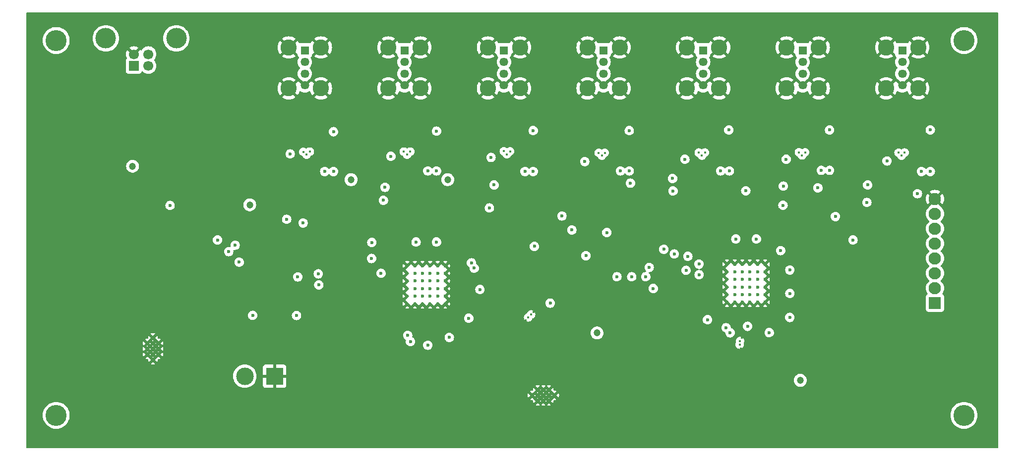
<source format=gbr>
%TF.GenerationSoftware,KiCad,Pcbnew,8.0.1*%
%TF.CreationDate,2025-12-10T21:43:10+01:00*%
%TF.ProjectId,USB2hub,55534232-6875-4622-9e6b-696361645f70,rev?*%
%TF.SameCoordinates,Original*%
%TF.FileFunction,Copper,L2,Inr*%
%TF.FilePolarity,Positive*%
%FSLAX46Y46*%
G04 Gerber Fmt 4.6, Leading zero omitted, Abs format (unit mm)*
G04 Created by KiCad (PCBNEW 8.0.1) date 2025-12-10 21:43:10*
%MOMM*%
%LPD*%
G01*
G04 APERTURE LIST*
%TA.AperFunction,ComponentPad*%
%ADD10R,1.458000X1.458000*%
%TD*%
%TA.AperFunction,ComponentPad*%
%ADD11C,1.458000*%
%TD*%
%TA.AperFunction,ComponentPad*%
%ADD12C,2.775000*%
%TD*%
%TA.AperFunction,ComponentPad*%
%ADD13C,0.600000*%
%TD*%
%TA.AperFunction,ComponentPad*%
%ADD14R,3.000000X3.000000*%
%TD*%
%TA.AperFunction,ComponentPad*%
%ADD15C,3.000000*%
%TD*%
%TA.AperFunction,ComponentPad*%
%ADD16C,3.600000*%
%TD*%
%TA.AperFunction,ComponentPad*%
%ADD17R,2.100000X2.100000*%
%TD*%
%TA.AperFunction,ComponentPad*%
%ADD18C,2.100000*%
%TD*%
%TA.AperFunction,ComponentPad*%
%ADD19R,1.700000X1.700000*%
%TD*%
%TA.AperFunction,ComponentPad*%
%ADD20C,1.700000*%
%TD*%
%TA.AperFunction,ComponentPad*%
%ADD21C,3.500000*%
%TD*%
%TA.AperFunction,ViaPad*%
%ADD22C,0.600000*%
%TD*%
%TA.AperFunction,ViaPad*%
%ADD23C,0.450000*%
%TD*%
%TA.AperFunction,ViaPad*%
%ADD24C,1.200000*%
%TD*%
G04 APERTURE END LIST*
D10*
%TO.N,Net-(J13-VBUS)*%
%TO.C,J13*%
X132812500Y-29681250D03*
D11*
%TO.N,/USB5_N*%
X132812500Y-31681250D03*
%TO.N,/USB5_P*%
X132812500Y-33681250D03*
%TO.N,GND*%
X132812500Y-35681250D03*
D12*
X130062500Y-29181250D03*
X130062500Y-36181250D03*
X135562500Y-29181250D03*
X135562500Y-36181250D03*
%TD*%
D13*
%TO.N,GND*%
%TO.C,U10*%
X136900000Y-66250000D03*
X138200000Y-66250000D03*
X139500000Y-66250000D03*
X140800000Y-66250000D03*
X142100000Y-66250000D03*
X143400000Y-66250000D03*
X136900000Y-67550000D03*
X138200000Y-67550000D03*
X139500000Y-67550000D03*
X140800000Y-67550000D03*
X142100000Y-67550000D03*
X143400000Y-67550000D03*
X136900000Y-68850000D03*
X138200000Y-68850000D03*
X139500000Y-68850000D03*
X140800000Y-68850000D03*
X142100000Y-68850000D03*
X143400000Y-68850000D03*
X136900000Y-70150000D03*
X138200000Y-70150000D03*
X139500000Y-70150000D03*
X140800000Y-70150000D03*
X142100000Y-70150000D03*
X143400000Y-70150000D03*
X136900000Y-71450000D03*
X138200000Y-71450000D03*
X139500000Y-71450000D03*
X140800000Y-71450000D03*
X142100000Y-71450000D03*
X143400000Y-71450000D03*
X136900000Y-72750000D03*
X138200000Y-72750000D03*
X139500000Y-72750000D03*
X140800000Y-72750000D03*
X142100000Y-72750000D03*
X143400000Y-72750000D03*
%TD*%
%TO.N,GND*%
%TO.C,U23*%
X104575000Y-89625000D03*
X105525000Y-89625000D03*
X106475000Y-89625000D03*
X103625000Y-88675000D03*
X104575000Y-88675000D03*
X105525000Y-88675000D03*
X106475000Y-88675000D03*
X107425000Y-88675000D03*
X104575000Y-87725000D03*
X105525000Y-87725000D03*
X106475000Y-87725000D03*
%TD*%
D14*
%TO.N,GND*%
%TO.C,J7*%
X59640000Y-85400000D03*
D15*
%TO.N,Net-(J7-Pin_2)*%
X54560000Y-85400000D03*
%TD*%
D13*
%TO.N,GND*%
%TO.C,U1*%
X82300000Y-66525000D03*
X83600000Y-66525000D03*
X84900000Y-66525000D03*
X86200000Y-66525000D03*
X87500000Y-66525000D03*
X88800000Y-66525000D03*
X82300000Y-67825000D03*
X83600000Y-67825000D03*
X84900000Y-67825000D03*
X86200000Y-67825000D03*
X87500000Y-67825000D03*
X88800000Y-67825000D03*
X82300000Y-69125000D03*
X83600000Y-69125000D03*
X84900000Y-69125000D03*
X86200000Y-69125000D03*
X87500000Y-69125000D03*
X88800000Y-69125000D03*
X82300000Y-70425000D03*
X83600000Y-70425000D03*
X84900000Y-70425000D03*
X86200000Y-70425000D03*
X87500000Y-70425000D03*
X88800000Y-70425000D03*
X82300000Y-71725000D03*
X83600000Y-71725000D03*
X84900000Y-71725000D03*
X86200000Y-71725000D03*
X87500000Y-71725000D03*
X88800000Y-71725000D03*
X82300000Y-73025000D03*
X83600000Y-73025000D03*
X84900000Y-73025000D03*
X86200000Y-73025000D03*
X87500000Y-73025000D03*
X88800000Y-73025000D03*
%TD*%
D10*
%TO.N,Net-(J10-VBUS)*%
%TO.C,J10*%
X81812500Y-29681250D03*
D11*
%TO.N,/USB2_N*%
X81812500Y-31681250D03*
%TO.N,/USB2_P*%
X81812500Y-33681250D03*
%TO.N,GND*%
X81812500Y-35681250D03*
D12*
X79062500Y-29181250D03*
X79062500Y-36181250D03*
X84562500Y-29181250D03*
X84562500Y-36181250D03*
%TD*%
D10*
%TO.N,Net-(J15-VBUS)*%
%TO.C,J15*%
X166812500Y-29681250D03*
D11*
%TO.N,/USB7_N*%
X166812500Y-31681250D03*
%TO.N,/USB7_P*%
X166812500Y-33681250D03*
%TO.N,GND*%
X166812500Y-35681250D03*
D12*
X164062500Y-29181250D03*
X164062500Y-36181250D03*
X169562500Y-29181250D03*
X169562500Y-36181250D03*
%TD*%
D16*
%TO.N,N/C*%
%TO.C,H3*%
X22350000Y-92100000D03*
%TD*%
D17*
%TO.N,/USBS1*%
%TO.C,J8*%
X172400000Y-72875000D03*
D18*
%TO.N,/USBS2*%
X172400000Y-70335000D03*
%TO.N,/USBS3*%
X172400000Y-67795000D03*
%TO.N,/USBS4*%
X172400000Y-65255000D03*
%TO.N,/USBS5*%
X172400000Y-62715000D03*
%TO.N,/USBS6*%
X172400000Y-60175000D03*
%TO.N,/USBS7*%
X172400000Y-57635000D03*
%TO.N,GND*%
X172400000Y-55095000D03*
%TD*%
D10*
%TO.N,Net-(J12-VBUS)*%
%TO.C,J12*%
X115812500Y-29681250D03*
D11*
%TO.N,/USB4_N*%
X115812500Y-31681250D03*
%TO.N,/USB4_P*%
X115812500Y-33681250D03*
%TO.N,GND*%
X115812500Y-35681250D03*
D12*
X113062500Y-29181250D03*
X113062500Y-36181250D03*
X118562500Y-29181250D03*
X118562500Y-36181250D03*
%TD*%
D10*
%TO.N,Net-(J9-VBUS)*%
%TO.C,J9*%
X64812500Y-29681250D03*
D11*
%TO.N,/USB1_N*%
X64812500Y-31681250D03*
%TO.N,/USB1_P*%
X64812500Y-33681250D03*
%TO.N,GND*%
X64812500Y-35681250D03*
D12*
X62062500Y-29181250D03*
X62062500Y-36181250D03*
X67562500Y-29181250D03*
X67562500Y-36181250D03*
%TD*%
D13*
%TO.N,GND*%
%TO.C,U22*%
X39825000Y-81675000D03*
X39825000Y-80725000D03*
X39825000Y-79775000D03*
X38875000Y-82625000D03*
X38875000Y-81675000D03*
X38875000Y-80725000D03*
X38875000Y-79775000D03*
X38875000Y-78825000D03*
X37925000Y-81675000D03*
X37925000Y-80725000D03*
X37925000Y-79775000D03*
%TD*%
D19*
%TO.N,+5VP*%
%TO.C,J16*%
X35600000Y-32350000D03*
D20*
%TO.N,/USB_UP_PORT_N*%
X38100000Y-32350000D03*
%TO.N,/USB_UP_PORT_P*%
X38100000Y-30350000D03*
%TO.N,GND*%
X35600000Y-30350000D03*
D21*
%TO.N,GNDPWR*%
X30830000Y-27640000D03*
X42870000Y-27640000D03*
%TD*%
D10*
%TO.N,Net-(J11-VBUS)*%
%TO.C,J11*%
X98812500Y-29681250D03*
D11*
%TO.N,/USB3_N*%
X98812500Y-31681250D03*
%TO.N,/USB3_P*%
X98812500Y-33681250D03*
%TO.N,GND*%
X98812500Y-35681250D03*
D12*
X96062500Y-29181250D03*
X96062500Y-36181250D03*
X101562500Y-29181250D03*
X101562500Y-36181250D03*
%TD*%
D16*
%TO.N,N/C*%
%TO.C,H2*%
X177350000Y-28000000D03*
%TD*%
%TO.N,N/C*%
%TO.C,H1*%
X22350000Y-28000000D03*
%TD*%
D10*
%TO.N,Net-(J14-VBUS)*%
%TO.C,J14*%
X149812500Y-29681250D03*
D11*
%TO.N,/USB6_N*%
X149812500Y-31681250D03*
%TO.N,/USB6_P*%
X149812500Y-33681250D03*
%TO.N,GND*%
X149812500Y-35681250D03*
D12*
X147062500Y-29181250D03*
X147062500Y-36181250D03*
X152562500Y-29181250D03*
X152562500Y-36181250D03*
%TD*%
D16*
%TO.N,N/C*%
%TO.C,H4*%
X177350000Y-92100000D03*
%TD*%
D22*
%TO.N,+3.3V*%
X62300000Y-47400000D03*
D23*
X149700000Y-47645000D03*
D22*
X123025000Y-68397500D03*
X96600000Y-48000000D03*
X164200000Y-48600000D03*
D23*
X132602738Y-47682738D03*
D22*
X67100000Y-67900000D03*
X79500000Y-47800000D03*
X112600000Y-48700000D03*
X120625000Y-68397500D03*
X147000000Y-48300000D03*
D23*
X65110000Y-47520000D03*
D22*
X118100000Y-68400000D03*
D24*
X114700000Y-78000000D03*
D23*
X99309363Y-47470000D03*
X166690131Y-47694651D03*
D22*
X129700000Y-48300000D03*
D23*
X115522500Y-47702500D03*
X82250000Y-47530000D03*
D22*
%TO.N,GND*%
X95375000Y-87100000D03*
X120587500Y-85500000D03*
X126937500Y-91550000D03*
X151500000Y-67250000D03*
X159467500Y-83425000D03*
X142175000Y-37325000D03*
X123061066Y-24881126D03*
X73800000Y-65865000D03*
X90575000Y-37275000D03*
X41037500Y-61600000D03*
X73875000Y-70000000D03*
X85825000Y-83800000D03*
D23*
X149700000Y-44210000D03*
D22*
X105000000Y-93750000D03*
X41062500Y-62600000D03*
X79500000Y-44300000D03*
X86350000Y-57850000D03*
X95375000Y-89325000D03*
X41637500Y-67450000D03*
D23*
X103883614Y-74384449D03*
D22*
X94400000Y-56800000D03*
X36262500Y-63525000D03*
X107450000Y-82375000D03*
X151550000Y-65650000D03*
X104025000Y-92725000D03*
X105005000Y-85300000D03*
X158492500Y-88325000D03*
X35237500Y-62550000D03*
D23*
X139430000Y-78790000D03*
D22*
X151500000Y-71175000D03*
X135200000Y-43100000D03*
X147800000Y-49500000D03*
X147000000Y-44900000D03*
X159467500Y-88325000D03*
X42087500Y-62600000D03*
D23*
X132600000Y-44200000D03*
D22*
X39700000Y-39000000D03*
X163725000Y-89400000D03*
X23375000Y-39472500D03*
X54425000Y-52450000D03*
X162725000Y-89425000D03*
X70350000Y-53575000D03*
X40700000Y-90200000D03*
X104025000Y-93750000D03*
X119537500Y-84500000D03*
X79850000Y-60275000D03*
X158492500Y-89350000D03*
X111925000Y-84675000D03*
X141000000Y-58200000D03*
X122851471Y-52651471D03*
X158175000Y-37275000D03*
X75800000Y-77300000D03*
X126912500Y-90550000D03*
D23*
X166700000Y-44220000D03*
D22*
X106000000Y-92700000D03*
X101500000Y-70800000D03*
X72450000Y-37275000D03*
X38200000Y-72520000D03*
X141875000Y-87950000D03*
X27475000Y-42847500D03*
X35350000Y-80595000D03*
X75700000Y-46600000D03*
X118300000Y-43000000D03*
X145400000Y-55700000D03*
X25400000Y-42897500D03*
X153600000Y-89400000D03*
X106700000Y-59500000D03*
X136675000Y-82250000D03*
X117987500Y-92275000D03*
X92050000Y-80975000D03*
X117012500Y-92275000D03*
X41062500Y-63575000D03*
X112200000Y-70800000D03*
X37075000Y-90200000D03*
X105000000Y-92725000D03*
X127600000Y-48800000D03*
X108175000Y-37375000D03*
X85375000Y-87525000D03*
X135575000Y-82225000D03*
X120587500Y-86475000D03*
X106900000Y-70800000D03*
X91575000Y-88150000D03*
X164200000Y-45100000D03*
X124125000Y-37325000D03*
X137975000Y-83100000D03*
X128225000Y-66350000D03*
X127937500Y-90550000D03*
X97450000Y-66050000D03*
X27500000Y-41147500D03*
X141200000Y-37325000D03*
X42087500Y-63575000D03*
X42062500Y-61600000D03*
X164700000Y-89400000D03*
X95400000Y-88100000D03*
X157492500Y-82425000D03*
X157200000Y-24900000D03*
X27500000Y-39472500D03*
X139900000Y-25100000D03*
X35212500Y-61550000D03*
X41587500Y-58250000D03*
X95375000Y-86125000D03*
X42475000Y-81245000D03*
X127937500Y-89575000D03*
X71700000Y-24900000D03*
X97300000Y-67600000D03*
X30500000Y-82550000D03*
X156500000Y-54000000D03*
X127625000Y-72950000D03*
X134325000Y-82225000D03*
X158800000Y-58725000D03*
X74525000Y-79750000D03*
D23*
X139278626Y-80654747D03*
D22*
X96600000Y-44600000D03*
X60900000Y-47000000D03*
X36237500Y-61550000D03*
X125100000Y-37325000D03*
X36262500Y-62550000D03*
X129700000Y-44900000D03*
X108600000Y-56700000D03*
X101900000Y-43200000D03*
X87900000Y-87750000D03*
X119562500Y-85500000D03*
X33000000Y-37825000D03*
X157492500Y-88350000D03*
X101200000Y-76100000D03*
X133925000Y-59650000D03*
X127962500Y-91550000D03*
D23*
X99300000Y-44000000D03*
D22*
X23375000Y-41147500D03*
X120562500Y-84500000D03*
D23*
X115500000Y-44200000D03*
D22*
X106100000Y-24800000D03*
X89600000Y-37275000D03*
D23*
X82254197Y-43900000D03*
D22*
X159150000Y-37275000D03*
X107200000Y-37375000D03*
X151625000Y-89425000D03*
X113425000Y-90575000D03*
X88800000Y-24700000D03*
D23*
X102477088Y-75816233D03*
D22*
X128175000Y-69875000D03*
X158492500Y-82400000D03*
X97450000Y-71700000D03*
X73425000Y-37275000D03*
X31100000Y-79375000D03*
X93400000Y-59600000D03*
X107850000Y-48150000D03*
X35237500Y-63525000D03*
X68000000Y-43000000D03*
X62200000Y-43900000D03*
X159467500Y-89350000D03*
X141375000Y-52125000D03*
X53600000Y-24800000D03*
X133875000Y-61175000D03*
X94389459Y-48643961D03*
X119075000Y-82437500D03*
X125000000Y-55400000D03*
X145075000Y-84125000D03*
X140300000Y-82125000D03*
X95400000Y-91300000D03*
X73900000Y-68825000D03*
X79400000Y-81400000D03*
X151600000Y-43800000D03*
X112600000Y-45100000D03*
X40650000Y-72520000D03*
X59700000Y-54000000D03*
X158492500Y-83425000D03*
D23*
X65116346Y-43947997D03*
D22*
X55950000Y-37375000D03*
X23400000Y-42822500D03*
X54975000Y-37375000D03*
X159467500Y-82400000D03*
X75600000Y-55100000D03*
X116012500Y-92300000D03*
X157492500Y-83450000D03*
X23625000Y-35200000D03*
X119562500Y-86475000D03*
X91125000Y-83750000D03*
X95375000Y-90300000D03*
X157492500Y-89375000D03*
X73975000Y-72525000D03*
X126912500Y-89575000D03*
X152625000Y-89400000D03*
X106000000Y-93725000D03*
X102475000Y-81875000D03*
X146550000Y-80925000D03*
%TO.N,Net-(U1-VDD33@1)*%
X82841250Y-79491250D03*
X76200000Y-65275000D03*
X93250000Y-66025000D03*
X89475000Y-78775000D03*
X92800000Y-75500000D03*
%TO.N,Net-(U1-VDD@1)*%
X82370000Y-78420000D03*
X41800000Y-56200000D03*
X87300000Y-62450000D03*
X83800000Y-62450000D03*
X94700000Y-70575000D03*
X85800000Y-80100000D03*
X93725000Y-66925000D03*
%TO.N,Net-(U10-VDD@1)*%
X147625000Y-67250000D03*
X147600000Y-75350000D03*
X147625000Y-71250000D03*
X136736000Y-77114000D03*
X141900000Y-61950000D03*
X140400000Y-76875000D03*
X138400000Y-61950000D03*
%TO.N,Net-(U10-VDD33@1)*%
X146050000Y-63925000D03*
X132100000Y-66225000D03*
X137425000Y-77975000D03*
X133550000Y-75750000D03*
X144100000Y-77950000D03*
%TO.N,/OVERCURR2*%
X67200000Y-69800000D03*
X78500000Y-53100000D03*
%TO.N,/OVERCURR3*%
X97125000Y-52700000D03*
X63600000Y-68425000D03*
%TO.N,/OVERCURR4*%
X116366250Y-60833750D03*
X124300000Y-70400000D03*
%TO.N,/OVERCURR5*%
X123600000Y-66800000D03*
X127600000Y-51600000D03*
%TO.N,/OVERCURR6*%
X146500000Y-52900000D03*
X127900000Y-64500000D03*
%TO.N,/OVERCURR7*%
X160900000Y-52700000D03*
X130200000Y-64900000D03*
%TO.N,/USB_VBUS*%
X106700000Y-72900000D03*
X55900000Y-75000000D03*
X63387500Y-75012500D03*
%TO.N,/PWRCTL2*%
X76250000Y-62525000D03*
X78225000Y-55325000D03*
X53600000Y-65900000D03*
%TO.N,/PWRCTL1*%
X51800000Y-64100000D03*
X64500000Y-59200000D03*
X61700000Y-58575000D03*
%TO.N,/PWRCTL3*%
X77825000Y-67800000D03*
X96325000Y-56625000D03*
X104000000Y-63200000D03*
%TO.N,/PWRCTL6*%
X129900000Y-67300000D03*
X152400000Y-53200000D03*
X146450000Y-56175000D03*
%TO.N,/PWRCTL5*%
X126100000Y-63700000D03*
X127675000Y-53725000D03*
%TO.N,/PWRCTL7*%
X160775000Y-55700000D03*
X132125000Y-68050000D03*
D23*
%TO.N,/USB_INTER_P*%
X139052500Y-80000000D03*
X102930000Y-75350000D03*
%TO.N,/USB_INTER_N*%
X139116585Y-79373265D03*
X103430000Y-74850000D03*
D24*
%TO.N,+5V1*%
X35400000Y-49500000D03*
X89200000Y-51800000D03*
X72700000Y-51800000D03*
X55400000Y-56100000D03*
D22*
%TO.N,+5V2*%
X155400000Y-58100000D03*
D24*
X149400000Y-86100000D03*
D22*
X120400000Y-52400000D03*
X140100000Y-53700000D03*
X108700000Y-58000000D03*
%TO.N,/USBS3*%
X103800000Y-50400000D03*
%TO.N,/USBS2*%
X52900000Y-63000000D03*
X87300000Y-50300000D03*
%TO.N,/USBS7*%
X158400000Y-62100000D03*
X169400000Y-54200000D03*
X171600000Y-50400000D03*
%TO.N,/USBS6*%
X154400000Y-50200000D03*
%TO.N,/USBS1*%
X49900000Y-62100000D03*
X69700000Y-50400000D03*
%TO.N,/USBS4*%
X110400000Y-60400000D03*
X120200000Y-50300000D03*
%TO.N,/USBS5*%
X112800000Y-64800000D03*
X137300000Y-50300000D03*
D23*
%TO.N,Net-(U5-~{OE})*%
X98775000Y-46940070D03*
D22*
X103800000Y-43400000D03*
%TO.N,Net-(U5-S)*%
X102400000Y-50400000D03*
D23*
X99850000Y-46950000D03*
D22*
%TO.N,Net-(U6-~{OE})*%
X120200000Y-43400000D03*
D23*
X114975000Y-47200000D03*
D22*
%TO.N,Net-(U6-S)*%
X118700000Y-50300000D03*
D23*
X116025000Y-47200000D03*
%TO.N,Net-(U8-~{OE})*%
X132075000Y-47155000D03*
D22*
X137200000Y-43300000D03*
D23*
%TO.N,Net-(U8-S)*%
X133134103Y-47151374D03*
D22*
X135800000Y-50300000D03*
D23*
%TO.N,Net-(U11-~{OE})*%
X149175000Y-47120000D03*
D22*
X154400000Y-43300000D03*
D23*
%TO.N,Net-(U11-S)*%
X150225000Y-47120000D03*
D22*
X153000000Y-50200000D03*
%TO.N,Net-(U12-~{OE})*%
X87300000Y-43500000D03*
D23*
X81700000Y-47000000D03*
D22*
%TO.N,Net-(U12-S)*%
X85800000Y-50300000D03*
D23*
X82800000Y-47000000D03*
D22*
%TO.N,Net-(U3-S)*%
X68200000Y-50400000D03*
D23*
X65665168Y-46998314D03*
%TO.N,Net-(U3-~{OE})*%
X64551786Y-47048214D03*
D22*
X69700000Y-43600000D03*
D23*
%TO.N,Net-(U19-S)*%
X167225827Y-47159373D03*
D22*
X170100000Y-50400000D03*
D23*
%TO.N,Net-(U19-~{OE})*%
X166175000Y-47179521D03*
D22*
X171600000Y-43300000D03*
%TD*%
%TA.AperFunction,Conductor*%
%TO.N,GND*%
G36*
X183117539Y-23220185D02*
G01*
X183163294Y-23272989D01*
X183174500Y-23324500D01*
X183174500Y-97600500D01*
X183154815Y-97667539D01*
X183102011Y-97713294D01*
X183050500Y-97724500D01*
X17349500Y-97724500D01*
X17282461Y-97704815D01*
X17236706Y-97652011D01*
X17225500Y-97600500D01*
X17225500Y-92100000D01*
X20044564Y-92100000D01*
X20064287Y-92400918D01*
X20064288Y-92400930D01*
X20123118Y-92696683D01*
X20123122Y-92696698D01*
X20220053Y-92982247D01*
X20220062Y-92982268D01*
X20353431Y-93252713D01*
X20353435Y-93252720D01*
X20520973Y-93503459D01*
X20719810Y-93730189D01*
X20946540Y-93929026D01*
X21197279Y-94096564D01*
X21197286Y-94096568D01*
X21467731Y-94229937D01*
X21467736Y-94229939D01*
X21467748Y-94229945D01*
X21753309Y-94326880D01*
X21953251Y-94366651D01*
X22049069Y-94385711D01*
X22049070Y-94385711D01*
X22049080Y-94385713D01*
X22350000Y-94405436D01*
X22650920Y-94385713D01*
X22946691Y-94326880D01*
X23232252Y-94229945D01*
X23502718Y-94096566D01*
X23753461Y-93929025D01*
X23980189Y-93730189D01*
X24179025Y-93503461D01*
X24346566Y-93252718D01*
X24479945Y-92982252D01*
X24576880Y-92696691D01*
X24635713Y-92400920D01*
X24655436Y-92100000D01*
X175044564Y-92100000D01*
X175064287Y-92400918D01*
X175064288Y-92400930D01*
X175123118Y-92696683D01*
X175123122Y-92696698D01*
X175220053Y-92982247D01*
X175220062Y-92982268D01*
X175353431Y-93252713D01*
X175353435Y-93252720D01*
X175520973Y-93503459D01*
X175719810Y-93730189D01*
X175946540Y-93929026D01*
X176197279Y-94096564D01*
X176197286Y-94096568D01*
X176467731Y-94229937D01*
X176467736Y-94229939D01*
X176467748Y-94229945D01*
X176753309Y-94326880D01*
X176953251Y-94366651D01*
X177049069Y-94385711D01*
X177049070Y-94385711D01*
X177049080Y-94385713D01*
X177350000Y-94405436D01*
X177650920Y-94385713D01*
X177946691Y-94326880D01*
X178232252Y-94229945D01*
X178502718Y-94096566D01*
X178753461Y-93929025D01*
X178980189Y-93730189D01*
X179179025Y-93503461D01*
X179346566Y-93252718D01*
X179479945Y-92982252D01*
X179576880Y-92696691D01*
X179635713Y-92400920D01*
X179655436Y-92100000D01*
X179635713Y-91799080D01*
X179576880Y-91503309D01*
X179479945Y-91217748D01*
X179346566Y-90947282D01*
X179179025Y-90696539D01*
X178980189Y-90469810D01*
X178753459Y-90270973D01*
X178502720Y-90103435D01*
X178502713Y-90103431D01*
X178232268Y-89970062D01*
X178232247Y-89970053D01*
X177946698Y-89873122D01*
X177946692Y-89873120D01*
X177946691Y-89873120D01*
X177946689Y-89873119D01*
X177946683Y-89873118D01*
X177650930Y-89814288D01*
X177650921Y-89814287D01*
X177650920Y-89814287D01*
X177350000Y-89794564D01*
X177049080Y-89814287D01*
X177049079Y-89814287D01*
X177049069Y-89814288D01*
X176753316Y-89873118D01*
X176753301Y-89873122D01*
X176467752Y-89970053D01*
X176467731Y-89970062D01*
X176197286Y-90103431D01*
X176197279Y-90103435D01*
X175946540Y-90270973D01*
X175719810Y-90469810D01*
X175520973Y-90696540D01*
X175353435Y-90947279D01*
X175353431Y-90947286D01*
X175220062Y-91217731D01*
X175220053Y-91217752D01*
X175123122Y-91503301D01*
X175123118Y-91503316D01*
X175064288Y-91799069D01*
X175064287Y-91799081D01*
X175044564Y-92100000D01*
X24655436Y-92100000D01*
X24635713Y-91799080D01*
X24576880Y-91503309D01*
X24479945Y-91217748D01*
X24346566Y-90947282D01*
X24179025Y-90696539D01*
X23980189Y-90469810D01*
X23834063Y-90341661D01*
X104211892Y-90341661D01*
X104225692Y-90350333D01*
X104225691Y-90350333D01*
X104395861Y-90409878D01*
X104574997Y-90430062D01*
X104575003Y-90430062D01*
X104754138Y-90409878D01*
X104754141Y-90409877D01*
X104924304Y-90350335D01*
X104938106Y-90341660D01*
X105161891Y-90341660D01*
X105175692Y-90350333D01*
X105175691Y-90350333D01*
X105345861Y-90409878D01*
X105524997Y-90430062D01*
X105525003Y-90430062D01*
X105704138Y-90409878D01*
X105704141Y-90409877D01*
X105874304Y-90350335D01*
X105888106Y-90341660D01*
X106111891Y-90341660D01*
X106125692Y-90350333D01*
X106125691Y-90350333D01*
X106295861Y-90409878D01*
X106474997Y-90430062D01*
X106475003Y-90430062D01*
X106654138Y-90409878D01*
X106654141Y-90409877D01*
X106824305Y-90350334D01*
X106824306Y-90350334D01*
X106838106Y-90341661D01*
X106838106Y-90341660D01*
X106475001Y-89978553D01*
X106475000Y-89978553D01*
X106111891Y-90341660D01*
X105888106Y-90341660D01*
X105525001Y-89978553D01*
X105525000Y-89978553D01*
X105161891Y-90341660D01*
X104938106Y-90341660D01*
X104575001Y-89978553D01*
X104575000Y-89978553D01*
X104211892Y-90341660D01*
X104211892Y-90341661D01*
X23834063Y-90341661D01*
X23753459Y-90270973D01*
X23502720Y-90103435D01*
X23502713Y-90103431D01*
X23232268Y-89970062D01*
X23232247Y-89970053D01*
X22946698Y-89873122D01*
X22946692Y-89873120D01*
X22946691Y-89873120D01*
X22946689Y-89873119D01*
X22946683Y-89873118D01*
X22650930Y-89814288D01*
X22650921Y-89814287D01*
X22650920Y-89814287D01*
X22350000Y-89794564D01*
X22049080Y-89814287D01*
X22049079Y-89814287D01*
X22049069Y-89814288D01*
X21753316Y-89873118D01*
X21753301Y-89873122D01*
X21467752Y-89970053D01*
X21467731Y-89970062D01*
X21197286Y-90103431D01*
X21197279Y-90103435D01*
X20946540Y-90270973D01*
X20719810Y-90469810D01*
X20520973Y-90696540D01*
X20353435Y-90947279D01*
X20353431Y-90947286D01*
X20220062Y-91217731D01*
X20220053Y-91217752D01*
X20123122Y-91503301D01*
X20123118Y-91503316D01*
X20064288Y-91799069D01*
X20064287Y-91799081D01*
X20044564Y-92100000D01*
X17225500Y-92100000D01*
X17225500Y-89391661D01*
X103261892Y-89391661D01*
X103275692Y-89400333D01*
X103275691Y-89400333D01*
X103445861Y-89459878D01*
X103624996Y-89480061D01*
X103633824Y-89479067D01*
X103702646Y-89491119D01*
X103754027Y-89538466D01*
X103771654Y-89606076D01*
X103770933Y-89616166D01*
X103769938Y-89624999D01*
X103769938Y-89625002D01*
X103790121Y-89804138D01*
X103849665Y-89974304D01*
X103858338Y-89988107D01*
X104191609Y-89654837D01*
X104425000Y-89654837D01*
X104447836Y-89709968D01*
X104490032Y-89752164D01*
X104545163Y-89775000D01*
X104604837Y-89775000D01*
X104659968Y-89752164D01*
X104702164Y-89709968D01*
X104725000Y-89654837D01*
X104725000Y-89624999D01*
X104928553Y-89624999D01*
X105050000Y-89746446D01*
X105141610Y-89654837D01*
X105375000Y-89654837D01*
X105397836Y-89709968D01*
X105440032Y-89752164D01*
X105495163Y-89775000D01*
X105554837Y-89775000D01*
X105609968Y-89752164D01*
X105652164Y-89709968D01*
X105675000Y-89654837D01*
X105675000Y-89624999D01*
X105878553Y-89624999D01*
X106000000Y-89746446D01*
X106091610Y-89654837D01*
X106325000Y-89654837D01*
X106347836Y-89709968D01*
X106390032Y-89752164D01*
X106445163Y-89775000D01*
X106504837Y-89775000D01*
X106559968Y-89752164D01*
X106602164Y-89709968D01*
X106625000Y-89654837D01*
X106625000Y-89625000D01*
X106828553Y-89625000D01*
X107191660Y-89988106D01*
X107191661Y-89988106D01*
X107200334Y-89974306D01*
X107200334Y-89974305D01*
X107259877Y-89804141D01*
X107259878Y-89804138D01*
X107280061Y-89625002D01*
X107279067Y-89616175D01*
X107291120Y-89547352D01*
X107338467Y-89495971D01*
X107406077Y-89478345D01*
X107416175Y-89479067D01*
X107425002Y-89480061D01*
X107604138Y-89459878D01*
X107604141Y-89459877D01*
X107774305Y-89400334D01*
X107774306Y-89400334D01*
X107788106Y-89391661D01*
X107788106Y-89391660D01*
X107425001Y-89028553D01*
X107211552Y-89241999D01*
X107211548Y-89242005D01*
X106828553Y-89624999D01*
X106828553Y-89625000D01*
X106625000Y-89625000D01*
X106625000Y-89595163D01*
X106602164Y-89540032D01*
X106559968Y-89497836D01*
X106504837Y-89475000D01*
X106445163Y-89475000D01*
X106390032Y-89497836D01*
X106347836Y-89540032D01*
X106325000Y-89595163D01*
X106325000Y-89654837D01*
X106091610Y-89654837D01*
X106121446Y-89625001D01*
X106121446Y-89625000D01*
X106000000Y-89503553D01*
X105878553Y-89624999D01*
X105675000Y-89624999D01*
X105675000Y-89595163D01*
X105652164Y-89540032D01*
X105609968Y-89497836D01*
X105554837Y-89475000D01*
X105495163Y-89475000D01*
X105440032Y-89497836D01*
X105397836Y-89540032D01*
X105375000Y-89595163D01*
X105375000Y-89654837D01*
X105141610Y-89654837D01*
X105171446Y-89625001D01*
X105171446Y-89625000D01*
X105050000Y-89503553D01*
X104928553Y-89624999D01*
X104725000Y-89624999D01*
X104725000Y-89595163D01*
X104702164Y-89540032D01*
X104659968Y-89497836D01*
X104604837Y-89475000D01*
X104545163Y-89475000D01*
X104490032Y-89497836D01*
X104447836Y-89540032D01*
X104425000Y-89595163D01*
X104425000Y-89654837D01*
X104191609Y-89654837D01*
X104221446Y-89625000D01*
X103819573Y-89223127D01*
X103819571Y-89223124D01*
X103746446Y-89149999D01*
X104453553Y-89149999D01*
X104575000Y-89271446D01*
X104696446Y-89150001D01*
X104696446Y-89150000D01*
X104696445Y-89149999D01*
X105403553Y-89149999D01*
X105525000Y-89271446D01*
X105646446Y-89150001D01*
X105646446Y-89150000D01*
X105646445Y-89149999D01*
X106353553Y-89149999D01*
X106475000Y-89271446D01*
X106596446Y-89150001D01*
X106596446Y-89150000D01*
X106475000Y-89028553D01*
X106353553Y-89149999D01*
X105646445Y-89149999D01*
X105525000Y-89028553D01*
X105403553Y-89149999D01*
X104696445Y-89149999D01*
X104575000Y-89028553D01*
X104453553Y-89149999D01*
X103746446Y-89149999D01*
X103625000Y-89028553D01*
X103261892Y-89391660D01*
X103261892Y-89391661D01*
X17225500Y-89391661D01*
X17225500Y-88675002D01*
X102819938Y-88675002D01*
X102840121Y-88854138D01*
X102899665Y-89024304D01*
X102908338Y-89038107D01*
X103241609Y-88704837D01*
X103475000Y-88704837D01*
X103497836Y-88759968D01*
X103540032Y-88802164D01*
X103595163Y-88825000D01*
X103654837Y-88825000D01*
X103709968Y-88802164D01*
X103752164Y-88759968D01*
X103775000Y-88704837D01*
X103775000Y-88674999D01*
X103978553Y-88674999D01*
X104100000Y-88796446D01*
X104191610Y-88704837D01*
X104425000Y-88704837D01*
X104447836Y-88759968D01*
X104490032Y-88802164D01*
X104545163Y-88825000D01*
X104604837Y-88825000D01*
X104659968Y-88802164D01*
X104702164Y-88759968D01*
X104725000Y-88704837D01*
X104725000Y-88674999D01*
X104928553Y-88674999D01*
X105050000Y-88796446D01*
X105141610Y-88704837D01*
X105375000Y-88704837D01*
X105397836Y-88759968D01*
X105440032Y-88802164D01*
X105495163Y-88825000D01*
X105554837Y-88825000D01*
X105609968Y-88802164D01*
X105652164Y-88759968D01*
X105675000Y-88704837D01*
X105675000Y-88674999D01*
X105878553Y-88674999D01*
X106000000Y-88796446D01*
X106091610Y-88704837D01*
X106325000Y-88704837D01*
X106347836Y-88759968D01*
X106390032Y-88802164D01*
X106445163Y-88825000D01*
X106504837Y-88825000D01*
X106559968Y-88802164D01*
X106602164Y-88759968D01*
X106625000Y-88704837D01*
X106625000Y-88674999D01*
X106828553Y-88674999D01*
X106950000Y-88796446D01*
X107041610Y-88704837D01*
X107275000Y-88704837D01*
X107297836Y-88759968D01*
X107340032Y-88802164D01*
X107395163Y-88825000D01*
X107454837Y-88825000D01*
X107509968Y-88802164D01*
X107552164Y-88759968D01*
X107575000Y-88704837D01*
X107575000Y-88675000D01*
X107778553Y-88675000D01*
X108141660Y-89038106D01*
X108141661Y-89038106D01*
X108150334Y-89024306D01*
X108150334Y-89024305D01*
X108209877Y-88854141D01*
X108209878Y-88854138D01*
X108230062Y-88675002D01*
X108230062Y-88674997D01*
X108209878Y-88495861D01*
X108150333Y-88325692D01*
X108141661Y-88311892D01*
X108141660Y-88311892D01*
X107778553Y-88675000D01*
X107575000Y-88675000D01*
X107575000Y-88645163D01*
X107552164Y-88590032D01*
X107509968Y-88547836D01*
X107454837Y-88525000D01*
X107395163Y-88525000D01*
X107340032Y-88547836D01*
X107297836Y-88590032D01*
X107275000Y-88645163D01*
X107275000Y-88704837D01*
X107041610Y-88704837D01*
X107071446Y-88675001D01*
X107071446Y-88675000D01*
X106950000Y-88553553D01*
X106828553Y-88674999D01*
X106625000Y-88674999D01*
X106625000Y-88645163D01*
X106602164Y-88590032D01*
X106559968Y-88547836D01*
X106504837Y-88525000D01*
X106445163Y-88525000D01*
X106390032Y-88547836D01*
X106347836Y-88590032D01*
X106325000Y-88645163D01*
X106325000Y-88704837D01*
X106091610Y-88704837D01*
X106121446Y-88675001D01*
X106121446Y-88675000D01*
X106000000Y-88553553D01*
X105878553Y-88674999D01*
X105675000Y-88674999D01*
X105675000Y-88645163D01*
X105652164Y-88590032D01*
X105609968Y-88547836D01*
X105554837Y-88525000D01*
X105495163Y-88525000D01*
X105440032Y-88547836D01*
X105397836Y-88590032D01*
X105375000Y-88645163D01*
X105375000Y-88704837D01*
X105141610Y-88704837D01*
X105171446Y-88675001D01*
X105171446Y-88675000D01*
X105050000Y-88553553D01*
X104928553Y-88674999D01*
X104725000Y-88674999D01*
X104725000Y-88645163D01*
X104702164Y-88590032D01*
X104659968Y-88547836D01*
X104604837Y-88525000D01*
X104545163Y-88525000D01*
X104490032Y-88547836D01*
X104447836Y-88590032D01*
X104425000Y-88645163D01*
X104425000Y-88704837D01*
X104191610Y-88704837D01*
X104221446Y-88675001D01*
X104221446Y-88675000D01*
X104100000Y-88553553D01*
X103978553Y-88674999D01*
X103775000Y-88674999D01*
X103775000Y-88645163D01*
X103752164Y-88590032D01*
X103709968Y-88547836D01*
X103654837Y-88525000D01*
X103595163Y-88525000D01*
X103540032Y-88547836D01*
X103497836Y-88590032D01*
X103475000Y-88645163D01*
X103475000Y-88704837D01*
X103241609Y-88704837D01*
X103271446Y-88675000D01*
X103271446Y-88674999D01*
X102908338Y-88311891D01*
X102908337Y-88311891D01*
X102899667Y-88325691D01*
X102899662Y-88325701D01*
X102840122Y-88495858D01*
X102840121Y-88495861D01*
X102819938Y-88674997D01*
X102819938Y-88675002D01*
X17225500Y-88675002D01*
X17225500Y-87958338D01*
X103261891Y-87958338D01*
X103624999Y-88321446D01*
X103746446Y-88199999D01*
X104453553Y-88199999D01*
X104575000Y-88321446D01*
X104696446Y-88200001D01*
X104696446Y-88200000D01*
X104696445Y-88199999D01*
X105403553Y-88199999D01*
X105525000Y-88321446D01*
X105646446Y-88200001D01*
X105646446Y-88200000D01*
X105646445Y-88199999D01*
X106353553Y-88199999D01*
X106475000Y-88321446D01*
X106596446Y-88200001D01*
X106596446Y-88200000D01*
X106475000Y-88078553D01*
X106353553Y-88199999D01*
X105646445Y-88199999D01*
X105525000Y-88078553D01*
X105403553Y-88199999D01*
X104696445Y-88199999D01*
X104575000Y-88078553D01*
X104453553Y-88199999D01*
X103746446Y-88199999D01*
X104191609Y-87754837D01*
X104425000Y-87754837D01*
X104447836Y-87809968D01*
X104490032Y-87852164D01*
X104545163Y-87875000D01*
X104604837Y-87875000D01*
X104659968Y-87852164D01*
X104702164Y-87809968D01*
X104725000Y-87754837D01*
X104725000Y-87724999D01*
X104928553Y-87724999D01*
X105050000Y-87846446D01*
X105141610Y-87754837D01*
X105375000Y-87754837D01*
X105397836Y-87809968D01*
X105440032Y-87852164D01*
X105495163Y-87875000D01*
X105554837Y-87875000D01*
X105609968Y-87852164D01*
X105652164Y-87809968D01*
X105675000Y-87754837D01*
X105675000Y-87724999D01*
X105878553Y-87724999D01*
X106000000Y-87846446D01*
X106091610Y-87754837D01*
X106325000Y-87754837D01*
X106347836Y-87809968D01*
X106390032Y-87852164D01*
X106445163Y-87875000D01*
X106504837Y-87875000D01*
X106559968Y-87852164D01*
X106602164Y-87809968D01*
X106625000Y-87754837D01*
X106625000Y-87724999D01*
X106828553Y-87724999D01*
X107005686Y-87902131D01*
X107005686Y-87902132D01*
X107425000Y-88321446D01*
X107425001Y-88321446D01*
X107788107Y-87958338D01*
X107774304Y-87949665D01*
X107604138Y-87890121D01*
X107425003Y-87869938D01*
X107425000Y-87869938D01*
X107416166Y-87870933D01*
X107347345Y-87858876D01*
X107295967Y-87811525D01*
X107278345Y-87743914D01*
X107279067Y-87733824D01*
X107280061Y-87724996D01*
X107259878Y-87545861D01*
X107200333Y-87375692D01*
X107191661Y-87361892D01*
X107191660Y-87361892D01*
X106828553Y-87724999D01*
X106625000Y-87724999D01*
X106625000Y-87695163D01*
X106602164Y-87640032D01*
X106559968Y-87597836D01*
X106504837Y-87575000D01*
X106445163Y-87575000D01*
X106390032Y-87597836D01*
X106347836Y-87640032D01*
X106325000Y-87695163D01*
X106325000Y-87754837D01*
X106091610Y-87754837D01*
X106121446Y-87725001D01*
X106121446Y-87725000D01*
X106000000Y-87603553D01*
X105878553Y-87724999D01*
X105675000Y-87724999D01*
X105675000Y-87695163D01*
X105652164Y-87640032D01*
X105609968Y-87597836D01*
X105554837Y-87575000D01*
X105495163Y-87575000D01*
X105440032Y-87597836D01*
X105397836Y-87640032D01*
X105375000Y-87695163D01*
X105375000Y-87754837D01*
X105141610Y-87754837D01*
X105171446Y-87725001D01*
X105171446Y-87725000D01*
X105050000Y-87603553D01*
X104928553Y-87724999D01*
X104725000Y-87724999D01*
X104725000Y-87695163D01*
X104702164Y-87640032D01*
X104659968Y-87597836D01*
X104604837Y-87575000D01*
X104545163Y-87575000D01*
X104490032Y-87597836D01*
X104447836Y-87640032D01*
X104425000Y-87695163D01*
X104425000Y-87754837D01*
X104191609Y-87754837D01*
X104221446Y-87725000D01*
X104221446Y-87724999D01*
X103858338Y-87361891D01*
X103858337Y-87361891D01*
X103849667Y-87375691D01*
X103849662Y-87375701D01*
X103790122Y-87545858D01*
X103790121Y-87545861D01*
X103769938Y-87724997D01*
X103769938Y-87724998D01*
X103770933Y-87733832D01*
X103758876Y-87802654D01*
X103711525Y-87854032D01*
X103643914Y-87871654D01*
X103633832Y-87870933D01*
X103624999Y-87869938D01*
X103624997Y-87869938D01*
X103445861Y-87890121D01*
X103445858Y-87890122D01*
X103275701Y-87949662D01*
X103275691Y-87949667D01*
X103261891Y-87958337D01*
X103261891Y-87958338D01*
X17225500Y-87958338D01*
X17225500Y-85400001D01*
X52554390Y-85400001D01*
X52574804Y-85685433D01*
X52635628Y-85965037D01*
X52635630Y-85965043D01*
X52635631Y-85965046D01*
X52697452Y-86130793D01*
X52735635Y-86233166D01*
X52872770Y-86484309D01*
X52872775Y-86484317D01*
X53044254Y-86713387D01*
X53044270Y-86713405D01*
X53246594Y-86915729D01*
X53246612Y-86915745D01*
X53475682Y-87087224D01*
X53475690Y-87087229D01*
X53726833Y-87224364D01*
X53726832Y-87224364D01*
X53726836Y-87224365D01*
X53726839Y-87224367D01*
X53994954Y-87324369D01*
X53994960Y-87324370D01*
X53994962Y-87324371D01*
X54274566Y-87385195D01*
X54274568Y-87385195D01*
X54274572Y-87385196D01*
X54528220Y-87403337D01*
X54559999Y-87405610D01*
X54560000Y-87405610D01*
X54560001Y-87405610D01*
X54588595Y-87403564D01*
X54845428Y-87385196D01*
X54889118Y-87375692D01*
X55125037Y-87324371D01*
X55125037Y-87324370D01*
X55125046Y-87324369D01*
X55393161Y-87224367D01*
X55644315Y-87087226D01*
X55830508Y-86947844D01*
X57640000Y-86947844D01*
X57646401Y-87007372D01*
X57646403Y-87007379D01*
X57696645Y-87142086D01*
X57696649Y-87142093D01*
X57782809Y-87257187D01*
X57782812Y-87257190D01*
X57897906Y-87343350D01*
X57897913Y-87343354D01*
X58032620Y-87393596D01*
X58032627Y-87393598D01*
X58092155Y-87399999D01*
X58092172Y-87400000D01*
X59390000Y-87400000D01*
X59390000Y-86119064D01*
X59418316Y-86130793D01*
X59565147Y-86160000D01*
X59714853Y-86160000D01*
X59861684Y-86130793D01*
X59890000Y-86119064D01*
X59890000Y-87400000D01*
X61187828Y-87400000D01*
X61187844Y-87399999D01*
X61247372Y-87393598D01*
X61247379Y-87393596D01*
X61382086Y-87343354D01*
X61382093Y-87343350D01*
X61497187Y-87257190D01*
X61497190Y-87257187D01*
X61583350Y-87142093D01*
X61583354Y-87142086D01*
X61633238Y-87008338D01*
X104211891Y-87008338D01*
X104575000Y-87371446D01*
X104575001Y-87371446D01*
X104938106Y-87008338D01*
X105161891Y-87008338D01*
X105525000Y-87371446D01*
X105525001Y-87371446D01*
X105888106Y-87008338D01*
X106111891Y-87008338D01*
X106475000Y-87371446D01*
X106475001Y-87371446D01*
X106838107Y-87008338D01*
X106824304Y-86999665D01*
X106654138Y-86940121D01*
X106475003Y-86919938D01*
X106474997Y-86919938D01*
X106295861Y-86940121D01*
X106295858Y-86940122D01*
X106125701Y-86999662D01*
X106125693Y-86999666D01*
X106111891Y-87008338D01*
X105888106Y-87008338D01*
X105888107Y-87008337D01*
X105874307Y-86999666D01*
X105704138Y-86940121D01*
X105525003Y-86919938D01*
X105524997Y-86919938D01*
X105345861Y-86940121D01*
X105345858Y-86940122D01*
X105175701Y-86999662D01*
X105175693Y-86999666D01*
X105161891Y-87008338D01*
X104938106Y-87008338D01*
X104938107Y-87008337D01*
X104924307Y-86999666D01*
X104754138Y-86940121D01*
X104575003Y-86919938D01*
X104574997Y-86919938D01*
X104395861Y-86940121D01*
X104395858Y-86940122D01*
X104225701Y-86999662D01*
X104225691Y-86999667D01*
X104211891Y-87008337D01*
X104211891Y-87008338D01*
X61633238Y-87008338D01*
X61633596Y-87007379D01*
X61633598Y-87007372D01*
X61639999Y-86947844D01*
X61640000Y-86947827D01*
X61640000Y-86100000D01*
X148294785Y-86100000D01*
X148313602Y-86303082D01*
X148369417Y-86499247D01*
X148369422Y-86499260D01*
X148460327Y-86681821D01*
X148583237Y-86844581D01*
X148733958Y-86981980D01*
X148733960Y-86981982D01*
X148774967Y-87007372D01*
X148907363Y-87089348D01*
X149097544Y-87163024D01*
X149298024Y-87200500D01*
X149298026Y-87200500D01*
X149501974Y-87200500D01*
X149501976Y-87200500D01*
X149702456Y-87163024D01*
X149892637Y-87089348D01*
X150066041Y-86981981D01*
X150216764Y-86844579D01*
X150339673Y-86681821D01*
X150430582Y-86499250D01*
X150486397Y-86303083D01*
X150505215Y-86100000D01*
X150486397Y-85896917D01*
X150430582Y-85700750D01*
X150339673Y-85518179D01*
X150250429Y-85400001D01*
X150216762Y-85355418D01*
X150066041Y-85218019D01*
X150066039Y-85218017D01*
X149892642Y-85110655D01*
X149892635Y-85110651D01*
X149797546Y-85073814D01*
X149702456Y-85036976D01*
X149501976Y-84999500D01*
X149298024Y-84999500D01*
X149097544Y-85036976D01*
X149097541Y-85036976D01*
X149097541Y-85036977D01*
X148907364Y-85110651D01*
X148907357Y-85110655D01*
X148733960Y-85218017D01*
X148733958Y-85218019D01*
X148583237Y-85355418D01*
X148460327Y-85518178D01*
X148369422Y-85700739D01*
X148369417Y-85700752D01*
X148313602Y-85896917D01*
X148294785Y-86099999D01*
X148294785Y-86100000D01*
X61640000Y-86100000D01*
X61640000Y-85650000D01*
X60359064Y-85650000D01*
X60370793Y-85621684D01*
X60400000Y-85474853D01*
X60400000Y-85325147D01*
X60370793Y-85178316D01*
X60359064Y-85150000D01*
X61640000Y-85150000D01*
X61640000Y-83852172D01*
X61639999Y-83852155D01*
X61633598Y-83792627D01*
X61633596Y-83792620D01*
X61583354Y-83657913D01*
X61583350Y-83657906D01*
X61497190Y-83542812D01*
X61497187Y-83542809D01*
X61382093Y-83456649D01*
X61382086Y-83456645D01*
X61247379Y-83406403D01*
X61247372Y-83406401D01*
X61187844Y-83400000D01*
X59890000Y-83400000D01*
X59890000Y-84680935D01*
X59861684Y-84669207D01*
X59714853Y-84640000D01*
X59565147Y-84640000D01*
X59418316Y-84669207D01*
X59390000Y-84680935D01*
X59390000Y-83400000D01*
X58092155Y-83400000D01*
X58032627Y-83406401D01*
X58032620Y-83406403D01*
X57897913Y-83456645D01*
X57897906Y-83456649D01*
X57782812Y-83542809D01*
X57782809Y-83542812D01*
X57696649Y-83657906D01*
X57696645Y-83657913D01*
X57646403Y-83792620D01*
X57646401Y-83792627D01*
X57640000Y-83852155D01*
X57640000Y-85150000D01*
X58920936Y-85150000D01*
X58909207Y-85178316D01*
X58880000Y-85325147D01*
X58880000Y-85474853D01*
X58909207Y-85621684D01*
X58920936Y-85650000D01*
X57640000Y-85650000D01*
X57640000Y-86947844D01*
X55830508Y-86947844D01*
X55873395Y-86915739D01*
X56075739Y-86713395D01*
X56247226Y-86484315D01*
X56384367Y-86233161D01*
X56484369Y-85965046D01*
X56528975Y-85759995D01*
X56545195Y-85685433D01*
X56545195Y-85685432D01*
X56545196Y-85685428D01*
X56565610Y-85400000D01*
X56545196Y-85114572D01*
X56544343Y-85110652D01*
X56484371Y-84834962D01*
X56484370Y-84834960D01*
X56484369Y-84834954D01*
X56384367Y-84566839D01*
X56247226Y-84315685D01*
X56247224Y-84315682D01*
X56075745Y-84086612D01*
X56075729Y-84086594D01*
X55873405Y-83884270D01*
X55873387Y-83884254D01*
X55644317Y-83712775D01*
X55644309Y-83712770D01*
X55393166Y-83575635D01*
X55393167Y-83575635D01*
X55285915Y-83535632D01*
X55125046Y-83475631D01*
X55125043Y-83475630D01*
X55125037Y-83475628D01*
X54845433Y-83414804D01*
X54560001Y-83394390D01*
X54559999Y-83394390D01*
X54274566Y-83414804D01*
X53994962Y-83475628D01*
X53726833Y-83575635D01*
X53475690Y-83712770D01*
X53475682Y-83712775D01*
X53246612Y-83884254D01*
X53246594Y-83884270D01*
X53044270Y-84086594D01*
X53044254Y-84086612D01*
X52872775Y-84315682D01*
X52872770Y-84315690D01*
X52735635Y-84566833D01*
X52635628Y-84834962D01*
X52574804Y-85114566D01*
X52554390Y-85399998D01*
X52554390Y-85400001D01*
X17225500Y-85400001D01*
X17225500Y-83341661D01*
X38511892Y-83341661D01*
X38525692Y-83350333D01*
X38525691Y-83350333D01*
X38695861Y-83409878D01*
X38874997Y-83430062D01*
X38875003Y-83430062D01*
X39054138Y-83409878D01*
X39054141Y-83409877D01*
X39224305Y-83350334D01*
X39224306Y-83350334D01*
X39238106Y-83341661D01*
X39238106Y-83341660D01*
X38875001Y-82978553D01*
X38875000Y-82978553D01*
X38511892Y-83341660D01*
X38511892Y-83341661D01*
X17225500Y-83341661D01*
X17225500Y-82391661D01*
X37561892Y-82391661D01*
X37575692Y-82400333D01*
X37575691Y-82400333D01*
X37745861Y-82459878D01*
X37924996Y-82480061D01*
X37933824Y-82479067D01*
X38002646Y-82491119D01*
X38054027Y-82538466D01*
X38071654Y-82606076D01*
X38070933Y-82616166D01*
X38069938Y-82624999D01*
X38069938Y-82625002D01*
X38090121Y-82804138D01*
X38149665Y-82974304D01*
X38158338Y-82988107D01*
X38491609Y-82654837D01*
X38725000Y-82654837D01*
X38747836Y-82709968D01*
X38790032Y-82752164D01*
X38845163Y-82775000D01*
X38904837Y-82775000D01*
X38959968Y-82752164D01*
X39002164Y-82709968D01*
X39025000Y-82654837D01*
X39025000Y-82625000D01*
X39228553Y-82625000D01*
X39591660Y-82988106D01*
X39591661Y-82988106D01*
X39600334Y-82974306D01*
X39600334Y-82974305D01*
X39659877Y-82804141D01*
X39659878Y-82804138D01*
X39680061Y-82625002D01*
X39679067Y-82616175D01*
X39691120Y-82547352D01*
X39738467Y-82495971D01*
X39806077Y-82478345D01*
X39816175Y-82479067D01*
X39825002Y-82480061D01*
X40004138Y-82459878D01*
X40004141Y-82459877D01*
X40174305Y-82400334D01*
X40174306Y-82400334D01*
X40188106Y-82391661D01*
X40188106Y-82391660D01*
X39825001Y-82028553D01*
X39611552Y-82241999D01*
X39611548Y-82242005D01*
X39228553Y-82624999D01*
X39228553Y-82625000D01*
X39025000Y-82625000D01*
X39025000Y-82595163D01*
X39002164Y-82540032D01*
X38959968Y-82497836D01*
X38904837Y-82475000D01*
X38845163Y-82475000D01*
X38790032Y-82497836D01*
X38747836Y-82540032D01*
X38725000Y-82595163D01*
X38725000Y-82654837D01*
X38491609Y-82654837D01*
X38521446Y-82625000D01*
X38119573Y-82223127D01*
X38119571Y-82223124D01*
X38046446Y-82149999D01*
X38753553Y-82149999D01*
X38875000Y-82271446D01*
X38996446Y-82150001D01*
X38996446Y-82150000D01*
X38875000Y-82028553D01*
X38753553Y-82149999D01*
X38046446Y-82149999D01*
X37925000Y-82028553D01*
X37561892Y-82391660D01*
X37561892Y-82391661D01*
X17225500Y-82391661D01*
X17225500Y-81675002D01*
X37119938Y-81675002D01*
X37140121Y-81854138D01*
X37199665Y-82024304D01*
X37208338Y-82038107D01*
X37541609Y-81704837D01*
X37775000Y-81704837D01*
X37797836Y-81759968D01*
X37840032Y-81802164D01*
X37895163Y-81825000D01*
X37954837Y-81825000D01*
X38009968Y-81802164D01*
X38052164Y-81759968D01*
X38075000Y-81704837D01*
X38075000Y-81674999D01*
X38278553Y-81674999D01*
X38400000Y-81796446D01*
X38491610Y-81704837D01*
X38725000Y-81704837D01*
X38747836Y-81759968D01*
X38790032Y-81802164D01*
X38845163Y-81825000D01*
X38904837Y-81825000D01*
X38959968Y-81802164D01*
X39002164Y-81759968D01*
X39025000Y-81704837D01*
X39025000Y-81674999D01*
X39228553Y-81674999D01*
X39350000Y-81796446D01*
X39441610Y-81704837D01*
X39675000Y-81704837D01*
X39697836Y-81759968D01*
X39740032Y-81802164D01*
X39795163Y-81825000D01*
X39854837Y-81825000D01*
X39909968Y-81802164D01*
X39952164Y-81759968D01*
X39975000Y-81704837D01*
X39975000Y-81675000D01*
X40178553Y-81675000D01*
X40541660Y-82038106D01*
X40541661Y-82038106D01*
X40550334Y-82024306D01*
X40550334Y-82024305D01*
X40609877Y-81854141D01*
X40609878Y-81854138D01*
X40630062Y-81675002D01*
X40630062Y-81674997D01*
X40609878Y-81495861D01*
X40550333Y-81325692D01*
X40541660Y-81311891D01*
X40178553Y-81674999D01*
X40178553Y-81675000D01*
X39975000Y-81675000D01*
X39975000Y-81645163D01*
X39952164Y-81590032D01*
X39909968Y-81547836D01*
X39854837Y-81525000D01*
X39795163Y-81525000D01*
X39740032Y-81547836D01*
X39697836Y-81590032D01*
X39675000Y-81645163D01*
X39675000Y-81704837D01*
X39441610Y-81704837D01*
X39471446Y-81675001D01*
X39471446Y-81675000D01*
X39350000Y-81553553D01*
X39228553Y-81674999D01*
X39025000Y-81674999D01*
X39025000Y-81645163D01*
X39002164Y-81590032D01*
X38959968Y-81547836D01*
X38904837Y-81525000D01*
X38845163Y-81525000D01*
X38790032Y-81547836D01*
X38747836Y-81590032D01*
X38725000Y-81645163D01*
X38725000Y-81704837D01*
X38491610Y-81704837D01*
X38521446Y-81675001D01*
X38521446Y-81675000D01*
X38400000Y-81553553D01*
X38278553Y-81674999D01*
X38075000Y-81674999D01*
X38075000Y-81645163D01*
X38052164Y-81590032D01*
X38009968Y-81547836D01*
X37954837Y-81525000D01*
X37895163Y-81525000D01*
X37840032Y-81547836D01*
X37797836Y-81590032D01*
X37775000Y-81645163D01*
X37775000Y-81704837D01*
X37541609Y-81704837D01*
X37571446Y-81675000D01*
X37571446Y-81674999D01*
X37208338Y-81311891D01*
X37199666Y-81325693D01*
X37199662Y-81325701D01*
X37140122Y-81495858D01*
X37140121Y-81495861D01*
X37119938Y-81674997D01*
X37119938Y-81675002D01*
X17225500Y-81675002D01*
X17225500Y-81199999D01*
X37803553Y-81199999D01*
X37925000Y-81321446D01*
X38046446Y-81200001D01*
X38046446Y-81200000D01*
X38046445Y-81199999D01*
X38753553Y-81199999D01*
X38875000Y-81321446D01*
X38996446Y-81200001D01*
X38996446Y-81200000D01*
X38996445Y-81199999D01*
X39703553Y-81199999D01*
X39825000Y-81321446D01*
X39946446Y-81200001D01*
X39946446Y-81200000D01*
X39825000Y-81078553D01*
X39703553Y-81199999D01*
X38996445Y-81199999D01*
X38875000Y-81078553D01*
X38753553Y-81199999D01*
X38046445Y-81199999D01*
X37925000Y-81078553D01*
X37803553Y-81199999D01*
X17225500Y-81199999D01*
X17225500Y-80725002D01*
X37119938Y-80725002D01*
X37140121Y-80904138D01*
X37199666Y-81074307D01*
X37208337Y-81088107D01*
X37541609Y-80754837D01*
X37775000Y-80754837D01*
X37797836Y-80809968D01*
X37840032Y-80852164D01*
X37895163Y-80875000D01*
X37954837Y-80875000D01*
X38009968Y-80852164D01*
X38052164Y-80809968D01*
X38075000Y-80754837D01*
X38075000Y-80724999D01*
X38278553Y-80724999D01*
X38400000Y-80846446D01*
X38491610Y-80754837D01*
X38725000Y-80754837D01*
X38747836Y-80809968D01*
X38790032Y-80852164D01*
X38845163Y-80875000D01*
X38904837Y-80875000D01*
X38959968Y-80852164D01*
X39002164Y-80809968D01*
X39025000Y-80754837D01*
X39025000Y-80724999D01*
X39228553Y-80724999D01*
X39350000Y-80846446D01*
X39441610Y-80754837D01*
X39675000Y-80754837D01*
X39697836Y-80809968D01*
X39740032Y-80852164D01*
X39795163Y-80875000D01*
X39854837Y-80875000D01*
X39909968Y-80852164D01*
X39952164Y-80809968D01*
X39975000Y-80754837D01*
X39975000Y-80725000D01*
X40178553Y-80725000D01*
X40541660Y-81088106D01*
X40550335Y-81074304D01*
X40609877Y-80904141D01*
X40609878Y-80904138D01*
X40630062Y-80725002D01*
X40630062Y-80724997D01*
X40609878Y-80545861D01*
X40550333Y-80375692D01*
X40541660Y-80361891D01*
X40178553Y-80724999D01*
X40178553Y-80725000D01*
X39975000Y-80725000D01*
X39975000Y-80695163D01*
X39952164Y-80640032D01*
X39909968Y-80597836D01*
X39854837Y-80575000D01*
X39795163Y-80575000D01*
X39740032Y-80597836D01*
X39697836Y-80640032D01*
X39675000Y-80695163D01*
X39675000Y-80754837D01*
X39441610Y-80754837D01*
X39471446Y-80725001D01*
X39471446Y-80725000D01*
X39350000Y-80603553D01*
X39228553Y-80724999D01*
X39025000Y-80724999D01*
X39025000Y-80695163D01*
X39002164Y-80640032D01*
X38959968Y-80597836D01*
X38904837Y-80575000D01*
X38845163Y-80575000D01*
X38790032Y-80597836D01*
X38747836Y-80640032D01*
X38725000Y-80695163D01*
X38725000Y-80754837D01*
X38491610Y-80754837D01*
X38521446Y-80725001D01*
X38521446Y-80725000D01*
X38400000Y-80603553D01*
X38278553Y-80724999D01*
X38075000Y-80724999D01*
X38075000Y-80695163D01*
X38052164Y-80640032D01*
X38009968Y-80597836D01*
X37954837Y-80575000D01*
X37895163Y-80575000D01*
X37840032Y-80597836D01*
X37797836Y-80640032D01*
X37775000Y-80695163D01*
X37775000Y-80754837D01*
X37541609Y-80754837D01*
X37571446Y-80725000D01*
X37571446Y-80724999D01*
X37208338Y-80361891D01*
X37199666Y-80375693D01*
X37199662Y-80375701D01*
X37140122Y-80545858D01*
X37140121Y-80545861D01*
X37119938Y-80724997D01*
X37119938Y-80725002D01*
X17225500Y-80725002D01*
X17225500Y-80249999D01*
X37803553Y-80249999D01*
X37925000Y-80371446D01*
X38046446Y-80250001D01*
X38046446Y-80250000D01*
X38046445Y-80249999D01*
X38753553Y-80249999D01*
X38875000Y-80371446D01*
X38996446Y-80250001D01*
X38996446Y-80250000D01*
X38996445Y-80249999D01*
X39703553Y-80249999D01*
X39825000Y-80371446D01*
X39946446Y-80250001D01*
X39946446Y-80250000D01*
X39825000Y-80128553D01*
X39703553Y-80249999D01*
X38996445Y-80249999D01*
X38875000Y-80128553D01*
X38753553Y-80249999D01*
X38046445Y-80249999D01*
X37925000Y-80128553D01*
X37803553Y-80249999D01*
X17225500Y-80249999D01*
X17225500Y-79775002D01*
X37119938Y-79775002D01*
X37140121Y-79954138D01*
X37199666Y-80124307D01*
X37208337Y-80138107D01*
X37541609Y-79804837D01*
X37775000Y-79804837D01*
X37797836Y-79859968D01*
X37840032Y-79902164D01*
X37895163Y-79925000D01*
X37954837Y-79925000D01*
X38009968Y-79902164D01*
X38052164Y-79859968D01*
X38075000Y-79804837D01*
X38075000Y-79774999D01*
X38278553Y-79774999D01*
X38400000Y-79896446D01*
X38491610Y-79804837D01*
X38725000Y-79804837D01*
X38747836Y-79859968D01*
X38790032Y-79902164D01*
X38845163Y-79925000D01*
X38904837Y-79925000D01*
X38959968Y-79902164D01*
X39002164Y-79859968D01*
X39025000Y-79804837D01*
X39025000Y-79774999D01*
X39228553Y-79774999D01*
X39350000Y-79896446D01*
X39441610Y-79804837D01*
X39675000Y-79804837D01*
X39697836Y-79859968D01*
X39740032Y-79902164D01*
X39795163Y-79925000D01*
X39854837Y-79925000D01*
X39909968Y-79902164D01*
X39952164Y-79859968D01*
X39975000Y-79804837D01*
X39975000Y-79775000D01*
X40178553Y-79775000D01*
X40541660Y-80138106D01*
X40550335Y-80124304D01*
X40609877Y-79954141D01*
X40609878Y-79954138D01*
X40630062Y-79775002D01*
X40630062Y-79774997D01*
X40609878Y-79595861D01*
X40550333Y-79425692D01*
X40541661Y-79411892D01*
X40541660Y-79411892D01*
X40178553Y-79775000D01*
X39975000Y-79775000D01*
X39975000Y-79745163D01*
X39952164Y-79690032D01*
X39909968Y-79647836D01*
X39854837Y-79625000D01*
X39795163Y-79625000D01*
X39740032Y-79647836D01*
X39697836Y-79690032D01*
X39675000Y-79745163D01*
X39675000Y-79804837D01*
X39441610Y-79804837D01*
X39471446Y-79775001D01*
X39471446Y-79775000D01*
X39350000Y-79653553D01*
X39228553Y-79774999D01*
X39025000Y-79774999D01*
X39025000Y-79745163D01*
X39002164Y-79690032D01*
X38959968Y-79647836D01*
X38904837Y-79625000D01*
X38845163Y-79625000D01*
X38790032Y-79647836D01*
X38747836Y-79690032D01*
X38725000Y-79745163D01*
X38725000Y-79804837D01*
X38491610Y-79804837D01*
X38521446Y-79775001D01*
X38521446Y-79775000D01*
X38400000Y-79653553D01*
X38278553Y-79774999D01*
X38075000Y-79774999D01*
X38075000Y-79745163D01*
X38052164Y-79690032D01*
X38009968Y-79647836D01*
X37954837Y-79625000D01*
X37895163Y-79625000D01*
X37840032Y-79647836D01*
X37797836Y-79690032D01*
X37775000Y-79745163D01*
X37775000Y-79804837D01*
X37541609Y-79804837D01*
X37571446Y-79775000D01*
X37571446Y-79774999D01*
X37208338Y-79411891D01*
X37208337Y-79411891D01*
X37199667Y-79425691D01*
X37199662Y-79425701D01*
X37140122Y-79595858D01*
X37140121Y-79595861D01*
X37119938Y-79774997D01*
X37119938Y-79775002D01*
X17225500Y-79775002D01*
X17225500Y-79058338D01*
X37561891Y-79058338D01*
X37924999Y-79421446D01*
X38046446Y-79299999D01*
X38753553Y-79299999D01*
X38875000Y-79421446D01*
X38996446Y-79300001D01*
X38996446Y-79300000D01*
X38875000Y-79178553D01*
X38753553Y-79299999D01*
X38046446Y-79299999D01*
X38491609Y-78854837D01*
X38725000Y-78854837D01*
X38747836Y-78909968D01*
X38790032Y-78952164D01*
X38845163Y-78975000D01*
X38904837Y-78975000D01*
X38959968Y-78952164D01*
X39002164Y-78909968D01*
X39025000Y-78854837D01*
X39025000Y-78824999D01*
X39228553Y-78824999D01*
X39405686Y-79002131D01*
X39405686Y-79002132D01*
X39825000Y-79421446D01*
X39825001Y-79421446D01*
X40188107Y-79058338D01*
X40174304Y-79049665D01*
X40004138Y-78990121D01*
X39825003Y-78969938D01*
X39825000Y-78969938D01*
X39816166Y-78970933D01*
X39747345Y-78958876D01*
X39695967Y-78911525D01*
X39678345Y-78843914D01*
X39679067Y-78833824D01*
X39680061Y-78824996D01*
X39659878Y-78645861D01*
X39600333Y-78475692D01*
X39591661Y-78461892D01*
X39591660Y-78461892D01*
X39228553Y-78824999D01*
X39025000Y-78824999D01*
X39025000Y-78795163D01*
X39002164Y-78740032D01*
X38959968Y-78697836D01*
X38904837Y-78675000D01*
X38845163Y-78675000D01*
X38790032Y-78697836D01*
X38747836Y-78740032D01*
X38725000Y-78795163D01*
X38725000Y-78854837D01*
X38491609Y-78854837D01*
X38521446Y-78825000D01*
X38521446Y-78824999D01*
X38158338Y-78461891D01*
X38158337Y-78461891D01*
X38149667Y-78475691D01*
X38149662Y-78475701D01*
X38090122Y-78645858D01*
X38090121Y-78645861D01*
X38069938Y-78824997D01*
X38069938Y-78824998D01*
X38070933Y-78833832D01*
X38058876Y-78902654D01*
X38011525Y-78954032D01*
X37943914Y-78971654D01*
X37933832Y-78970933D01*
X37924999Y-78969938D01*
X37924997Y-78969938D01*
X37745861Y-78990121D01*
X37745858Y-78990122D01*
X37575701Y-79049662D01*
X37575691Y-79049667D01*
X37561891Y-79058337D01*
X37561891Y-79058338D01*
X17225500Y-79058338D01*
X17225500Y-78108338D01*
X38511891Y-78108338D01*
X38875000Y-78471446D01*
X38875001Y-78471446D01*
X38926444Y-78420003D01*
X81564435Y-78420003D01*
X81584630Y-78599249D01*
X81584631Y-78599254D01*
X81644211Y-78769523D01*
X81697818Y-78854837D01*
X81740184Y-78922262D01*
X81867738Y-79049816D01*
X82013446Y-79141371D01*
X82059737Y-79193705D01*
X82070385Y-79262758D01*
X82064517Y-79287316D01*
X82055880Y-79311998D01*
X82035685Y-79491246D01*
X82035685Y-79491253D01*
X82055880Y-79670499D01*
X82055881Y-79670504D01*
X82115461Y-79840773D01*
X82211434Y-79993512D01*
X82338988Y-80121066D01*
X82491728Y-80217039D01*
X82585928Y-80250001D01*
X82661995Y-80276618D01*
X82662000Y-80276619D01*
X82841246Y-80296815D01*
X82841250Y-80296815D01*
X82841254Y-80296815D01*
X83020499Y-80276619D01*
X83020502Y-80276618D01*
X83020505Y-80276618D01*
X83190772Y-80217039D01*
X83343512Y-80121066D01*
X83364575Y-80100003D01*
X84994435Y-80100003D01*
X85014630Y-80279249D01*
X85014631Y-80279254D01*
X85074211Y-80449523D01*
X85077781Y-80455204D01*
X85170184Y-80602262D01*
X85297738Y-80729816D01*
X85450478Y-80825789D01*
X85591115Y-80875000D01*
X85620745Y-80885368D01*
X85620750Y-80885369D01*
X85799996Y-80905565D01*
X85800000Y-80905565D01*
X85800004Y-80905565D01*
X85979249Y-80885369D01*
X85979252Y-80885368D01*
X85979255Y-80885368D01*
X86149522Y-80825789D01*
X86302262Y-80729816D01*
X86429816Y-80602262D01*
X86525789Y-80449522D01*
X86585368Y-80279255D01*
X86588664Y-80250001D01*
X86605565Y-80100003D01*
X86605565Y-80099996D01*
X86594299Y-80000003D01*
X138322409Y-80000003D01*
X138340712Y-80162455D01*
X138394710Y-80316774D01*
X138394711Y-80316775D01*
X138481692Y-80455204D01*
X138597296Y-80570808D01*
X138735725Y-80657789D01*
X138890039Y-80711786D01*
X138890042Y-80711786D01*
X138890044Y-80711787D01*
X139052496Y-80730091D01*
X139052500Y-80730091D01*
X139052504Y-80730091D01*
X139214955Y-80711787D01*
X139214956Y-80711786D01*
X139214961Y-80711786D01*
X139369275Y-80657789D01*
X139507704Y-80570808D01*
X139623308Y-80455204D01*
X139710289Y-80316775D01*
X139764286Y-80162461D01*
X139768585Y-80124307D01*
X139782591Y-80000003D01*
X139782591Y-79999996D01*
X139764287Y-79837544D01*
X139764286Y-79837542D01*
X139764286Y-79837539D01*
X139754465Y-79809475D01*
X139750903Y-79739698D01*
X139766512Y-79702550D01*
X139774374Y-79690040D01*
X139828371Y-79535726D01*
X139828371Y-79535724D01*
X139828372Y-79535722D01*
X139846676Y-79373268D01*
X139846676Y-79373261D01*
X139828372Y-79210809D01*
X139828371Y-79210807D01*
X139828371Y-79210804D01*
X139774374Y-79056490D01*
X139687393Y-78918061D01*
X139571789Y-78802457D01*
X139536948Y-78780565D01*
X139433359Y-78715475D01*
X139279040Y-78661477D01*
X139116589Y-78643174D01*
X139116581Y-78643174D01*
X138954129Y-78661477D01*
X138799810Y-78715475D01*
X138661380Y-78802457D01*
X138545777Y-78918060D01*
X138458795Y-79056490D01*
X138404797Y-79210809D01*
X138386494Y-79373261D01*
X138386494Y-79373268D01*
X138404797Y-79535722D01*
X138414619Y-79563792D01*
X138418179Y-79633571D01*
X138402573Y-79670711D01*
X138394711Y-79683224D01*
X138340712Y-79837544D01*
X138322409Y-79999996D01*
X138322409Y-80000003D01*
X86594299Y-80000003D01*
X86585369Y-79920750D01*
X86585368Y-79920745D01*
X86564101Y-79859968D01*
X86525789Y-79750478D01*
X86522449Y-79745163D01*
X86429815Y-79597737D01*
X86302262Y-79470184D01*
X86149523Y-79374211D01*
X85979254Y-79314631D01*
X85979249Y-79314630D01*
X85800004Y-79294435D01*
X85799996Y-79294435D01*
X85620750Y-79314630D01*
X85620745Y-79314631D01*
X85450476Y-79374211D01*
X85297737Y-79470184D01*
X85170184Y-79597737D01*
X85074211Y-79750476D01*
X85014631Y-79920745D01*
X85014630Y-79920750D01*
X84994435Y-80099996D01*
X84994435Y-80100003D01*
X83364575Y-80100003D01*
X83471066Y-79993512D01*
X83567039Y-79840772D01*
X83626618Y-79670505D01*
X83629172Y-79647836D01*
X83646815Y-79491253D01*
X83646815Y-79491246D01*
X83626619Y-79312000D01*
X83626618Y-79311995D01*
X83591210Y-79210804D01*
X83567039Y-79141728D01*
X83556228Y-79124523D01*
X83517585Y-79063022D01*
X83471066Y-78988988D01*
X83343512Y-78861434D01*
X83285526Y-78824999D01*
X83205958Y-78775003D01*
X88669435Y-78775003D01*
X88689630Y-78954249D01*
X88689631Y-78954254D01*
X88749211Y-79124523D01*
X88845184Y-79277262D01*
X88972738Y-79404816D01*
X89063080Y-79461582D01*
X89110301Y-79491253D01*
X89125478Y-79500789D01*
X89295745Y-79560368D01*
X89295750Y-79560369D01*
X89474996Y-79580565D01*
X89475000Y-79580565D01*
X89475004Y-79580565D01*
X89654249Y-79560369D01*
X89654252Y-79560368D01*
X89654255Y-79560368D01*
X89824522Y-79500789D01*
X89977262Y-79404816D01*
X90104816Y-79277262D01*
X90200789Y-79124522D01*
X90260368Y-78954255D01*
X90264446Y-78918060D01*
X90280565Y-78775003D01*
X90280565Y-78774996D01*
X90260369Y-78595750D01*
X90260368Y-78595745D01*
X90218363Y-78475701D01*
X90200789Y-78425478D01*
X90197344Y-78419996D01*
X90121646Y-78299523D01*
X90104816Y-78272738D01*
X89977262Y-78145184D01*
X89918622Y-78108338D01*
X89824523Y-78049211D01*
X89683887Y-78000000D01*
X113594785Y-78000000D01*
X113613602Y-78203082D01*
X113669417Y-78399247D01*
X113669422Y-78399260D01*
X113760327Y-78581821D01*
X113883237Y-78744581D01*
X114033958Y-78881980D01*
X114033960Y-78881982D01*
X114092230Y-78918061D01*
X114207363Y-78989348D01*
X114397544Y-79063024D01*
X114598024Y-79100500D01*
X114598026Y-79100500D01*
X114801974Y-79100500D01*
X114801976Y-79100500D01*
X115002456Y-79063024D01*
X115192637Y-78989348D01*
X115366041Y-78881981D01*
X115516764Y-78744579D01*
X115639673Y-78581821D01*
X115730582Y-78399250D01*
X115786397Y-78203083D01*
X115805215Y-78000000D01*
X115802898Y-77975000D01*
X115786397Y-77796917D01*
X115757174Y-77694211D01*
X115730582Y-77600750D01*
X115639673Y-77418179D01*
X115516764Y-77255421D01*
X115516762Y-77255418D01*
X115366041Y-77118019D01*
X115366039Y-77118017D01*
X115359556Y-77114003D01*
X135930435Y-77114003D01*
X135950630Y-77293249D01*
X135950631Y-77293254D01*
X136010211Y-77463523D01*
X136096265Y-77600476D01*
X136106184Y-77616262D01*
X136233738Y-77743816D01*
X136386478Y-77839789D01*
X136539593Y-77893366D01*
X136596369Y-77934088D01*
X136621859Y-77996524D01*
X136639630Y-78154250D01*
X136639631Y-78154254D01*
X136699211Y-78324523D01*
X136794203Y-78475701D01*
X136795184Y-78477262D01*
X136922738Y-78604816D01*
X137075478Y-78700789D01*
X137232019Y-78755565D01*
X137245745Y-78760368D01*
X137245750Y-78760369D01*
X137424996Y-78780565D01*
X137425000Y-78780565D01*
X137425004Y-78780565D01*
X137604249Y-78760369D01*
X137604252Y-78760368D01*
X137604255Y-78760368D01*
X137774522Y-78700789D01*
X137927262Y-78604816D01*
X138054816Y-78477262D01*
X138150789Y-78324522D01*
X138210368Y-78154255D01*
X138213185Y-78129254D01*
X138230565Y-77975003D01*
X138230565Y-77974996D01*
X138227749Y-77950003D01*
X143294435Y-77950003D01*
X143314630Y-78129249D01*
X143314631Y-78129254D01*
X143374211Y-78299523D01*
X143449910Y-78419996D01*
X143470184Y-78452262D01*
X143597738Y-78579816D01*
X143667937Y-78623925D01*
X143727700Y-78661477D01*
X143750478Y-78675789D01*
X143821924Y-78700789D01*
X143920745Y-78735368D01*
X143920750Y-78735369D01*
X144099996Y-78755565D01*
X144100000Y-78755565D01*
X144100004Y-78755565D01*
X144279249Y-78735369D01*
X144279252Y-78735368D01*
X144279255Y-78735368D01*
X144449522Y-78675789D01*
X144602262Y-78579816D01*
X144729816Y-78452262D01*
X144825789Y-78299522D01*
X144885368Y-78129255D01*
X144888702Y-78099665D01*
X144905565Y-77950003D01*
X144905565Y-77949996D01*
X144885369Y-77770750D01*
X144885368Y-77770745D01*
X144875945Y-77743815D01*
X144825789Y-77600478D01*
X144729816Y-77447738D01*
X144602262Y-77320184D01*
X144559403Y-77293254D01*
X144449523Y-77224211D01*
X144279254Y-77164631D01*
X144279249Y-77164630D01*
X144100004Y-77144435D01*
X144099996Y-77144435D01*
X143920750Y-77164630D01*
X143920745Y-77164631D01*
X143750476Y-77224211D01*
X143597737Y-77320184D01*
X143470184Y-77447737D01*
X143374211Y-77600476D01*
X143314631Y-77770745D01*
X143314630Y-77770750D01*
X143294435Y-77949996D01*
X143294435Y-77950003D01*
X138227749Y-77950003D01*
X138210369Y-77795750D01*
X138210368Y-77795745D01*
X138162998Y-77660369D01*
X138150789Y-77625478D01*
X138135251Y-77600750D01*
X138054815Y-77472737D01*
X137927262Y-77345184D01*
X137774523Y-77249211D01*
X137621405Y-77195633D01*
X137564629Y-77154911D01*
X137539140Y-77092474D01*
X137521369Y-76934750D01*
X137521368Y-76934745D01*
X137500463Y-76875003D01*
X139594435Y-76875003D01*
X139614630Y-77054249D01*
X139614631Y-77054254D01*
X139674211Y-77224523D01*
X139689724Y-77249211D01*
X139770184Y-77377262D01*
X139897738Y-77504816D01*
X139988080Y-77561582D01*
X140049979Y-77600476D01*
X140050478Y-77600789D01*
X140147190Y-77634630D01*
X140220745Y-77660368D01*
X140220750Y-77660369D01*
X140399996Y-77680565D01*
X140400000Y-77680565D01*
X140400004Y-77680565D01*
X140579249Y-77660369D01*
X140579252Y-77660368D01*
X140579255Y-77660368D01*
X140749522Y-77600789D01*
X140902262Y-77504816D01*
X141029816Y-77377262D01*
X141125789Y-77224522D01*
X141185368Y-77054255D01*
X141185369Y-77054249D01*
X141205565Y-76875003D01*
X141205565Y-76874996D01*
X141185369Y-76695750D01*
X141185368Y-76695745D01*
X141129250Y-76535369D01*
X141125789Y-76525478D01*
X141029816Y-76372738D01*
X140902262Y-76245184D01*
X140871395Y-76225789D01*
X140749523Y-76149211D01*
X140579254Y-76089631D01*
X140579249Y-76089630D01*
X140400004Y-76069435D01*
X140399996Y-76069435D01*
X140220750Y-76089630D01*
X140220745Y-76089631D01*
X140050476Y-76149211D01*
X139897737Y-76245184D01*
X139770184Y-76372737D01*
X139674211Y-76525476D01*
X139614631Y-76695745D01*
X139614630Y-76695750D01*
X139594435Y-76874996D01*
X139594435Y-76875003D01*
X137500463Y-76875003D01*
X137461788Y-76764476D01*
X137365815Y-76611737D01*
X137238262Y-76484184D01*
X137085523Y-76388211D01*
X136915254Y-76328631D01*
X136915249Y-76328630D01*
X136736004Y-76308435D01*
X136735996Y-76308435D01*
X136556750Y-76328630D01*
X136556745Y-76328631D01*
X136386476Y-76388211D01*
X136233737Y-76484184D01*
X136106184Y-76611737D01*
X136010211Y-76764476D01*
X135950631Y-76934745D01*
X135950630Y-76934750D01*
X135930435Y-77113996D01*
X135930435Y-77114003D01*
X115359556Y-77114003D01*
X115192642Y-77010655D01*
X115192635Y-77010651D01*
X115097546Y-76973814D01*
X115002456Y-76936976D01*
X114801976Y-76899500D01*
X114598024Y-76899500D01*
X114397544Y-76936976D01*
X114397541Y-76936976D01*
X114397541Y-76936977D01*
X114207364Y-77010651D01*
X114207357Y-77010655D01*
X114033960Y-77118017D01*
X114033958Y-77118019D01*
X113883237Y-77255418D01*
X113760327Y-77418178D01*
X113669422Y-77600739D01*
X113669417Y-77600752D01*
X113613602Y-77796917D01*
X113594785Y-77999999D01*
X113594785Y-78000000D01*
X89683887Y-78000000D01*
X89654254Y-77989631D01*
X89654249Y-77989630D01*
X89475004Y-77969435D01*
X89474996Y-77969435D01*
X89295750Y-77989630D01*
X89295745Y-77989631D01*
X89125476Y-78049211D01*
X88972737Y-78145184D01*
X88845184Y-78272737D01*
X88749211Y-78425476D01*
X88689631Y-78595745D01*
X88689630Y-78595750D01*
X88669435Y-78774996D01*
X88669435Y-78775003D01*
X83205958Y-78775003D01*
X83197802Y-78769878D01*
X83151511Y-78717543D01*
X83140863Y-78648489D01*
X83146730Y-78623938D01*
X83155368Y-78599255D01*
X83169290Y-78475691D01*
X83175565Y-78420003D01*
X83175565Y-78419996D01*
X83155369Y-78240750D01*
X83155368Y-78240745D01*
X83116356Y-78129255D01*
X83095789Y-78070478D01*
X83076714Y-78040121D01*
X83035796Y-77975000D01*
X82999816Y-77917738D01*
X82872262Y-77790184D01*
X82798468Y-77743816D01*
X82719523Y-77694211D01*
X82549254Y-77634631D01*
X82549249Y-77634630D01*
X82370004Y-77614435D01*
X82369996Y-77614435D01*
X82190750Y-77634630D01*
X82190745Y-77634631D01*
X82020476Y-77694211D01*
X81867737Y-77790184D01*
X81740184Y-77917737D01*
X81644211Y-78070476D01*
X81584631Y-78240745D01*
X81584630Y-78240750D01*
X81564435Y-78419996D01*
X81564435Y-78420003D01*
X38926444Y-78420003D01*
X39238107Y-78108338D01*
X39224304Y-78099665D01*
X39054138Y-78040121D01*
X38875003Y-78019938D01*
X38874997Y-78019938D01*
X38695861Y-78040121D01*
X38695858Y-78040122D01*
X38525701Y-78099662D01*
X38525691Y-78099667D01*
X38511891Y-78108337D01*
X38511891Y-78108338D01*
X17225500Y-78108338D01*
X17225500Y-75000003D01*
X55094435Y-75000003D01*
X55114630Y-75179249D01*
X55114631Y-75179254D01*
X55174211Y-75349523D01*
X55219002Y-75420807D01*
X55270184Y-75502262D01*
X55397738Y-75629816D01*
X55550478Y-75725789D01*
X55619678Y-75750003D01*
X55720745Y-75785368D01*
X55720750Y-75785369D01*
X55899996Y-75805565D01*
X55900000Y-75805565D01*
X55900004Y-75805565D01*
X56079249Y-75785369D01*
X56079252Y-75785368D01*
X56079255Y-75785368D01*
X56249522Y-75725789D01*
X56402262Y-75629816D01*
X56529816Y-75502262D01*
X56625789Y-75349522D01*
X56685368Y-75179255D01*
X56685369Y-75179249D01*
X56704157Y-75012503D01*
X62581935Y-75012503D01*
X62602130Y-75191749D01*
X62602131Y-75191754D01*
X62661711Y-75362023D01*
X62748406Y-75499996D01*
X62757684Y-75514762D01*
X62885238Y-75642316D01*
X63037978Y-75738289D01*
X63071455Y-75750003D01*
X63208245Y-75797868D01*
X63208250Y-75797869D01*
X63387496Y-75818065D01*
X63387500Y-75818065D01*
X63387504Y-75818065D01*
X63566749Y-75797869D01*
X63566752Y-75797868D01*
X63566755Y-75797868D01*
X63737022Y-75738289D01*
X63889762Y-75642316D01*
X64017316Y-75514762D01*
X64026590Y-75500003D01*
X91994435Y-75500003D01*
X92014630Y-75679249D01*
X92014631Y-75679254D01*
X92074211Y-75849523D01*
X92156080Y-75979815D01*
X92170184Y-76002262D01*
X92297738Y-76129816D01*
X92450478Y-76225789D01*
X92620745Y-76285368D01*
X92620750Y-76285369D01*
X92799996Y-76305565D01*
X92800000Y-76305565D01*
X92800004Y-76305565D01*
X92979249Y-76285369D01*
X92979252Y-76285368D01*
X92979255Y-76285368D01*
X93149522Y-76225789D01*
X93302262Y-76129816D01*
X93429816Y-76002262D01*
X93525789Y-75849522D01*
X93585368Y-75679255D01*
X93586774Y-75666775D01*
X93605565Y-75500003D01*
X93605565Y-75499996D01*
X93588665Y-75350003D01*
X102199909Y-75350003D01*
X102218212Y-75512455D01*
X102218213Y-75512460D01*
X102218214Y-75512461D01*
X102224098Y-75529277D01*
X102272210Y-75666774D01*
X102292787Y-75699522D01*
X102359192Y-75805204D01*
X102474796Y-75920808D01*
X102613225Y-76007789D01*
X102767539Y-76061786D01*
X102767542Y-76061786D01*
X102767544Y-76061787D01*
X102929996Y-76080091D01*
X102930000Y-76080091D01*
X102930004Y-76080091D01*
X103092455Y-76061787D01*
X103092456Y-76061786D01*
X103092461Y-76061786D01*
X103246775Y-76007789D01*
X103385204Y-75920808D01*
X103500808Y-75805204D01*
X103535493Y-75750003D01*
X132744435Y-75750003D01*
X132764630Y-75929249D01*
X132764631Y-75929254D01*
X132824211Y-76099523D01*
X132859425Y-76155565D01*
X132920184Y-76252262D01*
X133047738Y-76379816D01*
X133200478Y-76475789D01*
X133224470Y-76484184D01*
X133370745Y-76535368D01*
X133370750Y-76535369D01*
X133549996Y-76555565D01*
X133550000Y-76555565D01*
X133550004Y-76555565D01*
X133729249Y-76535369D01*
X133729252Y-76535368D01*
X133729255Y-76535368D01*
X133899522Y-76475789D01*
X134052262Y-76379816D01*
X134179816Y-76252262D01*
X134275789Y-76099522D01*
X134335368Y-75929255D01*
X134347896Y-75818065D01*
X134355565Y-75750003D01*
X134355565Y-75749996D01*
X134335369Y-75570750D01*
X134335368Y-75570745D01*
X134315779Y-75514762D01*
X134275789Y-75400478D01*
X134251625Y-75362022D01*
X134244073Y-75350003D01*
X146794435Y-75350003D01*
X146814630Y-75529249D01*
X146814631Y-75529254D01*
X146874211Y-75699523D01*
X146968462Y-75849522D01*
X146970184Y-75852262D01*
X147097738Y-75979816D01*
X147133461Y-76002262D01*
X147240365Y-76069435D01*
X147250478Y-76075789D01*
X147404878Y-76129816D01*
X147420745Y-76135368D01*
X147420750Y-76135369D01*
X147599996Y-76155565D01*
X147600000Y-76155565D01*
X147600004Y-76155565D01*
X147779249Y-76135369D01*
X147779252Y-76135368D01*
X147779255Y-76135368D01*
X147949522Y-76075789D01*
X148102262Y-75979816D01*
X148229816Y-75852262D01*
X148325789Y-75699522D01*
X148385368Y-75529255D01*
X148387001Y-75514762D01*
X148405565Y-75350003D01*
X148405565Y-75349996D01*
X148385369Y-75170750D01*
X148385368Y-75170745D01*
X148367676Y-75120184D01*
X148325789Y-75000478D01*
X148324067Y-74997738D01*
X148286582Y-74938080D01*
X148229816Y-74847738D01*
X148102262Y-74720184D01*
X148093426Y-74714632D01*
X147949523Y-74624211D01*
X147779254Y-74564631D01*
X147779249Y-74564630D01*
X147600004Y-74544435D01*
X147599996Y-74544435D01*
X147420750Y-74564630D01*
X147420745Y-74564631D01*
X147250476Y-74624211D01*
X147097737Y-74720184D01*
X146970184Y-74847737D01*
X146874211Y-75000476D01*
X146814631Y-75170745D01*
X146814630Y-75170750D01*
X146794435Y-75349996D01*
X146794435Y-75350003D01*
X134244073Y-75350003D01*
X134236582Y-75338080D01*
X134179816Y-75247738D01*
X134052262Y-75120184D01*
X133899523Y-75024211D01*
X133729254Y-74964631D01*
X133729249Y-74964630D01*
X133550004Y-74944435D01*
X133549996Y-74944435D01*
X133370750Y-74964630D01*
X133370745Y-74964631D01*
X133200476Y-75024211D01*
X133047737Y-75120184D01*
X132920184Y-75247737D01*
X132824211Y-75400476D01*
X132764631Y-75570745D01*
X132764630Y-75570750D01*
X132744435Y-75749996D01*
X132744435Y-75750003D01*
X103535493Y-75750003D01*
X103587789Y-75666775D01*
X103609277Y-75605364D01*
X103649999Y-75548589D01*
X103685365Y-75529277D01*
X103685445Y-75529249D01*
X103746775Y-75507789D01*
X103885204Y-75420808D01*
X104000808Y-75305204D01*
X104087789Y-75166775D01*
X104141786Y-75012461D01*
X104143136Y-75000478D01*
X104160091Y-74850003D01*
X104160091Y-74849996D01*
X104141787Y-74687544D01*
X104141786Y-74687542D01*
X104141786Y-74687539D01*
X104087789Y-74533225D01*
X104000808Y-74394796D01*
X103885204Y-74279192D01*
X103877277Y-74274211D01*
X103746774Y-74192210D01*
X103592455Y-74138212D01*
X103430004Y-74119909D01*
X103429996Y-74119909D01*
X103267544Y-74138212D01*
X103113225Y-74192210D01*
X102974795Y-74279192D01*
X102859192Y-74394795D01*
X102772212Y-74533222D01*
X102750721Y-74594637D01*
X102709998Y-74651412D01*
X102674637Y-74670721D01*
X102613222Y-74692212D01*
X102474795Y-74779192D01*
X102359192Y-74894795D01*
X102272210Y-75033225D01*
X102218212Y-75187544D01*
X102199909Y-75349996D01*
X102199909Y-75350003D01*
X93588665Y-75350003D01*
X93585369Y-75320750D01*
X93585368Y-75320745D01*
X93538757Y-75187539D01*
X93525789Y-75150478D01*
X93429816Y-74997738D01*
X93302262Y-74870184D01*
X93270144Y-74850003D01*
X93149523Y-74774211D01*
X92979254Y-74714631D01*
X92979249Y-74714630D01*
X92800004Y-74694435D01*
X92799996Y-74694435D01*
X92620750Y-74714630D01*
X92620745Y-74714631D01*
X92450476Y-74774211D01*
X92297737Y-74870184D01*
X92170184Y-74997737D01*
X92074211Y-75150476D01*
X92014631Y-75320745D01*
X92014630Y-75320750D01*
X91994435Y-75499996D01*
X91994435Y-75500003D01*
X64026590Y-75500003D01*
X64113289Y-75362022D01*
X64172868Y-75191755D01*
X64172869Y-75191749D01*
X64193065Y-75012503D01*
X64193065Y-75012496D01*
X64172869Y-74833250D01*
X64172868Y-74833245D01*
X64133306Y-74720184D01*
X64113289Y-74662978D01*
X64105433Y-74650476D01*
X64038803Y-74544435D01*
X64017316Y-74510238D01*
X63889762Y-74382684D01*
X63737023Y-74286711D01*
X63566754Y-74227131D01*
X63566749Y-74227130D01*
X63387504Y-74206935D01*
X63387496Y-74206935D01*
X63208250Y-74227130D01*
X63208245Y-74227131D01*
X63037976Y-74286711D01*
X62885237Y-74382684D01*
X62757684Y-74510237D01*
X62661711Y-74662976D01*
X62602131Y-74833245D01*
X62602130Y-74833250D01*
X62581935Y-75012496D01*
X62581935Y-75012503D01*
X56704157Y-75012503D01*
X56705565Y-75000003D01*
X56705565Y-74999996D01*
X56685369Y-74820750D01*
X56685368Y-74820745D01*
X56625788Y-74650476D01*
X56537670Y-74510238D01*
X56529816Y-74497738D01*
X56402262Y-74370184D01*
X56269416Y-74286711D01*
X56249523Y-74274211D01*
X56079254Y-74214631D01*
X56079249Y-74214630D01*
X55900004Y-74194435D01*
X55899996Y-74194435D01*
X55720750Y-74214630D01*
X55720745Y-74214631D01*
X55550476Y-74274211D01*
X55397737Y-74370184D01*
X55270184Y-74497737D01*
X55174211Y-74650476D01*
X55114631Y-74820745D01*
X55114630Y-74820750D01*
X55094435Y-74999996D01*
X55094435Y-75000003D01*
X17225500Y-75000003D01*
X17225500Y-73741661D01*
X81936892Y-73741661D01*
X81950692Y-73750333D01*
X81950691Y-73750333D01*
X82120861Y-73809878D01*
X82299997Y-73830062D01*
X82300003Y-73830062D01*
X82479138Y-73809878D01*
X82479141Y-73809877D01*
X82649305Y-73750334D01*
X82649306Y-73750334D01*
X82663106Y-73741661D01*
X83236892Y-73741661D01*
X83250692Y-73750333D01*
X83250691Y-73750333D01*
X83420861Y-73809878D01*
X83599997Y-73830062D01*
X83600003Y-73830062D01*
X83779138Y-73809878D01*
X83779141Y-73809877D01*
X83949305Y-73750334D01*
X83949306Y-73750334D01*
X83963106Y-73741661D01*
X84536892Y-73741661D01*
X84550692Y-73750333D01*
X84550691Y-73750333D01*
X84720861Y-73809878D01*
X84899997Y-73830062D01*
X84900003Y-73830062D01*
X85079138Y-73809878D01*
X85079141Y-73809877D01*
X85249305Y-73750334D01*
X85249306Y-73750334D01*
X85263106Y-73741661D01*
X85836892Y-73741661D01*
X85850692Y-73750333D01*
X85850691Y-73750333D01*
X86020861Y-73809878D01*
X86199997Y-73830062D01*
X86200003Y-73830062D01*
X86379138Y-73809878D01*
X86379141Y-73809877D01*
X86549305Y-73750334D01*
X86549306Y-73750334D01*
X86563106Y-73741661D01*
X87136892Y-73741661D01*
X87150692Y-73750333D01*
X87150691Y-73750333D01*
X87320861Y-73809878D01*
X87499997Y-73830062D01*
X87500003Y-73830062D01*
X87679138Y-73809878D01*
X87679141Y-73809877D01*
X87849305Y-73750334D01*
X87849306Y-73750334D01*
X87863106Y-73741661D01*
X88436892Y-73741661D01*
X88450692Y-73750333D01*
X88450691Y-73750333D01*
X88620861Y-73809878D01*
X88799997Y-73830062D01*
X88800003Y-73830062D01*
X88979138Y-73809878D01*
X88979141Y-73809877D01*
X89149305Y-73750334D01*
X89149306Y-73750334D01*
X89163106Y-73741661D01*
X89163106Y-73741660D01*
X88800001Y-73378553D01*
X88800000Y-73378553D01*
X88436892Y-73741660D01*
X88436892Y-73741661D01*
X87863106Y-73741661D01*
X87863106Y-73741660D01*
X87500001Y-73378553D01*
X87500000Y-73378553D01*
X87136892Y-73741660D01*
X87136892Y-73741661D01*
X86563106Y-73741661D01*
X86563106Y-73741660D01*
X86200001Y-73378553D01*
X86200000Y-73378553D01*
X85836892Y-73741660D01*
X85836892Y-73741661D01*
X85263106Y-73741661D01*
X85263106Y-73741660D01*
X84900001Y-73378553D01*
X84900000Y-73378553D01*
X84536892Y-73741660D01*
X84536892Y-73741661D01*
X83963106Y-73741661D01*
X83963106Y-73741660D01*
X83600001Y-73378553D01*
X83600000Y-73378553D01*
X83236892Y-73741660D01*
X83236892Y-73741661D01*
X82663106Y-73741661D01*
X82663106Y-73741660D01*
X82300001Y-73378553D01*
X82300000Y-73378553D01*
X81936892Y-73741660D01*
X81936892Y-73741661D01*
X17225500Y-73741661D01*
X17225500Y-73025002D01*
X81494938Y-73025002D01*
X81515121Y-73204138D01*
X81574665Y-73374304D01*
X81583338Y-73388107D01*
X81916609Y-73054837D01*
X82150000Y-73054837D01*
X82172836Y-73109968D01*
X82215032Y-73152164D01*
X82270163Y-73175000D01*
X82329837Y-73175000D01*
X82384968Y-73152164D01*
X82427164Y-73109968D01*
X82450000Y-73054837D01*
X82450000Y-72995163D01*
X82427164Y-72940032D01*
X82384968Y-72897836D01*
X82329837Y-72875000D01*
X82270163Y-72875000D01*
X82215032Y-72897836D01*
X82172836Y-72940032D01*
X82150000Y-72995163D01*
X82150000Y-73054837D01*
X81916609Y-73054837D01*
X81946446Y-73025000D01*
X81946446Y-73024999D01*
X81583338Y-72661891D01*
X81583337Y-72661891D01*
X81574667Y-72675691D01*
X81574662Y-72675701D01*
X81515122Y-72845858D01*
X81515121Y-72845861D01*
X81494938Y-73024997D01*
X81494938Y-73025002D01*
X17225500Y-73025002D01*
X17225500Y-72375000D01*
X82003553Y-72375000D01*
X82949999Y-73321446D01*
X83216608Y-73054837D01*
X83450000Y-73054837D01*
X83472836Y-73109968D01*
X83515032Y-73152164D01*
X83570163Y-73175000D01*
X83629837Y-73175000D01*
X83684968Y-73152164D01*
X83727164Y-73109968D01*
X83750000Y-73054837D01*
X83750000Y-72995163D01*
X83727164Y-72940032D01*
X83684968Y-72897836D01*
X83629837Y-72875000D01*
X83570163Y-72875000D01*
X83515032Y-72897836D01*
X83472836Y-72940032D01*
X83450000Y-72995163D01*
X83450000Y-73054837D01*
X83216608Y-73054837D01*
X83512319Y-72759127D01*
X83573642Y-72725642D01*
X83643334Y-72730626D01*
X83687681Y-72759127D01*
X84250000Y-73321446D01*
X84516609Y-73054837D01*
X84750000Y-73054837D01*
X84772836Y-73109968D01*
X84815032Y-73152164D01*
X84870163Y-73175000D01*
X84929837Y-73175000D01*
X84984968Y-73152164D01*
X85027164Y-73109968D01*
X85050000Y-73054837D01*
X85050000Y-72995163D01*
X85027164Y-72940032D01*
X84984968Y-72897836D01*
X84929837Y-72875000D01*
X84870163Y-72875000D01*
X84815032Y-72897836D01*
X84772836Y-72940032D01*
X84750000Y-72995163D01*
X84750000Y-73054837D01*
X84516609Y-73054837D01*
X84812319Y-72759127D01*
X84873642Y-72725642D01*
X84943334Y-72730626D01*
X84987681Y-72759127D01*
X85550000Y-73321446D01*
X85816609Y-73054837D01*
X86050000Y-73054837D01*
X86072836Y-73109968D01*
X86115032Y-73152164D01*
X86170163Y-73175000D01*
X86229837Y-73175000D01*
X86284968Y-73152164D01*
X86327164Y-73109968D01*
X86350000Y-73054837D01*
X86350000Y-72995163D01*
X86327164Y-72940032D01*
X86284968Y-72897836D01*
X86229837Y-72875000D01*
X86170163Y-72875000D01*
X86115032Y-72897836D01*
X86072836Y-72940032D01*
X86050000Y-72995163D01*
X86050000Y-73054837D01*
X85816609Y-73054837D01*
X86112319Y-72759127D01*
X86173642Y-72725642D01*
X86243334Y-72730626D01*
X86287681Y-72759127D01*
X86850000Y-73321446D01*
X87116609Y-73054837D01*
X87350000Y-73054837D01*
X87372836Y-73109968D01*
X87415032Y-73152164D01*
X87470163Y-73175000D01*
X87529837Y-73175000D01*
X87584968Y-73152164D01*
X87627164Y-73109968D01*
X87650000Y-73054837D01*
X87650000Y-72995163D01*
X87627164Y-72940032D01*
X87584968Y-72897836D01*
X87529837Y-72875000D01*
X87470163Y-72875000D01*
X87415032Y-72897836D01*
X87372836Y-72940032D01*
X87350000Y-72995163D01*
X87350000Y-73054837D01*
X87116609Y-73054837D01*
X87412319Y-72759127D01*
X87473642Y-72725642D01*
X87543334Y-72730626D01*
X87587681Y-72759127D01*
X88150000Y-73321446D01*
X88416609Y-73054837D01*
X88650000Y-73054837D01*
X88672836Y-73109968D01*
X88715032Y-73152164D01*
X88770163Y-73175000D01*
X88829837Y-73175000D01*
X88884968Y-73152164D01*
X88927164Y-73109968D01*
X88950000Y-73054837D01*
X88950000Y-73025000D01*
X89153553Y-73025000D01*
X89516660Y-73388106D01*
X89516661Y-73388106D01*
X89525334Y-73374306D01*
X89525334Y-73374305D01*
X89584877Y-73204141D01*
X89584878Y-73204138D01*
X89605062Y-73025002D01*
X89605062Y-73024997D01*
X89590978Y-72900003D01*
X105894435Y-72900003D01*
X105914630Y-73079249D01*
X105914631Y-73079254D01*
X105974211Y-73249523D01*
X106019404Y-73321446D01*
X106070184Y-73402262D01*
X106197738Y-73529816D01*
X106350478Y-73625789D01*
X106520745Y-73685368D01*
X106520750Y-73685369D01*
X106699996Y-73705565D01*
X106700000Y-73705565D01*
X106700004Y-73705565D01*
X106879249Y-73685369D01*
X106879252Y-73685368D01*
X106879255Y-73685368D01*
X107049522Y-73625789D01*
X107202262Y-73529816D01*
X107265417Y-73466661D01*
X136536892Y-73466661D01*
X136550692Y-73475333D01*
X136550691Y-73475333D01*
X136720861Y-73534878D01*
X136899997Y-73555062D01*
X136900003Y-73555062D01*
X137079138Y-73534878D01*
X137079141Y-73534877D01*
X137249305Y-73475334D01*
X137249306Y-73475334D01*
X137263106Y-73466661D01*
X137836892Y-73466661D01*
X137850692Y-73475333D01*
X137850691Y-73475333D01*
X138020861Y-73534878D01*
X138199997Y-73555062D01*
X138200003Y-73555062D01*
X138379138Y-73534878D01*
X138379141Y-73534877D01*
X138549305Y-73475334D01*
X138549306Y-73475334D01*
X138563106Y-73466661D01*
X139136892Y-73466661D01*
X139150692Y-73475333D01*
X139150691Y-73475333D01*
X139320861Y-73534878D01*
X139499997Y-73555062D01*
X139500003Y-73555062D01*
X139679138Y-73534878D01*
X139679141Y-73534877D01*
X139849305Y-73475334D01*
X139849306Y-73475334D01*
X139863106Y-73466661D01*
X140436892Y-73466661D01*
X140450692Y-73475333D01*
X140450691Y-73475333D01*
X140620861Y-73534878D01*
X140799997Y-73555062D01*
X140800003Y-73555062D01*
X140979138Y-73534878D01*
X140979141Y-73534877D01*
X141149305Y-73475334D01*
X141149306Y-73475334D01*
X141163106Y-73466661D01*
X141736892Y-73466661D01*
X141750692Y-73475333D01*
X141750691Y-73475333D01*
X141920861Y-73534878D01*
X142099997Y-73555062D01*
X142100003Y-73555062D01*
X142279138Y-73534878D01*
X142279141Y-73534877D01*
X142449305Y-73475334D01*
X142449306Y-73475334D01*
X142463106Y-73466661D01*
X143036892Y-73466661D01*
X143050692Y-73475333D01*
X143050691Y-73475333D01*
X143220861Y-73534878D01*
X143399997Y-73555062D01*
X143400003Y-73555062D01*
X143579138Y-73534878D01*
X143579141Y-73534877D01*
X143749305Y-73475334D01*
X143749306Y-73475334D01*
X143763106Y-73466661D01*
X143763106Y-73466660D01*
X143400001Y-73103553D01*
X143400000Y-73103553D01*
X143036892Y-73466660D01*
X143036892Y-73466661D01*
X142463106Y-73466661D01*
X142463106Y-73466660D01*
X142100001Y-73103553D01*
X142100000Y-73103553D01*
X141736892Y-73466660D01*
X141736892Y-73466661D01*
X141163106Y-73466661D01*
X141163106Y-73466660D01*
X140800001Y-73103553D01*
X140800000Y-73103553D01*
X140436892Y-73466660D01*
X140436892Y-73466661D01*
X139863106Y-73466661D01*
X139863106Y-73466660D01*
X139500001Y-73103553D01*
X139500000Y-73103553D01*
X139136892Y-73466660D01*
X139136892Y-73466661D01*
X138563106Y-73466661D01*
X138563106Y-73466660D01*
X138200001Y-73103553D01*
X138200000Y-73103553D01*
X137836892Y-73466660D01*
X137836892Y-73466661D01*
X137263106Y-73466661D01*
X137263106Y-73466660D01*
X136900001Y-73103553D01*
X136900000Y-73103553D01*
X136536892Y-73466660D01*
X136536892Y-73466661D01*
X107265417Y-73466661D01*
X107329816Y-73402262D01*
X107425789Y-73249522D01*
X107485368Y-73079255D01*
X107485369Y-73079249D01*
X107505565Y-72900003D01*
X107505565Y-72899996D01*
X107488665Y-72750002D01*
X136094938Y-72750002D01*
X136115121Y-72929138D01*
X136174665Y-73099304D01*
X136183338Y-73113107D01*
X136516609Y-72779837D01*
X136750000Y-72779837D01*
X136772836Y-72834968D01*
X136815032Y-72877164D01*
X136870163Y-72900000D01*
X136929837Y-72900000D01*
X136984968Y-72877164D01*
X137027164Y-72834968D01*
X137050000Y-72779837D01*
X137050000Y-72720163D01*
X137027164Y-72665032D01*
X136984968Y-72622836D01*
X136929837Y-72600000D01*
X136870163Y-72600000D01*
X136815032Y-72622836D01*
X136772836Y-72665032D01*
X136750000Y-72720163D01*
X136750000Y-72779837D01*
X136516609Y-72779837D01*
X136546446Y-72750000D01*
X136546446Y-72749999D01*
X136183338Y-72386891D01*
X136183337Y-72386891D01*
X136174667Y-72400691D01*
X136174662Y-72400701D01*
X136115122Y-72570858D01*
X136115121Y-72570861D01*
X136094938Y-72749997D01*
X136094938Y-72750002D01*
X107488665Y-72750002D01*
X107485369Y-72720750D01*
X107485368Y-72720745D01*
X107425788Y-72550476D01*
X107363058Y-72450642D01*
X107329816Y-72397738D01*
X107202262Y-72270184D01*
X107049523Y-72174211D01*
X106879254Y-72114631D01*
X106879249Y-72114630D01*
X106749397Y-72100000D01*
X136603553Y-72100000D01*
X137549999Y-73046446D01*
X137816608Y-72779837D01*
X138050000Y-72779837D01*
X138072836Y-72834968D01*
X138115032Y-72877164D01*
X138170163Y-72900000D01*
X138229837Y-72900000D01*
X138284968Y-72877164D01*
X138327164Y-72834968D01*
X138350000Y-72779837D01*
X138350000Y-72720163D01*
X138327164Y-72665032D01*
X138284968Y-72622836D01*
X138229837Y-72600000D01*
X138170163Y-72600000D01*
X138115032Y-72622836D01*
X138072836Y-72665032D01*
X138050000Y-72720163D01*
X138050000Y-72779837D01*
X137816608Y-72779837D01*
X138112319Y-72484127D01*
X138173642Y-72450642D01*
X138243334Y-72455626D01*
X138287681Y-72484127D01*
X138850000Y-73046446D01*
X139116609Y-72779837D01*
X139350000Y-72779837D01*
X139372836Y-72834968D01*
X139415032Y-72877164D01*
X139470163Y-72900000D01*
X139529837Y-72900000D01*
X139584968Y-72877164D01*
X139627164Y-72834968D01*
X139650000Y-72779837D01*
X139650000Y-72720163D01*
X139627164Y-72665032D01*
X139584968Y-72622836D01*
X139529837Y-72600000D01*
X139470163Y-72600000D01*
X139415032Y-72622836D01*
X139372836Y-72665032D01*
X139350000Y-72720163D01*
X139350000Y-72779837D01*
X139116609Y-72779837D01*
X139412319Y-72484127D01*
X139473642Y-72450642D01*
X139543334Y-72455626D01*
X139587681Y-72484127D01*
X140150000Y-73046446D01*
X140416609Y-72779837D01*
X140650000Y-72779837D01*
X140672836Y-72834968D01*
X140715032Y-72877164D01*
X140770163Y-72900000D01*
X140829837Y-72900000D01*
X140884968Y-72877164D01*
X140927164Y-72834968D01*
X140950000Y-72779837D01*
X140950000Y-72720163D01*
X140927164Y-72665032D01*
X140884968Y-72622836D01*
X140829837Y-72600000D01*
X140770163Y-72600000D01*
X140715032Y-72622836D01*
X140672836Y-72665032D01*
X140650000Y-72720163D01*
X140650000Y-72779837D01*
X140416609Y-72779837D01*
X140712319Y-72484127D01*
X140773642Y-72450642D01*
X140843334Y-72455626D01*
X140887681Y-72484127D01*
X141450000Y-73046446D01*
X141716609Y-72779837D01*
X141950000Y-72779837D01*
X141972836Y-72834968D01*
X142015032Y-72877164D01*
X142070163Y-72900000D01*
X142129837Y-72900000D01*
X142184968Y-72877164D01*
X142227164Y-72834968D01*
X142250000Y-72779837D01*
X142250000Y-72720163D01*
X142227164Y-72665032D01*
X142184968Y-72622836D01*
X142129837Y-72600000D01*
X142070163Y-72600000D01*
X142015032Y-72622836D01*
X141972836Y-72665032D01*
X141950000Y-72720163D01*
X141950000Y-72779837D01*
X141716609Y-72779837D01*
X142012319Y-72484127D01*
X142073642Y-72450642D01*
X142143334Y-72455626D01*
X142187681Y-72484127D01*
X142750000Y-73046446D01*
X143016609Y-72779837D01*
X143250000Y-72779837D01*
X143272836Y-72834968D01*
X143315032Y-72877164D01*
X143370163Y-72900000D01*
X143429837Y-72900000D01*
X143484968Y-72877164D01*
X143527164Y-72834968D01*
X143550000Y-72779837D01*
X143550000Y-72750000D01*
X143753553Y-72750000D01*
X144116660Y-73113106D01*
X144116661Y-73113106D01*
X144125334Y-73099306D01*
X144125334Y-73099305D01*
X144184877Y-72929141D01*
X144184878Y-72929138D01*
X144205062Y-72750002D01*
X144205062Y-72749997D01*
X144184878Y-72570861D01*
X144125333Y-72400692D01*
X144116661Y-72386892D01*
X144116660Y-72386892D01*
X143753553Y-72750000D01*
X143550000Y-72750000D01*
X143550000Y-72720163D01*
X143527164Y-72665032D01*
X143484968Y-72622836D01*
X143429837Y-72600000D01*
X143370163Y-72600000D01*
X143315032Y-72622836D01*
X143272836Y-72665032D01*
X143250000Y-72720163D01*
X143250000Y-72779837D01*
X143016609Y-72779837D01*
X143400000Y-72396447D01*
X143696446Y-72100000D01*
X143134127Y-71537681D01*
X143102542Y-71479837D01*
X143250000Y-71479837D01*
X143272836Y-71534968D01*
X143315032Y-71577164D01*
X143370163Y-71600000D01*
X143429837Y-71600000D01*
X143484968Y-71577164D01*
X143527164Y-71534968D01*
X143550000Y-71479837D01*
X143550000Y-71450000D01*
X143753553Y-71450000D01*
X144116660Y-71813106D01*
X144116661Y-71813106D01*
X144125334Y-71799306D01*
X144125334Y-71799305D01*
X144184877Y-71629141D01*
X144184878Y-71629138D01*
X144205062Y-71450002D01*
X144205062Y-71449997D01*
X144184878Y-71270861D01*
X144177579Y-71250003D01*
X146819435Y-71250003D01*
X146839630Y-71429249D01*
X146839631Y-71429254D01*
X146899211Y-71599523D01*
X146978054Y-71725000D01*
X146995184Y-71752262D01*
X147122738Y-71879816D01*
X147275478Y-71975789D01*
X147445745Y-72035368D01*
X147445750Y-72035369D01*
X147624996Y-72055565D01*
X147625000Y-72055565D01*
X147625004Y-72055565D01*
X147804249Y-72035369D01*
X147804252Y-72035368D01*
X147804255Y-72035368D01*
X147974522Y-71975789D01*
X148127262Y-71879816D01*
X148254816Y-71752262D01*
X148350789Y-71599522D01*
X148410368Y-71429255D01*
X148410369Y-71429249D01*
X148430565Y-71250003D01*
X148430565Y-71249996D01*
X148410369Y-71070750D01*
X148410368Y-71070745D01*
X148396046Y-71029815D01*
X148350789Y-70900478D01*
X148254816Y-70747738D01*
X148127262Y-70620184D01*
X148101725Y-70604138D01*
X147974523Y-70524211D01*
X147804254Y-70464631D01*
X147804249Y-70464630D01*
X147625004Y-70444435D01*
X147624996Y-70444435D01*
X147445750Y-70464630D01*
X147445745Y-70464631D01*
X147275476Y-70524211D01*
X147122737Y-70620184D01*
X146995184Y-70747737D01*
X146899211Y-70900476D01*
X146839631Y-71070745D01*
X146839630Y-71070750D01*
X146819435Y-71249996D01*
X146819435Y-71250003D01*
X144177579Y-71250003D01*
X144125333Y-71100692D01*
X144116661Y-71086892D01*
X144116660Y-71086892D01*
X143753553Y-71450000D01*
X143550000Y-71450000D01*
X143550000Y-71420163D01*
X143527164Y-71365032D01*
X143484968Y-71322836D01*
X143429837Y-71300000D01*
X143370163Y-71300000D01*
X143315032Y-71322836D01*
X143272836Y-71365032D01*
X143250000Y-71420163D01*
X143250000Y-71479837D01*
X143102542Y-71479837D01*
X143100642Y-71476358D01*
X143105626Y-71406666D01*
X143134127Y-71362319D01*
X143400000Y-71096447D01*
X143696446Y-70800000D01*
X143134127Y-70237681D01*
X143102542Y-70179837D01*
X143250000Y-70179837D01*
X143272836Y-70234968D01*
X143315032Y-70277164D01*
X143370163Y-70300000D01*
X143429837Y-70300000D01*
X143484968Y-70277164D01*
X143527164Y-70234968D01*
X143550000Y-70179837D01*
X143550000Y-70150000D01*
X143753553Y-70150000D01*
X144116660Y-70513106D01*
X144116661Y-70513106D01*
X144125334Y-70499306D01*
X144125334Y-70499305D01*
X144182827Y-70335000D01*
X170844706Y-70335000D01*
X170863853Y-70578297D01*
X170863853Y-70578300D01*
X170863854Y-70578302D01*
X170914224Y-70788106D01*
X170920830Y-70815619D01*
X171014222Y-71041089D01*
X171127449Y-71225857D01*
X171145694Y-71293303D01*
X171124578Y-71359905D01*
X171096034Y-71389913D01*
X170992452Y-71467455D01*
X170906206Y-71582664D01*
X170906202Y-71582671D01*
X170855908Y-71717517D01*
X170850445Y-71768334D01*
X170849501Y-71777123D01*
X170849500Y-71777135D01*
X170849500Y-73972870D01*
X170849501Y-73972876D01*
X170855908Y-74032483D01*
X170906202Y-74167328D01*
X170906206Y-74167335D01*
X170992452Y-74282544D01*
X170992455Y-74282547D01*
X171107664Y-74368793D01*
X171107671Y-74368797D01*
X171242517Y-74419091D01*
X171242516Y-74419091D01*
X171249444Y-74419835D01*
X171302127Y-74425500D01*
X173497872Y-74425499D01*
X173557483Y-74419091D01*
X173692331Y-74368796D01*
X173807546Y-74282546D01*
X173893796Y-74167331D01*
X173944091Y-74032483D01*
X173950500Y-73972873D01*
X173950499Y-71777128D01*
X173944091Y-71717517D01*
X173930719Y-71681666D01*
X173893797Y-71582671D01*
X173893793Y-71582664D01*
X173807547Y-71467455D01*
X173807544Y-71467452D01*
X173703966Y-71389913D01*
X173662095Y-71333979D01*
X173657111Y-71264288D01*
X173672548Y-71225860D01*
X173785777Y-71041089D01*
X173879172Y-70815612D01*
X173936146Y-70578302D01*
X173955294Y-70335000D01*
X173936146Y-70091698D01*
X173879172Y-69854388D01*
X173877028Y-69849211D01*
X173785777Y-69628910D01*
X173658262Y-69420826D01*
X173658261Y-69420823D01*
X173553136Y-69297738D01*
X173499759Y-69235241D01*
X173499757Y-69235239D01*
X173499756Y-69235238D01*
X173410832Y-69159290D01*
X173372638Y-69100784D01*
X173372139Y-69030916D01*
X173409493Y-68971869D01*
X173410832Y-68970710D01*
X173493901Y-68899762D01*
X173499759Y-68894759D01*
X173658259Y-68709179D01*
X173785777Y-68501089D01*
X173879172Y-68275612D01*
X173936146Y-68038302D01*
X173955294Y-67795000D01*
X173936146Y-67551698D01*
X173879172Y-67314388D01*
X173879169Y-67314380D01*
X173785777Y-67088910D01*
X173658262Y-66880826D01*
X173658261Y-66880823D01*
X173547201Y-66750789D01*
X173499759Y-66695241D01*
X173499757Y-66695239D01*
X173499756Y-66695238D01*
X173410832Y-66619290D01*
X173372638Y-66560784D01*
X173372139Y-66490916D01*
X173409493Y-66431869D01*
X173410832Y-66430710D01*
X173473526Y-66377164D01*
X173499759Y-66354759D01*
X173658259Y-66169179D01*
X173785777Y-65961089D01*
X173879172Y-65735612D01*
X173936146Y-65498302D01*
X173955294Y-65255000D01*
X173936146Y-65011698D01*
X173879172Y-64774388D01*
X173860710Y-64729816D01*
X173785777Y-64548910D01*
X173658262Y-64340826D01*
X173658261Y-64340823D01*
X173594859Y-64266589D01*
X173499759Y-64155241D01*
X173499757Y-64155239D01*
X173499756Y-64155238D01*
X173410832Y-64079290D01*
X173372638Y-64020784D01*
X173372139Y-63950916D01*
X173409493Y-63891869D01*
X173410832Y-63890710D01*
X173482129Y-63829816D01*
X173499759Y-63814759D01*
X173658259Y-63629179D01*
X173785777Y-63421089D01*
X173879172Y-63195612D01*
X173936146Y-62958302D01*
X173955294Y-62715000D01*
X173936146Y-62471698D01*
X173879172Y-62234388D01*
X173870989Y-62214632D01*
X173785777Y-62008910D01*
X173658262Y-61800826D01*
X173658261Y-61800823D01*
X173499756Y-61615238D01*
X173410832Y-61539290D01*
X173372638Y-61480784D01*
X173372139Y-61410916D01*
X173409493Y-61351869D01*
X173410832Y-61350710D01*
X173476721Y-61294435D01*
X173499759Y-61274759D01*
X173658259Y-61089179D01*
X173785777Y-60881089D01*
X173879172Y-60655612D01*
X173936146Y-60418302D01*
X173955294Y-60175000D01*
X173936146Y-59931698D01*
X173879172Y-59694388D01*
X173879169Y-59694380D01*
X173785777Y-59468910D01*
X173658262Y-59260826D01*
X173658261Y-59260823D01*
X173499756Y-59075238D01*
X173410832Y-58999290D01*
X173372638Y-58940784D01*
X173372139Y-58870916D01*
X173409493Y-58811869D01*
X173410832Y-58810710D01*
X173476939Y-58754249D01*
X173499759Y-58734759D01*
X173658259Y-58549179D01*
X173785777Y-58341089D01*
X173879172Y-58115612D01*
X173936146Y-57878302D01*
X173955294Y-57635000D01*
X173936146Y-57391698D01*
X173879172Y-57154388D01*
X173807760Y-56981982D01*
X173785777Y-56928910D01*
X173658262Y-56720826D01*
X173658261Y-56720823D01*
X173621056Y-56677262D01*
X173499759Y-56535241D01*
X173356735Y-56413087D01*
X173342073Y-56390627D01*
X172570234Y-55618787D01*
X172612292Y-55607518D01*
X172737708Y-55535110D01*
X172840110Y-55432708D01*
X172912518Y-55307292D01*
X172923787Y-55265234D01*
X173661494Y-56002941D01*
X173661495Y-56002941D01*
X173785331Y-55800861D01*
X173878696Y-55575457D01*
X173935651Y-55338219D01*
X173954792Y-55095000D01*
X173935651Y-54851780D01*
X173878696Y-54614542D01*
X173785331Y-54389138D01*
X173661494Y-54187057D01*
X172923787Y-54924764D01*
X172912518Y-54882708D01*
X172840110Y-54757292D01*
X172737708Y-54654890D01*
X172612292Y-54582482D01*
X172570234Y-54571212D01*
X173307941Y-53833504D01*
X173105861Y-53709668D01*
X172880457Y-53616303D01*
X172643219Y-53559348D01*
X172643220Y-53559348D01*
X172400000Y-53540207D01*
X172156780Y-53559348D01*
X171919542Y-53616303D01*
X171694138Y-53709668D01*
X171492057Y-53833504D01*
X172229766Y-54571212D01*
X172187708Y-54582482D01*
X172062292Y-54654890D01*
X171959890Y-54757292D01*
X171887482Y-54882708D01*
X171876212Y-54924765D01*
X171138504Y-54187057D01*
X171014668Y-54389138D01*
X170921303Y-54614542D01*
X170864348Y-54851780D01*
X170845207Y-55095000D01*
X170864348Y-55338219D01*
X170921303Y-55575457D01*
X171014668Y-55800861D01*
X171138504Y-56002941D01*
X171876212Y-55265233D01*
X171887482Y-55307292D01*
X171959890Y-55432708D01*
X172062292Y-55535110D01*
X172187708Y-55607518D01*
X172229765Y-55618787D01*
X171469973Y-56378579D01*
X171443263Y-56413088D01*
X171300241Y-56535241D01*
X171141738Y-56720823D01*
X171141737Y-56720826D01*
X171014222Y-56928910D01*
X170920830Y-57154380D01*
X170920828Y-57154387D01*
X170920828Y-57154388D01*
X170896717Y-57254815D01*
X170863853Y-57391702D01*
X170844706Y-57635000D01*
X170863853Y-57878297D01*
X170863853Y-57878300D01*
X170863854Y-57878302D01*
X170910534Y-58072737D01*
X170920830Y-58115619D01*
X171014222Y-58341089D01*
X171141737Y-58549173D01*
X171141738Y-58549176D01*
X171187078Y-58602262D01*
X171300241Y-58734759D01*
X171359497Y-58785368D01*
X171389168Y-58810710D01*
X171427361Y-58869217D01*
X171427859Y-58939085D01*
X171390505Y-58998131D01*
X171389168Y-58999290D01*
X171300241Y-59075241D01*
X171141738Y-59260823D01*
X171141737Y-59260826D01*
X171014222Y-59468910D01*
X170920830Y-59694380D01*
X170863853Y-59931702D01*
X170844706Y-60175000D01*
X170863853Y-60418297D01*
X170920830Y-60655619D01*
X171014222Y-60881089D01*
X171141737Y-61089173D01*
X171141738Y-61089176D01*
X171141741Y-61089179D01*
X171300241Y-61274759D01*
X171353427Y-61320184D01*
X171389168Y-61350710D01*
X171427361Y-61409217D01*
X171427859Y-61479085D01*
X171390505Y-61538131D01*
X171389168Y-61539290D01*
X171300241Y-61615241D01*
X171141738Y-61800823D01*
X171141737Y-61800826D01*
X171014222Y-62008910D01*
X170920830Y-62234380D01*
X170920828Y-62234387D01*
X170920828Y-62234388D01*
X170905190Y-62299523D01*
X170863853Y-62471702D01*
X170844706Y-62715000D01*
X170863853Y-62958297D01*
X170863853Y-62958300D01*
X170863854Y-62958302D01*
X170911033Y-63154815D01*
X170920830Y-63195619D01*
X171014222Y-63421089D01*
X171141737Y-63629173D01*
X171141738Y-63629176D01*
X171141741Y-63629179D01*
X171300241Y-63814759D01*
X171368250Y-63872844D01*
X171389168Y-63890710D01*
X171427361Y-63949217D01*
X171427859Y-64019085D01*
X171390505Y-64078131D01*
X171389168Y-64079290D01*
X171300241Y-64155241D01*
X171141738Y-64340823D01*
X171141737Y-64340826D01*
X171014222Y-64548910D01*
X170920830Y-64774380D01*
X170863853Y-65011702D01*
X170844706Y-65255000D01*
X170863853Y-65498297D01*
X170863853Y-65498300D01*
X170863854Y-65498302D01*
X170913614Y-65705565D01*
X170920830Y-65735619D01*
X171014222Y-65961089D01*
X171141737Y-66169173D01*
X171141738Y-66169176D01*
X171183456Y-66218021D01*
X171300241Y-66354759D01*
X171368250Y-66412844D01*
X171389168Y-66430710D01*
X171427361Y-66489217D01*
X171427859Y-66559085D01*
X171390505Y-66618131D01*
X171389168Y-66619290D01*
X171300241Y-66695241D01*
X171141738Y-66880823D01*
X171141737Y-66880826D01*
X171014222Y-67088910D01*
X170920830Y-67314380D01*
X170863853Y-67551702D01*
X170844706Y-67795000D01*
X170863853Y-68038297D01*
X170863853Y-68038300D01*
X170863854Y-68038302D01*
X170914564Y-68249523D01*
X170920830Y-68275619D01*
X171014222Y-68501089D01*
X171141737Y-68709173D01*
X171141738Y-68709176D01*
X171141741Y-68709179D01*
X171300241Y-68894759D01*
X171360070Y-68945858D01*
X171389168Y-68970710D01*
X171427361Y-69029217D01*
X171427859Y-69099085D01*
X171390505Y-69158131D01*
X171389168Y-69159290D01*
X171300241Y-69235241D01*
X171141738Y-69420823D01*
X171141737Y-69420826D01*
X171014222Y-69628910D01*
X170920830Y-69854380D01*
X170863853Y-70091702D01*
X170844706Y-70335000D01*
X144182827Y-70335000D01*
X144184877Y-70329141D01*
X144184878Y-70329138D01*
X144205062Y-70150002D01*
X144205062Y-70149997D01*
X144184878Y-69970861D01*
X144125333Y-69800692D01*
X144116661Y-69786892D01*
X144116660Y-69786892D01*
X143753553Y-70150000D01*
X143550000Y-70150000D01*
X143550000Y-70120163D01*
X143527164Y-70065032D01*
X143484968Y-70022836D01*
X143429837Y-70000000D01*
X143370163Y-70000000D01*
X143315032Y-70022836D01*
X143272836Y-70065032D01*
X143250000Y-70120163D01*
X143250000Y-70179837D01*
X143102542Y-70179837D01*
X143100642Y-70176358D01*
X143105626Y-70106666D01*
X143134127Y-70062319D01*
X143400000Y-69796447D01*
X143696446Y-69500000D01*
X143134127Y-68937681D01*
X143102542Y-68879837D01*
X143250000Y-68879837D01*
X143272836Y-68934968D01*
X143315032Y-68977164D01*
X143370163Y-69000000D01*
X143429837Y-69000000D01*
X143484968Y-68977164D01*
X143527164Y-68934968D01*
X143550000Y-68879837D01*
X143550000Y-68850000D01*
X143753553Y-68850000D01*
X144116660Y-69213106D01*
X144116661Y-69213106D01*
X144125334Y-69199306D01*
X144125334Y-69199305D01*
X144184877Y-69029141D01*
X144184878Y-69029138D01*
X144205062Y-68850002D01*
X144205062Y-68849997D01*
X144184878Y-68670861D01*
X144125333Y-68500692D01*
X144116661Y-68486892D01*
X144116660Y-68486892D01*
X143753553Y-68850000D01*
X143550000Y-68850000D01*
X143550000Y-68820163D01*
X143527164Y-68765032D01*
X143484968Y-68722836D01*
X143429837Y-68700000D01*
X143370163Y-68700000D01*
X143315032Y-68722836D01*
X143272836Y-68765032D01*
X143250000Y-68820163D01*
X143250000Y-68879837D01*
X143102542Y-68879837D01*
X143100642Y-68876358D01*
X143105626Y-68806666D01*
X143134127Y-68762319D01*
X143400000Y-68496447D01*
X143696446Y-68200000D01*
X143134127Y-67637681D01*
X143102542Y-67579837D01*
X143250000Y-67579837D01*
X143272836Y-67634968D01*
X143315032Y-67677164D01*
X143370163Y-67700000D01*
X143429837Y-67700000D01*
X143484968Y-67677164D01*
X143527164Y-67634968D01*
X143550000Y-67579837D01*
X143550000Y-67550000D01*
X143753553Y-67550000D01*
X144116660Y-67913106D01*
X144116661Y-67913106D01*
X144125334Y-67899306D01*
X144125334Y-67899305D01*
X144184877Y-67729141D01*
X144184878Y-67729138D01*
X144205062Y-67550002D01*
X144205062Y-67549997D01*
X144184878Y-67370861D01*
X144142588Y-67250003D01*
X146819435Y-67250003D01*
X146839630Y-67429249D01*
X146839631Y-67429254D01*
X146899211Y-67599523D01*
X146975384Y-67720750D01*
X146995184Y-67752262D01*
X147122738Y-67879816D01*
X147275478Y-67975789D01*
X147418367Y-68025788D01*
X147445745Y-68035368D01*
X147445750Y-68035369D01*
X147624996Y-68055565D01*
X147625000Y-68055565D01*
X147625004Y-68055565D01*
X147804249Y-68035369D01*
X147804252Y-68035368D01*
X147804255Y-68035368D01*
X147974522Y-67975789D01*
X148127262Y-67879816D01*
X148254816Y-67752262D01*
X148350789Y-67599522D01*
X148410368Y-67429255D01*
X148410593Y-67427262D01*
X148430565Y-67250003D01*
X148430565Y-67249996D01*
X148410369Y-67070750D01*
X148410368Y-67070745D01*
X148350789Y-66900478D01*
X148334343Y-66874305D01*
X148277797Y-66784312D01*
X148254816Y-66747738D01*
X148127262Y-66620184D01*
X148115999Y-66613107D01*
X147974523Y-66524211D01*
X147804254Y-66464631D01*
X147804249Y-66464630D01*
X147625004Y-66444435D01*
X147624996Y-66444435D01*
X147445750Y-66464630D01*
X147445745Y-66464631D01*
X147275476Y-66524211D01*
X147122737Y-66620184D01*
X146995184Y-66747737D01*
X146899211Y-66900476D01*
X146839631Y-67070745D01*
X146839630Y-67070750D01*
X146819435Y-67249996D01*
X146819435Y-67250003D01*
X144142588Y-67250003D01*
X144125333Y-67200692D01*
X144116661Y-67186892D01*
X144116660Y-67186892D01*
X143753553Y-67550000D01*
X143550000Y-67550000D01*
X143550000Y-67520163D01*
X143527164Y-67465032D01*
X143484968Y-67422836D01*
X143429837Y-67400000D01*
X143370163Y-67400000D01*
X143315032Y-67422836D01*
X143272836Y-67465032D01*
X143250000Y-67520163D01*
X143250000Y-67579837D01*
X143102542Y-67579837D01*
X143100642Y-67576358D01*
X143105626Y-67506666D01*
X143134127Y-67462319D01*
X143400000Y-67196447D01*
X143696446Y-66900000D01*
X143696446Y-66899999D01*
X143076284Y-66279837D01*
X143250000Y-66279837D01*
X143272836Y-66334968D01*
X143315032Y-66377164D01*
X143370163Y-66400000D01*
X143429837Y-66400000D01*
X143484968Y-66377164D01*
X143527164Y-66334968D01*
X143550000Y-66279837D01*
X143550000Y-66250000D01*
X143753553Y-66250000D01*
X144116660Y-66613106D01*
X144116661Y-66613106D01*
X144125334Y-66599306D01*
X144125334Y-66599305D01*
X144184877Y-66429141D01*
X144184878Y-66429138D01*
X144205062Y-66250002D01*
X144205062Y-66249997D01*
X144184878Y-66070861D01*
X144125333Y-65900692D01*
X144116661Y-65886892D01*
X144116660Y-65886892D01*
X143753553Y-66250000D01*
X143550000Y-66250000D01*
X143550000Y-66220163D01*
X143527164Y-66165032D01*
X143484968Y-66122836D01*
X143429837Y-66100000D01*
X143370163Y-66100000D01*
X143315032Y-66122836D01*
X143272836Y-66165032D01*
X143250000Y-66220163D01*
X143250000Y-66279837D01*
X143076284Y-66279837D01*
X142750000Y-65953553D01*
X142187681Y-66515872D01*
X142126358Y-66549357D01*
X142056666Y-66544373D01*
X142012319Y-66515872D01*
X141776284Y-66279837D01*
X141950000Y-66279837D01*
X141972836Y-66334968D01*
X142015032Y-66377164D01*
X142070163Y-66400000D01*
X142129837Y-66400000D01*
X142184968Y-66377164D01*
X142227164Y-66334968D01*
X142250000Y-66279837D01*
X142250000Y-66220163D01*
X142227164Y-66165032D01*
X142184968Y-66122836D01*
X142129837Y-66100000D01*
X142070163Y-66100000D01*
X142015032Y-66122836D01*
X141972836Y-66165032D01*
X141950000Y-66220163D01*
X141950000Y-66279837D01*
X141776284Y-66279837D01*
X141450000Y-65953553D01*
X140887681Y-66515872D01*
X140826358Y-66549357D01*
X140756666Y-66544373D01*
X140712319Y-66515872D01*
X140476284Y-66279837D01*
X140650000Y-66279837D01*
X140672836Y-66334968D01*
X140715032Y-66377164D01*
X140770163Y-66400000D01*
X140829837Y-66400000D01*
X140884968Y-66377164D01*
X140927164Y-66334968D01*
X140950000Y-66279837D01*
X140950000Y-66220163D01*
X140927164Y-66165032D01*
X140884968Y-66122836D01*
X140829837Y-66100000D01*
X140770163Y-66100000D01*
X140715032Y-66122836D01*
X140672836Y-66165032D01*
X140650000Y-66220163D01*
X140650000Y-66279837D01*
X140476284Y-66279837D01*
X140150000Y-65953553D01*
X139587681Y-66515872D01*
X139526358Y-66549357D01*
X139456666Y-66544373D01*
X139412319Y-66515872D01*
X139176284Y-66279837D01*
X139350000Y-66279837D01*
X139372836Y-66334968D01*
X139415032Y-66377164D01*
X139470163Y-66400000D01*
X139529837Y-66400000D01*
X139584968Y-66377164D01*
X139627164Y-66334968D01*
X139650000Y-66279837D01*
X139650000Y-66220163D01*
X139627164Y-66165032D01*
X139584968Y-66122836D01*
X139529837Y-66100000D01*
X139470163Y-66100000D01*
X139415032Y-66122836D01*
X139372836Y-66165032D01*
X139350000Y-66220163D01*
X139350000Y-66279837D01*
X139176284Y-66279837D01*
X138850000Y-65953553D01*
X138287681Y-66515872D01*
X138226358Y-66549357D01*
X138156666Y-66544373D01*
X138112319Y-66515872D01*
X137876284Y-66279837D01*
X138050000Y-66279837D01*
X138072836Y-66334968D01*
X138115032Y-66377164D01*
X138170163Y-66400000D01*
X138229837Y-66400000D01*
X138284968Y-66377164D01*
X138327164Y-66334968D01*
X138350000Y-66279837D01*
X138350000Y-66220163D01*
X138327164Y-66165032D01*
X138284968Y-66122836D01*
X138229837Y-66100000D01*
X138170163Y-66100000D01*
X138115032Y-66122836D01*
X138072836Y-66165032D01*
X138050000Y-66220163D01*
X138050000Y-66279837D01*
X137876284Y-66279837D01*
X137550000Y-65953553D01*
X136603553Y-66900000D01*
X137165872Y-67462319D01*
X137199357Y-67523642D01*
X137194373Y-67593334D01*
X137165872Y-67637681D01*
X136603553Y-68200000D01*
X137165872Y-68762319D01*
X137199357Y-68823642D01*
X137194373Y-68893334D01*
X137165872Y-68937681D01*
X136603553Y-69500000D01*
X137165872Y-70062319D01*
X137199357Y-70123642D01*
X137194373Y-70193334D01*
X137165872Y-70237681D01*
X136603553Y-70800000D01*
X137165872Y-71362319D01*
X137199357Y-71423642D01*
X137194373Y-71493334D01*
X137165872Y-71537681D01*
X136603553Y-72100000D01*
X106749397Y-72100000D01*
X106700004Y-72094435D01*
X106699996Y-72094435D01*
X106520750Y-72114630D01*
X106520745Y-72114631D01*
X106350476Y-72174211D01*
X106197737Y-72270184D01*
X106070184Y-72397737D01*
X105974211Y-72550476D01*
X105914631Y-72720745D01*
X105914630Y-72720750D01*
X105894435Y-72899996D01*
X105894435Y-72900003D01*
X89590978Y-72900003D01*
X89584878Y-72845861D01*
X89525333Y-72675692D01*
X89516661Y-72661892D01*
X89516660Y-72661892D01*
X89153553Y-73025000D01*
X88950000Y-73025000D01*
X88950000Y-72995163D01*
X88927164Y-72940032D01*
X88884968Y-72897836D01*
X88829837Y-72875000D01*
X88770163Y-72875000D01*
X88715032Y-72897836D01*
X88672836Y-72940032D01*
X88650000Y-72995163D01*
X88650000Y-73054837D01*
X88416609Y-73054837D01*
X88800000Y-72671447D01*
X89096446Y-72375000D01*
X88534127Y-71812681D01*
X88502542Y-71754837D01*
X88650000Y-71754837D01*
X88672836Y-71809968D01*
X88715032Y-71852164D01*
X88770163Y-71875000D01*
X88829837Y-71875000D01*
X88884968Y-71852164D01*
X88927164Y-71809968D01*
X88950000Y-71754837D01*
X88950000Y-71725000D01*
X89153553Y-71725000D01*
X89516660Y-72088106D01*
X89516661Y-72088106D01*
X89525334Y-72074306D01*
X89525334Y-72074305D01*
X89584877Y-71904141D01*
X89584878Y-71904138D01*
X89605062Y-71725002D01*
X89605062Y-71724997D01*
X89584878Y-71545861D01*
X89551335Y-71450002D01*
X136094938Y-71450002D01*
X136115121Y-71629138D01*
X136174665Y-71799304D01*
X136183338Y-71813107D01*
X136516609Y-71479837D01*
X136750000Y-71479837D01*
X136772836Y-71534968D01*
X136815032Y-71577164D01*
X136870163Y-71600000D01*
X136929837Y-71600000D01*
X136984968Y-71577164D01*
X137027164Y-71534968D01*
X137050000Y-71479837D01*
X137050000Y-71420163D01*
X137027164Y-71365032D01*
X136984968Y-71322836D01*
X136929837Y-71300000D01*
X136870163Y-71300000D01*
X136815032Y-71322836D01*
X136772836Y-71365032D01*
X136750000Y-71420163D01*
X136750000Y-71479837D01*
X136516609Y-71479837D01*
X136546446Y-71450000D01*
X136546446Y-71449999D01*
X136183338Y-71086891D01*
X136183337Y-71086891D01*
X136174667Y-71100691D01*
X136174662Y-71100701D01*
X136115122Y-71270858D01*
X136115121Y-71270861D01*
X136094938Y-71449997D01*
X136094938Y-71450002D01*
X89551335Y-71450002D01*
X89525333Y-71375692D01*
X89516661Y-71361892D01*
X89516660Y-71361892D01*
X89153553Y-71725000D01*
X88950000Y-71725000D01*
X88950000Y-71695163D01*
X88927164Y-71640032D01*
X88884968Y-71597836D01*
X88829837Y-71575000D01*
X88770163Y-71575000D01*
X88715032Y-71597836D01*
X88672836Y-71640032D01*
X88650000Y-71695163D01*
X88650000Y-71754837D01*
X88502542Y-71754837D01*
X88500642Y-71751358D01*
X88505626Y-71681666D01*
X88534127Y-71637319D01*
X88800000Y-71371447D01*
X89096446Y-71075000D01*
X88534127Y-70512681D01*
X88502542Y-70454837D01*
X88650000Y-70454837D01*
X88672836Y-70509968D01*
X88715032Y-70552164D01*
X88770163Y-70575000D01*
X88829837Y-70575000D01*
X88884968Y-70552164D01*
X88927164Y-70509968D01*
X88950000Y-70454837D01*
X88950000Y-70425000D01*
X89153553Y-70425000D01*
X89516660Y-70788106D01*
X89516661Y-70788106D01*
X89525334Y-70774306D01*
X89525334Y-70774305D01*
X89584877Y-70604141D01*
X89584878Y-70604138D01*
X89588161Y-70575003D01*
X93894435Y-70575003D01*
X93914630Y-70754249D01*
X93914631Y-70754254D01*
X93974211Y-70924523D01*
X94047455Y-71041089D01*
X94070184Y-71077262D01*
X94197738Y-71204816D01*
X94350478Y-71300789D01*
X94413485Y-71322836D01*
X94520745Y-71360368D01*
X94520750Y-71360369D01*
X94699996Y-71380565D01*
X94700000Y-71380565D01*
X94700004Y-71380565D01*
X94879249Y-71360369D01*
X94879252Y-71360368D01*
X94879255Y-71360368D01*
X95049522Y-71300789D01*
X95202262Y-71204816D01*
X95329816Y-71077262D01*
X95425789Y-70924522D01*
X95485368Y-70754255D01*
X95485901Y-70749523D01*
X95505565Y-70575003D01*
X95505565Y-70574996D01*
X95485848Y-70400003D01*
X123494435Y-70400003D01*
X123514630Y-70579249D01*
X123514631Y-70579254D01*
X123574211Y-70749523D01*
X123669062Y-70900476D01*
X123670184Y-70902262D01*
X123797738Y-71029816D01*
X123815679Y-71041089D01*
X123903780Y-71096447D01*
X123950478Y-71125789D01*
X124120745Y-71185368D01*
X124120750Y-71185369D01*
X124299996Y-71205565D01*
X124300000Y-71205565D01*
X124300004Y-71205565D01*
X124479249Y-71185369D01*
X124479252Y-71185368D01*
X124479255Y-71185368D01*
X124649522Y-71125789D01*
X124802262Y-71029816D01*
X124929816Y-70902262D01*
X125025789Y-70749522D01*
X125085368Y-70579255D01*
X125085369Y-70579249D01*
X125105565Y-70400003D01*
X125105565Y-70399996D01*
X125085369Y-70220750D01*
X125085368Y-70220745D01*
X125060614Y-70150002D01*
X136094938Y-70150002D01*
X136115121Y-70329138D01*
X136174665Y-70499304D01*
X136183338Y-70513107D01*
X136516609Y-70179837D01*
X136750000Y-70179837D01*
X136772836Y-70234968D01*
X136815032Y-70277164D01*
X136870163Y-70300000D01*
X136929837Y-70300000D01*
X136984968Y-70277164D01*
X137027164Y-70234968D01*
X137050000Y-70179837D01*
X137050000Y-70120163D01*
X137027164Y-70065032D01*
X136984968Y-70022836D01*
X136929837Y-70000000D01*
X136870163Y-70000000D01*
X136815032Y-70022836D01*
X136772836Y-70065032D01*
X136750000Y-70120163D01*
X136750000Y-70179837D01*
X136516609Y-70179837D01*
X136546446Y-70150000D01*
X136546446Y-70149999D01*
X136183338Y-69786891D01*
X136183337Y-69786891D01*
X136174667Y-69800691D01*
X136174662Y-69800701D01*
X136115122Y-69970858D01*
X136115121Y-69970861D01*
X136094938Y-70149997D01*
X136094938Y-70150002D01*
X125060614Y-70150002D01*
X125040214Y-70091702D01*
X125025789Y-70050478D01*
X125008420Y-70022836D01*
X124929815Y-69897737D01*
X124802262Y-69770184D01*
X124649523Y-69674211D01*
X124479254Y-69614631D01*
X124479249Y-69614630D01*
X124300004Y-69594435D01*
X124299996Y-69594435D01*
X124120750Y-69614630D01*
X124120745Y-69614631D01*
X123950476Y-69674211D01*
X123797737Y-69770184D01*
X123670184Y-69897737D01*
X123574211Y-70050476D01*
X123514631Y-70220745D01*
X123514630Y-70220750D01*
X123494435Y-70399996D01*
X123494435Y-70400003D01*
X95485848Y-70400003D01*
X95485369Y-70395750D01*
X95485368Y-70395745D01*
X95430059Y-70237681D01*
X95425789Y-70225478D01*
X95329816Y-70072738D01*
X95202262Y-69945184D01*
X95049523Y-69849211D01*
X94879254Y-69789631D01*
X94879249Y-69789630D01*
X94700004Y-69769435D01*
X94699996Y-69769435D01*
X94520750Y-69789630D01*
X94520745Y-69789631D01*
X94350476Y-69849211D01*
X94197737Y-69945184D01*
X94070184Y-70072737D01*
X93974211Y-70225476D01*
X93914631Y-70395745D01*
X93914630Y-70395750D01*
X93894435Y-70574996D01*
X93894435Y-70575003D01*
X89588161Y-70575003D01*
X89605062Y-70425002D01*
X89605062Y-70424997D01*
X89584878Y-70245861D01*
X89525333Y-70075692D01*
X89516661Y-70061892D01*
X89516660Y-70061892D01*
X89153553Y-70425000D01*
X88950000Y-70425000D01*
X88950000Y-70395163D01*
X88927164Y-70340032D01*
X88884968Y-70297836D01*
X88829837Y-70275000D01*
X88770163Y-70275000D01*
X88715032Y-70297836D01*
X88672836Y-70340032D01*
X88650000Y-70395163D01*
X88650000Y-70454837D01*
X88502542Y-70454837D01*
X88500642Y-70451358D01*
X88505626Y-70381666D01*
X88534127Y-70337319D01*
X88800000Y-70071447D01*
X89096446Y-69775000D01*
X88534127Y-69212681D01*
X88502542Y-69154837D01*
X88650000Y-69154837D01*
X88672836Y-69209968D01*
X88715032Y-69252164D01*
X88770163Y-69275000D01*
X88829837Y-69275000D01*
X88884968Y-69252164D01*
X88927164Y-69209968D01*
X88950000Y-69154837D01*
X88950000Y-69125000D01*
X89153553Y-69125000D01*
X89516660Y-69488106D01*
X89516661Y-69488106D01*
X89525334Y-69474306D01*
X89525334Y-69474305D01*
X89584877Y-69304141D01*
X89584878Y-69304138D01*
X89605062Y-69125002D01*
X89605062Y-69124997D01*
X89584878Y-68945861D01*
X89525333Y-68775692D01*
X89516661Y-68761892D01*
X89516660Y-68761892D01*
X89153553Y-69125000D01*
X88950000Y-69125000D01*
X88950000Y-69095163D01*
X88927164Y-69040032D01*
X88884968Y-68997836D01*
X88829837Y-68975000D01*
X88770163Y-68975000D01*
X88715032Y-68997836D01*
X88672836Y-69040032D01*
X88650000Y-69095163D01*
X88650000Y-69154837D01*
X88502542Y-69154837D01*
X88500642Y-69151358D01*
X88505626Y-69081666D01*
X88534127Y-69037319D01*
X88800000Y-68771447D01*
X89096446Y-68475000D01*
X89021449Y-68400003D01*
X117294435Y-68400003D01*
X117314630Y-68579249D01*
X117314631Y-68579254D01*
X117374211Y-68749523D01*
X117437347Y-68850002D01*
X117470184Y-68902262D01*
X117597738Y-69029816D01*
X117653733Y-69065000D01*
X117749220Y-69124999D01*
X117750478Y-69125789D01*
X117872065Y-69168334D01*
X117920745Y-69185368D01*
X117920750Y-69185369D01*
X118099996Y-69205565D01*
X118100000Y-69205565D01*
X118100004Y-69205565D01*
X118279249Y-69185369D01*
X118279252Y-69185368D01*
X118279255Y-69185368D01*
X118449522Y-69125789D01*
X118602262Y-69029816D01*
X118729816Y-68902262D01*
X118825789Y-68749522D01*
X118885368Y-68579255D01*
X118885650Y-68576754D01*
X118905565Y-68400003D01*
X118905565Y-68399996D01*
X118905284Y-68397503D01*
X119819435Y-68397503D01*
X119839630Y-68576749D01*
X119839631Y-68576754D01*
X119899211Y-68747023D01*
X119967413Y-68855565D01*
X119995184Y-68899762D01*
X120122738Y-69027316D01*
X120166504Y-69054816D01*
X120239661Y-69100784D01*
X120275478Y-69123289D01*
X120355695Y-69151358D01*
X120445745Y-69182868D01*
X120445750Y-69182869D01*
X120624996Y-69203065D01*
X120625000Y-69203065D01*
X120625004Y-69203065D01*
X120804249Y-69182869D01*
X120804252Y-69182868D01*
X120804255Y-69182868D01*
X120974522Y-69123289D01*
X121127262Y-69027316D01*
X121254816Y-68899762D01*
X121350789Y-68747022D01*
X121410368Y-68576755D01*
X121415657Y-68529815D01*
X121430565Y-68397503D01*
X122219435Y-68397503D01*
X122239630Y-68576749D01*
X122239631Y-68576754D01*
X122299211Y-68747023D01*
X122367413Y-68855565D01*
X122395184Y-68899762D01*
X122522738Y-69027316D01*
X122566504Y-69054816D01*
X122639661Y-69100784D01*
X122675478Y-69123289D01*
X122755695Y-69151358D01*
X122845745Y-69182868D01*
X122845750Y-69182869D01*
X123024996Y-69203065D01*
X123025000Y-69203065D01*
X123025004Y-69203065D01*
X123204249Y-69182869D01*
X123204252Y-69182868D01*
X123204255Y-69182868D01*
X123374522Y-69123289D01*
X123527262Y-69027316D01*
X123654816Y-68899762D01*
X123750789Y-68747022D01*
X123810368Y-68576755D01*
X123815657Y-68529815D01*
X123830565Y-68397503D01*
X123830565Y-68397496D01*
X123810369Y-68218250D01*
X123810368Y-68218245D01*
X123786321Y-68149522D01*
X123750789Y-68047978D01*
X123723242Y-68004138D01*
X123657808Y-67900000D01*
X123654816Y-67895238D01*
X123570997Y-67811419D01*
X123537512Y-67750096D01*
X123542496Y-67680404D01*
X123584368Y-67624471D01*
X123644795Y-67600518D01*
X123779249Y-67585369D01*
X123779252Y-67585368D01*
X123779255Y-67585368D01*
X123949522Y-67525789D01*
X124102262Y-67429816D01*
X124229816Y-67302262D01*
X124231235Y-67300003D01*
X129094435Y-67300003D01*
X129114630Y-67479249D01*
X129114631Y-67479254D01*
X129174211Y-67649523D01*
X129231082Y-67740032D01*
X129270184Y-67802262D01*
X129397738Y-67929816D01*
X129433305Y-67952164D01*
X129516020Y-68004138D01*
X129550478Y-68025789D01*
X129635573Y-68055565D01*
X129720745Y-68085368D01*
X129720750Y-68085369D01*
X129899996Y-68105565D01*
X129900000Y-68105565D01*
X129900004Y-68105565D01*
X130079249Y-68085369D01*
X130079252Y-68085368D01*
X130079255Y-68085368D01*
X130249522Y-68025789D01*
X130402262Y-67929816D01*
X130529816Y-67802262D01*
X130625789Y-67649522D01*
X130685368Y-67479255D01*
X130685369Y-67479249D01*
X130705565Y-67300003D01*
X130705565Y-67299996D01*
X130685369Y-67120750D01*
X130685368Y-67120745D01*
X130658078Y-67042754D01*
X130625789Y-66950478D01*
X130529816Y-66797738D01*
X130402262Y-66670184D01*
X130377804Y-66654816D01*
X130249523Y-66574211D01*
X130079254Y-66514631D01*
X130079249Y-66514630D01*
X129900004Y-66494435D01*
X129899996Y-66494435D01*
X129720750Y-66514630D01*
X129720745Y-66514631D01*
X129550476Y-66574211D01*
X129397737Y-66670184D01*
X129270184Y-66797737D01*
X129174211Y-66950476D01*
X129114631Y-67120745D01*
X129114630Y-67120750D01*
X129094435Y-67299996D01*
X129094435Y-67300003D01*
X124231235Y-67300003D01*
X124325789Y-67149522D01*
X124385368Y-66979255D01*
X124385369Y-66979249D01*
X124405565Y-66800003D01*
X124405565Y-66799996D01*
X124385369Y-66620750D01*
X124385368Y-66620745D01*
X124355974Y-66536741D01*
X124325789Y-66450478D01*
X124319225Y-66440032D01*
X124229815Y-66297737D01*
X124157081Y-66225003D01*
X131294435Y-66225003D01*
X131314630Y-66404249D01*
X131314631Y-66404254D01*
X131374211Y-66574523D01*
X131443860Y-66685368D01*
X131470184Y-66727262D01*
X131597738Y-66854816D01*
X131670409Y-66900478D01*
X131749979Y-66950476D01*
X131750478Y-66950789D01*
X131875211Y-66994435D01*
X131920745Y-67010368D01*
X131920749Y-67010369D01*
X131967959Y-67015688D01*
X132032373Y-67042754D01*
X132071928Y-67100348D01*
X132074067Y-67170185D01*
X132038109Y-67230092D01*
X131975471Y-67261048D01*
X131967961Y-67262128D01*
X131945749Y-67264630D01*
X131945745Y-67264631D01*
X131775476Y-67324211D01*
X131622737Y-67420184D01*
X131495184Y-67547737D01*
X131399211Y-67700476D01*
X131339631Y-67870745D01*
X131339630Y-67870750D01*
X131319435Y-68049996D01*
X131319435Y-68050003D01*
X131339630Y-68229249D01*
X131339631Y-68229254D01*
X131399211Y-68399523D01*
X131454109Y-68486892D01*
X131495184Y-68552262D01*
X131622738Y-68679816D01*
X131669464Y-68709176D01*
X131775323Y-68775692D01*
X131775478Y-68775789D01*
X131902292Y-68820163D01*
X131945745Y-68835368D01*
X131945750Y-68835369D01*
X132124996Y-68855565D01*
X132125000Y-68855565D01*
X132125004Y-68855565D01*
X132174377Y-68850002D01*
X136094938Y-68850002D01*
X136115121Y-69029138D01*
X136174665Y-69199304D01*
X136183338Y-69213107D01*
X136516609Y-68879837D01*
X136750000Y-68879837D01*
X136772836Y-68934968D01*
X136815032Y-68977164D01*
X136870163Y-69000000D01*
X136929837Y-69000000D01*
X136984968Y-68977164D01*
X137027164Y-68934968D01*
X137050000Y-68879837D01*
X137050000Y-68820163D01*
X137027164Y-68765032D01*
X136984968Y-68722836D01*
X136929837Y-68700000D01*
X136870163Y-68700000D01*
X136815032Y-68722836D01*
X136772836Y-68765032D01*
X136750000Y-68820163D01*
X136750000Y-68879837D01*
X136516609Y-68879837D01*
X136546446Y-68850000D01*
X136546446Y-68849999D01*
X136183338Y-68486891D01*
X136183337Y-68486891D01*
X136174667Y-68500691D01*
X136174662Y-68500701D01*
X136115122Y-68670858D01*
X136115121Y-68670861D01*
X136094938Y-68849997D01*
X136094938Y-68850002D01*
X132174377Y-68850002D01*
X132304249Y-68835369D01*
X132304252Y-68835368D01*
X132304255Y-68835368D01*
X132474522Y-68775789D01*
X132627262Y-68679816D01*
X132754816Y-68552262D01*
X132850789Y-68399522D01*
X132910368Y-68229255D01*
X132910369Y-68229249D01*
X132930565Y-68050003D01*
X132930565Y-68049996D01*
X132910369Y-67870750D01*
X132910368Y-67870745D01*
X132868151Y-67750096D01*
X132850789Y-67700478D01*
X132832713Y-67671711D01*
X132803031Y-67624471D01*
X132756239Y-67550002D01*
X136094938Y-67550002D01*
X136115121Y-67729138D01*
X136174665Y-67899304D01*
X136183338Y-67913107D01*
X136516609Y-67579837D01*
X136750000Y-67579837D01*
X136772836Y-67634968D01*
X136815032Y-67677164D01*
X136870163Y-67700000D01*
X136929837Y-67700000D01*
X136984968Y-67677164D01*
X137027164Y-67634968D01*
X137050000Y-67579837D01*
X137050000Y-67520163D01*
X137027164Y-67465032D01*
X136984968Y-67422836D01*
X136929837Y-67400000D01*
X136870163Y-67400000D01*
X136815032Y-67422836D01*
X136772836Y-67465032D01*
X136750000Y-67520163D01*
X136750000Y-67579837D01*
X136516609Y-67579837D01*
X136546446Y-67550000D01*
X136546446Y-67549999D01*
X136183338Y-67186891D01*
X136183337Y-67186891D01*
X136174667Y-67200691D01*
X136174662Y-67200701D01*
X136115122Y-67370858D01*
X136115121Y-67370861D01*
X136094938Y-67549997D01*
X136094938Y-67550002D01*
X132756239Y-67550002D01*
X132754816Y-67547738D01*
X132627262Y-67420184D01*
X132474523Y-67324211D01*
X132304252Y-67264631D01*
X132257038Y-67259311D01*
X132192625Y-67232244D01*
X132153070Y-67174649D01*
X132150933Y-67104812D01*
X132186892Y-67044906D01*
X132249530Y-67013950D01*
X132257016Y-67012873D01*
X132279255Y-67010368D01*
X132449522Y-66950789D01*
X132602262Y-66854816D01*
X132729816Y-66727262D01*
X132825789Y-66574522D01*
X132885368Y-66404255D01*
X132885593Y-66402262D01*
X132902748Y-66250002D01*
X136094938Y-66250002D01*
X136115121Y-66429138D01*
X136174665Y-66599304D01*
X136183338Y-66613107D01*
X136516609Y-66279837D01*
X136750000Y-66279837D01*
X136772836Y-66334968D01*
X136815032Y-66377164D01*
X136870163Y-66400000D01*
X136929837Y-66400000D01*
X136984968Y-66377164D01*
X137027164Y-66334968D01*
X137050000Y-66279837D01*
X137050000Y-66220163D01*
X137027164Y-66165032D01*
X136984968Y-66122836D01*
X136929837Y-66100000D01*
X136870163Y-66100000D01*
X136815032Y-66122836D01*
X136772836Y-66165032D01*
X136750000Y-66220163D01*
X136750000Y-66279837D01*
X136516609Y-66279837D01*
X136546446Y-66250000D01*
X136546446Y-66249999D01*
X136183338Y-65886891D01*
X136183337Y-65886891D01*
X136174667Y-65900691D01*
X136174662Y-65900701D01*
X136115122Y-66070858D01*
X136115121Y-66070861D01*
X136094938Y-66249997D01*
X136094938Y-66250002D01*
X132902748Y-66250002D01*
X132905565Y-66225003D01*
X132905565Y-66224996D01*
X132885369Y-66045750D01*
X132885368Y-66045745D01*
X132867414Y-65994435D01*
X132825789Y-65875478D01*
X132807106Y-65845745D01*
X132740738Y-65740121D01*
X132729816Y-65722738D01*
X132602262Y-65595184D01*
X132503835Y-65533338D01*
X136536891Y-65533338D01*
X136900000Y-65896446D01*
X136900001Y-65896446D01*
X137263107Y-65533338D01*
X137836891Y-65533338D01*
X138200000Y-65896446D01*
X138200001Y-65896446D01*
X138563107Y-65533338D01*
X139136891Y-65533338D01*
X139500000Y-65896446D01*
X139500001Y-65896446D01*
X139863107Y-65533338D01*
X140436891Y-65533338D01*
X140800000Y-65896446D01*
X140800001Y-65896446D01*
X141163107Y-65533338D01*
X141736891Y-65533338D01*
X142100000Y-65896446D01*
X142100001Y-65896446D01*
X142463107Y-65533338D01*
X143036891Y-65533338D01*
X143400000Y-65896446D01*
X143400001Y-65896446D01*
X143763107Y-65533338D01*
X143749304Y-65524665D01*
X143579138Y-65465121D01*
X143400003Y-65444938D01*
X143399997Y-65444938D01*
X143220861Y-65465121D01*
X143220858Y-65465122D01*
X143050701Y-65524662D01*
X143050691Y-65524667D01*
X143036891Y-65533337D01*
X143036891Y-65533338D01*
X142463107Y-65533338D01*
X142449304Y-65524665D01*
X142279138Y-65465121D01*
X142100003Y-65444938D01*
X142099997Y-65444938D01*
X141920861Y-65465121D01*
X141920858Y-65465122D01*
X141750701Y-65524662D01*
X141750691Y-65524667D01*
X141736891Y-65533337D01*
X141736891Y-65533338D01*
X141163107Y-65533338D01*
X141149304Y-65524665D01*
X140979138Y-65465121D01*
X140800003Y-65444938D01*
X140799997Y-65444938D01*
X140620861Y-65465121D01*
X140620858Y-65465122D01*
X140450701Y-65524662D01*
X140450691Y-65524667D01*
X140436891Y-65533337D01*
X140436891Y-65533338D01*
X139863107Y-65533338D01*
X139849304Y-65524665D01*
X139679138Y-65465121D01*
X139500003Y-65444938D01*
X139499997Y-65444938D01*
X139320861Y-65465121D01*
X139320858Y-65465122D01*
X139150701Y-65524662D01*
X139150691Y-65524667D01*
X139136891Y-65533337D01*
X139136891Y-65533338D01*
X138563107Y-65533338D01*
X138549304Y-65524665D01*
X138379138Y-65465121D01*
X138200003Y-65444938D01*
X138199997Y-65444938D01*
X138020861Y-65465121D01*
X138020858Y-65465122D01*
X137850701Y-65524662D01*
X137850691Y-65524667D01*
X137836891Y-65533337D01*
X137836891Y-65533338D01*
X137263107Y-65533338D01*
X137249304Y-65524665D01*
X137079138Y-65465121D01*
X136900003Y-65444938D01*
X136899997Y-65444938D01*
X136720861Y-65465121D01*
X136720858Y-65465122D01*
X136550701Y-65524662D01*
X136550691Y-65524667D01*
X136536891Y-65533337D01*
X136536891Y-65533338D01*
X132503835Y-65533338D01*
X132449523Y-65499211D01*
X132279254Y-65439631D01*
X132279249Y-65439630D01*
X132100004Y-65419435D01*
X132099996Y-65419435D01*
X131920750Y-65439630D01*
X131920745Y-65439631D01*
X131750476Y-65499211D01*
X131597737Y-65595184D01*
X131470184Y-65722737D01*
X131374211Y-65875476D01*
X131314631Y-66045745D01*
X131314630Y-66045750D01*
X131294435Y-66224996D01*
X131294435Y-66225003D01*
X124157081Y-66225003D01*
X124102262Y-66170184D01*
X123949523Y-66074211D01*
X123779254Y-66014631D01*
X123779249Y-66014630D01*
X123600004Y-65994435D01*
X123599996Y-65994435D01*
X123420750Y-66014630D01*
X123420745Y-66014631D01*
X123250476Y-66074211D01*
X123097737Y-66170184D01*
X122970184Y-66297737D01*
X122874211Y-66450476D01*
X122814631Y-66620745D01*
X122814630Y-66620750D01*
X122794435Y-66799996D01*
X122794435Y-66800003D01*
X122814630Y-66979249D01*
X122814631Y-66979254D01*
X122874211Y-67149523D01*
X122970184Y-67302262D01*
X123054002Y-67386080D01*
X123087487Y-67447403D01*
X123082503Y-67517095D01*
X123040631Y-67573028D01*
X122980205Y-67596981D01*
X122845749Y-67612130D01*
X122845745Y-67612131D01*
X122675476Y-67671711D01*
X122522737Y-67767684D01*
X122395184Y-67895237D01*
X122299211Y-68047976D01*
X122239631Y-68218245D01*
X122239630Y-68218250D01*
X122219435Y-68397496D01*
X122219435Y-68397503D01*
X121430565Y-68397503D01*
X121430565Y-68397496D01*
X121410369Y-68218250D01*
X121410368Y-68218245D01*
X121386321Y-68149522D01*
X121350789Y-68047978D01*
X121323242Y-68004138D01*
X121257808Y-67900000D01*
X121254816Y-67895238D01*
X121127262Y-67767684D01*
X121083254Y-67740032D01*
X120974523Y-67671711D01*
X120804254Y-67612131D01*
X120804249Y-67612130D01*
X120625004Y-67591935D01*
X120624996Y-67591935D01*
X120445750Y-67612130D01*
X120445745Y-67612131D01*
X120275476Y-67671711D01*
X120122737Y-67767684D01*
X119995184Y-67895237D01*
X119899211Y-68047976D01*
X119839631Y-68218245D01*
X119839630Y-68218250D01*
X119819435Y-68397496D01*
X119819435Y-68397503D01*
X118905284Y-68397503D01*
X118885369Y-68220750D01*
X118885368Y-68220745D01*
X118837998Y-68085369D01*
X118825789Y-68050478D01*
X118818138Y-68038302D01*
X118749971Y-67929815D01*
X118729816Y-67897738D01*
X118602262Y-67770184D01*
X118598283Y-67767684D01*
X118449523Y-67674211D01*
X118279254Y-67614631D01*
X118279249Y-67614630D01*
X118100004Y-67594435D01*
X118099996Y-67594435D01*
X117920750Y-67614630D01*
X117920745Y-67614631D01*
X117750476Y-67674211D01*
X117597737Y-67770184D01*
X117470184Y-67897737D01*
X117374211Y-68050476D01*
X117314631Y-68220745D01*
X117314630Y-68220750D01*
X117294435Y-68399996D01*
X117294435Y-68400003D01*
X89021449Y-68400003D01*
X88534127Y-67912681D01*
X88502542Y-67854837D01*
X88650000Y-67854837D01*
X88672836Y-67909968D01*
X88715032Y-67952164D01*
X88770163Y-67975000D01*
X88829837Y-67975000D01*
X88884968Y-67952164D01*
X88927164Y-67909968D01*
X88950000Y-67854837D01*
X88950000Y-67825000D01*
X89153553Y-67825000D01*
X89516660Y-68188106D01*
X89516661Y-68188106D01*
X89525334Y-68174306D01*
X89525334Y-68174305D01*
X89584877Y-68004141D01*
X89584878Y-68004138D01*
X89605062Y-67825002D01*
X89605062Y-67824997D01*
X89584878Y-67645861D01*
X89525333Y-67475692D01*
X89516661Y-67461892D01*
X89516660Y-67461892D01*
X89153553Y-67825000D01*
X88950000Y-67825000D01*
X88950000Y-67795163D01*
X88927164Y-67740032D01*
X88884968Y-67697836D01*
X88829837Y-67675000D01*
X88770163Y-67675000D01*
X88715032Y-67697836D01*
X88672836Y-67740032D01*
X88650000Y-67795163D01*
X88650000Y-67854837D01*
X88502542Y-67854837D01*
X88500642Y-67851358D01*
X88505626Y-67781666D01*
X88534127Y-67737319D01*
X88800000Y-67471447D01*
X89096446Y-67175000D01*
X89096446Y-67174999D01*
X88476284Y-66554837D01*
X88650000Y-66554837D01*
X88672836Y-66609968D01*
X88715032Y-66652164D01*
X88770163Y-66675000D01*
X88829837Y-66675000D01*
X88884968Y-66652164D01*
X88927164Y-66609968D01*
X88950000Y-66554837D01*
X88950000Y-66525000D01*
X89153553Y-66525000D01*
X89516660Y-66888106D01*
X89516661Y-66888106D01*
X89525334Y-66874306D01*
X89525334Y-66874305D01*
X89584877Y-66704141D01*
X89584878Y-66704138D01*
X89605062Y-66525002D01*
X89605062Y-66524997D01*
X89584878Y-66345861D01*
X89525333Y-66175692D01*
X89516661Y-66161892D01*
X89516660Y-66161892D01*
X89153553Y-66525000D01*
X88950000Y-66525000D01*
X88950000Y-66495163D01*
X88927164Y-66440032D01*
X88884968Y-66397836D01*
X88829837Y-66375000D01*
X88770163Y-66375000D01*
X88715032Y-66397836D01*
X88672836Y-66440032D01*
X88650000Y-66495163D01*
X88650000Y-66554837D01*
X88476284Y-66554837D01*
X88150000Y-66228553D01*
X87587681Y-66790872D01*
X87526358Y-66824357D01*
X87456666Y-66819373D01*
X87412319Y-66790872D01*
X87176284Y-66554837D01*
X87350000Y-66554837D01*
X87372836Y-66609968D01*
X87415032Y-66652164D01*
X87470163Y-66675000D01*
X87529837Y-66675000D01*
X87584968Y-66652164D01*
X87627164Y-66609968D01*
X87650000Y-66554837D01*
X87650000Y-66495163D01*
X87627164Y-66440032D01*
X87584968Y-66397836D01*
X87529837Y-66375000D01*
X87470163Y-66375000D01*
X87415032Y-66397836D01*
X87372836Y-66440032D01*
X87350000Y-66495163D01*
X87350000Y-66554837D01*
X87176284Y-66554837D01*
X86850000Y-66228553D01*
X86287681Y-66790872D01*
X86226358Y-66824357D01*
X86156666Y-66819373D01*
X86112319Y-66790872D01*
X85876284Y-66554837D01*
X86050000Y-66554837D01*
X86072836Y-66609968D01*
X86115032Y-66652164D01*
X86170163Y-66675000D01*
X86229837Y-66675000D01*
X86284968Y-66652164D01*
X86327164Y-66609968D01*
X86350000Y-66554837D01*
X86350000Y-66495163D01*
X86327164Y-66440032D01*
X86284968Y-66397836D01*
X86229837Y-66375000D01*
X86170163Y-66375000D01*
X86115032Y-66397836D01*
X86072836Y-66440032D01*
X86050000Y-66495163D01*
X86050000Y-66554837D01*
X85876284Y-66554837D01*
X85550000Y-66228553D01*
X84987681Y-66790872D01*
X84926358Y-66824357D01*
X84856666Y-66819373D01*
X84812319Y-66790872D01*
X84576284Y-66554837D01*
X84750000Y-66554837D01*
X84772836Y-66609968D01*
X84815032Y-66652164D01*
X84870163Y-66675000D01*
X84929837Y-66675000D01*
X84984968Y-66652164D01*
X85027164Y-66609968D01*
X85050000Y-66554837D01*
X85050000Y-66495163D01*
X85027164Y-66440032D01*
X84984968Y-66397836D01*
X84929837Y-66375000D01*
X84870163Y-66375000D01*
X84815032Y-66397836D01*
X84772836Y-66440032D01*
X84750000Y-66495163D01*
X84750000Y-66554837D01*
X84576284Y-66554837D01*
X84250000Y-66228553D01*
X83687681Y-66790872D01*
X83626358Y-66824357D01*
X83556666Y-66819373D01*
X83512319Y-66790872D01*
X83276284Y-66554837D01*
X83450000Y-66554837D01*
X83472836Y-66609968D01*
X83515032Y-66652164D01*
X83570163Y-66675000D01*
X83629837Y-66675000D01*
X83684968Y-66652164D01*
X83727164Y-66609968D01*
X83750000Y-66554837D01*
X83750000Y-66495163D01*
X83727164Y-66440032D01*
X83684968Y-66397836D01*
X83629837Y-66375000D01*
X83570163Y-66375000D01*
X83515032Y-66397836D01*
X83472836Y-66440032D01*
X83450000Y-66495163D01*
X83450000Y-66554837D01*
X83276284Y-66554837D01*
X82950000Y-66228553D01*
X82003553Y-67175000D01*
X82565872Y-67737319D01*
X82599357Y-67798642D01*
X82594373Y-67868334D01*
X82565872Y-67912681D01*
X82003553Y-68475000D01*
X82565872Y-69037319D01*
X82599357Y-69098642D01*
X82594373Y-69168334D01*
X82565872Y-69212681D01*
X82003553Y-69775000D01*
X82565872Y-70337319D01*
X82599357Y-70398642D01*
X82594373Y-70468334D01*
X82565872Y-70512681D01*
X82003553Y-71075000D01*
X82565872Y-71637319D01*
X82599357Y-71698642D01*
X82594373Y-71768334D01*
X82565872Y-71812681D01*
X82003553Y-72375000D01*
X17225500Y-72375000D01*
X17225500Y-71725002D01*
X81494938Y-71725002D01*
X81515121Y-71904138D01*
X81574665Y-72074304D01*
X81583338Y-72088107D01*
X81916609Y-71754837D01*
X82150000Y-71754837D01*
X82172836Y-71809968D01*
X82215032Y-71852164D01*
X82270163Y-71875000D01*
X82329837Y-71875000D01*
X82384968Y-71852164D01*
X82427164Y-71809968D01*
X82450000Y-71754837D01*
X82450000Y-71695163D01*
X82427164Y-71640032D01*
X82384968Y-71597836D01*
X82329837Y-71575000D01*
X82270163Y-71575000D01*
X82215032Y-71597836D01*
X82172836Y-71640032D01*
X82150000Y-71695163D01*
X82150000Y-71754837D01*
X81916609Y-71754837D01*
X81946446Y-71725000D01*
X81946446Y-71724999D01*
X81583338Y-71361891D01*
X81583337Y-71361891D01*
X81574667Y-71375691D01*
X81574662Y-71375701D01*
X81515122Y-71545858D01*
X81515121Y-71545861D01*
X81494938Y-71724997D01*
X81494938Y-71725002D01*
X17225500Y-71725002D01*
X17225500Y-69800003D01*
X66394435Y-69800003D01*
X66414630Y-69979249D01*
X66414631Y-69979254D01*
X66474211Y-70149523D01*
X66521936Y-70225476D01*
X66570184Y-70302262D01*
X66697738Y-70429816D01*
X66759039Y-70468334D01*
X66847966Y-70524211D01*
X66850478Y-70525789D01*
X66991104Y-70574996D01*
X67020745Y-70585368D01*
X67020750Y-70585369D01*
X67199996Y-70605565D01*
X67200000Y-70605565D01*
X67200004Y-70605565D01*
X67379249Y-70585369D01*
X67379252Y-70585368D01*
X67379255Y-70585368D01*
X67549522Y-70525789D01*
X67702262Y-70429816D01*
X67707076Y-70425002D01*
X81494938Y-70425002D01*
X81515121Y-70604138D01*
X81574665Y-70774304D01*
X81583338Y-70788107D01*
X81916609Y-70454837D01*
X82150000Y-70454837D01*
X82172836Y-70509968D01*
X82215032Y-70552164D01*
X82270163Y-70575000D01*
X82329837Y-70575000D01*
X82384968Y-70552164D01*
X82427164Y-70509968D01*
X82450000Y-70454837D01*
X82450000Y-70395163D01*
X82427164Y-70340032D01*
X82384968Y-70297836D01*
X82329837Y-70275000D01*
X82270163Y-70275000D01*
X82215032Y-70297836D01*
X82172836Y-70340032D01*
X82150000Y-70395163D01*
X82150000Y-70454837D01*
X81916609Y-70454837D01*
X81946446Y-70425000D01*
X81946446Y-70424999D01*
X81583338Y-70061891D01*
X81583337Y-70061891D01*
X81574667Y-70075691D01*
X81574662Y-70075701D01*
X81515122Y-70245858D01*
X81515121Y-70245861D01*
X81494938Y-70424997D01*
X81494938Y-70425002D01*
X67707076Y-70425002D01*
X67829816Y-70302262D01*
X67925789Y-70149522D01*
X67985368Y-69979255D01*
X67999438Y-69854380D01*
X68005565Y-69800003D01*
X68005565Y-69799996D01*
X67985369Y-69620750D01*
X67985368Y-69620745D01*
X67938956Y-69488107D01*
X67925789Y-69450478D01*
X67907157Y-69420826D01*
X67829815Y-69297737D01*
X67702262Y-69170184D01*
X67630356Y-69125002D01*
X81494938Y-69125002D01*
X81515121Y-69304138D01*
X81574665Y-69474304D01*
X81583338Y-69488107D01*
X81916609Y-69154837D01*
X82150000Y-69154837D01*
X82172836Y-69209968D01*
X82215032Y-69252164D01*
X82270163Y-69275000D01*
X82329837Y-69275000D01*
X82384968Y-69252164D01*
X82427164Y-69209968D01*
X82450000Y-69154837D01*
X82450000Y-69095163D01*
X82427164Y-69040032D01*
X82384968Y-68997836D01*
X82329837Y-68975000D01*
X82270163Y-68975000D01*
X82215032Y-68997836D01*
X82172836Y-69040032D01*
X82150000Y-69095163D01*
X82150000Y-69154837D01*
X81916609Y-69154837D01*
X81946446Y-69125000D01*
X81946446Y-69124999D01*
X81583338Y-68761891D01*
X81583337Y-68761891D01*
X81574667Y-68775691D01*
X81574662Y-68775701D01*
X81515122Y-68945858D01*
X81515121Y-68945861D01*
X81494938Y-69124997D01*
X81494938Y-69125002D01*
X67630356Y-69125002D01*
X67549523Y-69074211D01*
X67379254Y-69014631D01*
X67379249Y-69014630D01*
X67200004Y-68994435D01*
X67199996Y-68994435D01*
X67020750Y-69014630D01*
X67020745Y-69014631D01*
X66850476Y-69074211D01*
X66697737Y-69170184D01*
X66570184Y-69297737D01*
X66474211Y-69450476D01*
X66414631Y-69620745D01*
X66414630Y-69620750D01*
X66394435Y-69799996D01*
X66394435Y-69800003D01*
X17225500Y-69800003D01*
X17225500Y-68425003D01*
X62794435Y-68425003D01*
X62814630Y-68604249D01*
X62814631Y-68604254D01*
X62874211Y-68774523D01*
X62954475Y-68902262D01*
X62970184Y-68927262D01*
X63097738Y-69054816D01*
X63250478Y-69150789D01*
X63349299Y-69185368D01*
X63420745Y-69210368D01*
X63420750Y-69210369D01*
X63599996Y-69230565D01*
X63600000Y-69230565D01*
X63600004Y-69230565D01*
X63779249Y-69210369D01*
X63779252Y-69210368D01*
X63779255Y-69210368D01*
X63949522Y-69150789D01*
X64102262Y-69054816D01*
X64229816Y-68927262D01*
X64325789Y-68774522D01*
X64385368Y-68604255D01*
X64388185Y-68579254D01*
X64405565Y-68425003D01*
X64405565Y-68424996D01*
X64385369Y-68245750D01*
X64385368Y-68245745D01*
X64369361Y-68200000D01*
X64325789Y-68075478D01*
X64310080Y-68050478D01*
X64263150Y-67975789D01*
X64229816Y-67922738D01*
X64207081Y-67900003D01*
X66294435Y-67900003D01*
X66314630Y-68079249D01*
X66314631Y-68079254D01*
X66374211Y-68249523D01*
X66467189Y-68397496D01*
X66470184Y-68402262D01*
X66597738Y-68529816D01*
X66750478Y-68625789D01*
X66904878Y-68679816D01*
X66920745Y-68685368D01*
X66920750Y-68685369D01*
X67099996Y-68705565D01*
X67100000Y-68705565D01*
X67100004Y-68705565D01*
X67279249Y-68685369D01*
X67279252Y-68685368D01*
X67279255Y-68685368D01*
X67449522Y-68625789D01*
X67602262Y-68529816D01*
X67729816Y-68402262D01*
X67825789Y-68249522D01*
X67885368Y-68079255D01*
X67885794Y-68075476D01*
X67905565Y-67900003D01*
X67905565Y-67899996D01*
X67894299Y-67800003D01*
X77019435Y-67800003D01*
X77039630Y-67979249D01*
X77039631Y-67979254D01*
X77099211Y-68149523D01*
X77159672Y-68245745D01*
X77195184Y-68302262D01*
X77322738Y-68429816D01*
X77394648Y-68475000D01*
X77428780Y-68496447D01*
X77475478Y-68525789D01*
X77628258Y-68579249D01*
X77645745Y-68585368D01*
X77645750Y-68585369D01*
X77824996Y-68605565D01*
X77825000Y-68605565D01*
X77825004Y-68605565D01*
X78004249Y-68585369D01*
X78004252Y-68585368D01*
X78004255Y-68585368D01*
X78174522Y-68525789D01*
X78327262Y-68429816D01*
X78454816Y-68302262D01*
X78550789Y-68149522D01*
X78610368Y-67979255D01*
X78610759Y-67975788D01*
X78627748Y-67825002D01*
X81494938Y-67825002D01*
X81515121Y-68004138D01*
X81574665Y-68174304D01*
X81583338Y-68188107D01*
X81916609Y-67854837D01*
X82150000Y-67854837D01*
X82172836Y-67909968D01*
X82215032Y-67952164D01*
X82270163Y-67975000D01*
X82329837Y-67975000D01*
X82384968Y-67952164D01*
X82427164Y-67909968D01*
X82450000Y-67854837D01*
X82450000Y-67795163D01*
X82427164Y-67740032D01*
X82384968Y-67697836D01*
X82329837Y-67675000D01*
X82270163Y-67675000D01*
X82215032Y-67697836D01*
X82172836Y-67740032D01*
X82150000Y-67795163D01*
X82150000Y-67854837D01*
X81916609Y-67854837D01*
X81946446Y-67825000D01*
X81946446Y-67824999D01*
X81583338Y-67461891D01*
X81583337Y-67461891D01*
X81574667Y-67475691D01*
X81574662Y-67475701D01*
X81515122Y-67645858D01*
X81515121Y-67645861D01*
X81494938Y-67824997D01*
X81494938Y-67825002D01*
X78627748Y-67825002D01*
X78630565Y-67800003D01*
X78630565Y-67799996D01*
X78610369Y-67620750D01*
X78610368Y-67620745D01*
X78586207Y-67551698D01*
X78550789Y-67450478D01*
X78536201Y-67427262D01*
X78465273Y-67314380D01*
X78454816Y-67297738D01*
X78327262Y-67170184D01*
X78294379Y-67149522D01*
X78174523Y-67074211D01*
X78004254Y-67014631D01*
X78004249Y-67014630D01*
X77825004Y-66994435D01*
X77824996Y-66994435D01*
X77645750Y-67014630D01*
X77645745Y-67014631D01*
X77475476Y-67074211D01*
X77322737Y-67170184D01*
X77195184Y-67297737D01*
X77099211Y-67450476D01*
X77039631Y-67620745D01*
X77039630Y-67620750D01*
X77019435Y-67799996D01*
X77019435Y-67800003D01*
X67894299Y-67800003D01*
X67885369Y-67720750D01*
X67885368Y-67720745D01*
X67856985Y-67639631D01*
X67825789Y-67550478D01*
X67824067Y-67547738D01*
X67762955Y-67450478D01*
X67729816Y-67397738D01*
X67602262Y-67270184D01*
X67593426Y-67264632D01*
X67449523Y-67174211D01*
X67279254Y-67114631D01*
X67279249Y-67114630D01*
X67100004Y-67094435D01*
X67099996Y-67094435D01*
X66920750Y-67114630D01*
X66920745Y-67114631D01*
X66750476Y-67174211D01*
X66597737Y-67270184D01*
X66470184Y-67397737D01*
X66374211Y-67550476D01*
X66314631Y-67720745D01*
X66314630Y-67720750D01*
X66294435Y-67899996D01*
X66294435Y-67900003D01*
X64207081Y-67900003D01*
X64102262Y-67795184D01*
X64058496Y-67767684D01*
X63949523Y-67699211D01*
X63779254Y-67639631D01*
X63779249Y-67639630D01*
X63600004Y-67619435D01*
X63599996Y-67619435D01*
X63420750Y-67639630D01*
X63420745Y-67639631D01*
X63250476Y-67699211D01*
X63097737Y-67795184D01*
X62970184Y-67922737D01*
X62874211Y-68075476D01*
X62814631Y-68245745D01*
X62814630Y-68245750D01*
X62794435Y-68424996D01*
X62794435Y-68425003D01*
X17225500Y-68425003D01*
X17225500Y-65900003D01*
X52794435Y-65900003D01*
X52814630Y-66079249D01*
X52814631Y-66079254D01*
X52874211Y-66249523D01*
X52904507Y-66297738D01*
X52970184Y-66402262D01*
X53097738Y-66529816D01*
X53170409Y-66575478D01*
X53242450Y-66620745D01*
X53250478Y-66625789D01*
X53377352Y-66670184D01*
X53420745Y-66685368D01*
X53420750Y-66685369D01*
X53599996Y-66705565D01*
X53600000Y-66705565D01*
X53600004Y-66705565D01*
X53779249Y-66685369D01*
X53779252Y-66685368D01*
X53779255Y-66685368D01*
X53949522Y-66625789D01*
X54102262Y-66529816D01*
X54107076Y-66525002D01*
X81494938Y-66525002D01*
X81515121Y-66704138D01*
X81574665Y-66874304D01*
X81583338Y-66888107D01*
X81916609Y-66554837D01*
X82150000Y-66554837D01*
X82172836Y-66609968D01*
X82215032Y-66652164D01*
X82270163Y-66675000D01*
X82329837Y-66675000D01*
X82384968Y-66652164D01*
X82427164Y-66609968D01*
X82450000Y-66554837D01*
X82450000Y-66495163D01*
X82427164Y-66440032D01*
X82384968Y-66397836D01*
X82329837Y-66375000D01*
X82270163Y-66375000D01*
X82215032Y-66397836D01*
X82172836Y-66440032D01*
X82150000Y-66495163D01*
X82150000Y-66554837D01*
X81916609Y-66554837D01*
X81946446Y-66525000D01*
X81946446Y-66524999D01*
X81583338Y-66161891D01*
X81583337Y-66161891D01*
X81574667Y-66175691D01*
X81574662Y-66175701D01*
X81515122Y-66345858D01*
X81515121Y-66345861D01*
X81494938Y-66524997D01*
X81494938Y-66525002D01*
X54107076Y-66525002D01*
X54229816Y-66402262D01*
X54325789Y-66249522D01*
X54385368Y-66079255D01*
X54385369Y-66079249D01*
X54405565Y-65900003D01*
X54405565Y-65899996D01*
X54385369Y-65720750D01*
X54385368Y-65720745D01*
X54337998Y-65585369D01*
X54325789Y-65550478D01*
X54293001Y-65498297D01*
X54272156Y-65465122D01*
X54229816Y-65397738D01*
X54107081Y-65275003D01*
X75394435Y-65275003D01*
X75414630Y-65454249D01*
X75414631Y-65454254D01*
X75474211Y-65624523D01*
X75544018Y-65735619D01*
X75570184Y-65777262D01*
X75697738Y-65904816D01*
X75775302Y-65953553D01*
X75840365Y-65994435D01*
X75850478Y-66000789D01*
X75919678Y-66025003D01*
X76020745Y-66060368D01*
X76020750Y-66060369D01*
X76199996Y-66080565D01*
X76200000Y-66080565D01*
X76200004Y-66080565D01*
X76379249Y-66060369D01*
X76379252Y-66060368D01*
X76379255Y-66060368D01*
X76549522Y-66000789D01*
X76702262Y-65904816D01*
X76798740Y-65808338D01*
X81936891Y-65808338D01*
X82300000Y-66171446D01*
X82300001Y-66171446D01*
X82663107Y-65808338D01*
X83236891Y-65808338D01*
X83600000Y-66171446D01*
X83600001Y-66171446D01*
X83963107Y-65808338D01*
X84536891Y-65808338D01*
X84900000Y-66171446D01*
X84900001Y-66171446D01*
X85263107Y-65808338D01*
X85836891Y-65808338D01*
X86200000Y-66171446D01*
X86200001Y-66171446D01*
X86563107Y-65808338D01*
X87136891Y-65808338D01*
X87500000Y-66171446D01*
X87500001Y-66171446D01*
X87863107Y-65808338D01*
X88436891Y-65808338D01*
X88800000Y-66171446D01*
X88800001Y-66171446D01*
X88946443Y-66025003D01*
X92444435Y-66025003D01*
X92464630Y-66204249D01*
X92464631Y-66204254D01*
X92524211Y-66374523D01*
X92580830Y-66464631D01*
X92620184Y-66527262D01*
X92747738Y-66654816D01*
X92870541Y-66731978D01*
X92916831Y-66784312D01*
X92927788Y-66850853D01*
X92919435Y-66924994D01*
X92919435Y-66925003D01*
X92939630Y-67104249D01*
X92939631Y-67104254D01*
X92999211Y-67274523D01*
X93076632Y-67397737D01*
X93095184Y-67427262D01*
X93222738Y-67554816D01*
X93313080Y-67611582D01*
X93373461Y-67649522D01*
X93375478Y-67650789D01*
X93460113Y-67680404D01*
X93545745Y-67710368D01*
X93545750Y-67710369D01*
X93724996Y-67730565D01*
X93725000Y-67730565D01*
X93725004Y-67730565D01*
X93904249Y-67710369D01*
X93904252Y-67710368D01*
X93904255Y-67710368D01*
X94074522Y-67650789D01*
X94227262Y-67554816D01*
X94354816Y-67427262D01*
X94450789Y-67274522D01*
X94510368Y-67104255D01*
X94510369Y-67104249D01*
X94530565Y-66925003D01*
X94530565Y-66924996D01*
X94510369Y-66745750D01*
X94510368Y-66745745D01*
X94505550Y-66731977D01*
X94450789Y-66575478D01*
X94450188Y-66574522D01*
X94397655Y-66490916D01*
X94354816Y-66422738D01*
X94227262Y-66295184D01*
X94154591Y-66249522D01*
X94104458Y-66218021D01*
X94058167Y-66165686D01*
X94047210Y-66099144D01*
X94055565Y-66025000D01*
X94052837Y-66000788D01*
X94035369Y-65845750D01*
X94035368Y-65845745D01*
X93998409Y-65740122D01*
X93975789Y-65675478D01*
X93879816Y-65522738D01*
X93752262Y-65395184D01*
X93599523Y-65299211D01*
X93429254Y-65239631D01*
X93429249Y-65239630D01*
X93250004Y-65219435D01*
X93249996Y-65219435D01*
X93070750Y-65239630D01*
X93070745Y-65239631D01*
X92900476Y-65299211D01*
X92747737Y-65395184D01*
X92620184Y-65522737D01*
X92524211Y-65675476D01*
X92464631Y-65845745D01*
X92464630Y-65845750D01*
X92444435Y-66024996D01*
X92444435Y-66025003D01*
X88946443Y-66025003D01*
X89163107Y-65808338D01*
X89149304Y-65799665D01*
X88979138Y-65740121D01*
X88800003Y-65719938D01*
X88799997Y-65719938D01*
X88620861Y-65740121D01*
X88620858Y-65740122D01*
X88450701Y-65799662D01*
X88450691Y-65799667D01*
X88436891Y-65808337D01*
X88436891Y-65808338D01*
X87863107Y-65808338D01*
X87849304Y-65799665D01*
X87679138Y-65740121D01*
X87500003Y-65719938D01*
X87499997Y-65719938D01*
X87320861Y-65740121D01*
X87320858Y-65740122D01*
X87150701Y-65799662D01*
X87150691Y-65799667D01*
X87136891Y-65808337D01*
X87136891Y-65808338D01*
X86563107Y-65808338D01*
X86549304Y-65799665D01*
X86379138Y-65740121D01*
X86200003Y-65719938D01*
X86199997Y-65719938D01*
X86020861Y-65740121D01*
X86020858Y-65740122D01*
X85850701Y-65799662D01*
X85850691Y-65799667D01*
X85836891Y-65808337D01*
X85836891Y-65808338D01*
X85263107Y-65808338D01*
X85249304Y-65799665D01*
X85079138Y-65740121D01*
X84900003Y-65719938D01*
X84899997Y-65719938D01*
X84720861Y-65740121D01*
X84720858Y-65740122D01*
X84550701Y-65799662D01*
X84550691Y-65799667D01*
X84536891Y-65808337D01*
X84536891Y-65808338D01*
X83963107Y-65808338D01*
X83949304Y-65799665D01*
X83779138Y-65740121D01*
X83600003Y-65719938D01*
X83599997Y-65719938D01*
X83420861Y-65740121D01*
X83420858Y-65740122D01*
X83250701Y-65799662D01*
X83250691Y-65799667D01*
X83236891Y-65808337D01*
X83236891Y-65808338D01*
X82663107Y-65808338D01*
X82649304Y-65799665D01*
X82479138Y-65740121D01*
X82300003Y-65719938D01*
X82299997Y-65719938D01*
X82120861Y-65740121D01*
X82120858Y-65740122D01*
X81950701Y-65799662D01*
X81950691Y-65799667D01*
X81936891Y-65808337D01*
X81936891Y-65808338D01*
X76798740Y-65808338D01*
X76829816Y-65777262D01*
X76925789Y-65624522D01*
X76985368Y-65454255D01*
X76988122Y-65429815D01*
X77005565Y-65275003D01*
X77005565Y-65274996D01*
X76985369Y-65095750D01*
X76985368Y-65095745D01*
X76925788Y-64925476D01*
X76863150Y-64825789D01*
X76846948Y-64800003D01*
X111994435Y-64800003D01*
X112014630Y-64979249D01*
X112014631Y-64979254D01*
X112074211Y-65149523D01*
X112130830Y-65239631D01*
X112170184Y-65302262D01*
X112297738Y-65429816D01*
X112353926Y-65465121D01*
X112445620Y-65522737D01*
X112450478Y-65525789D01*
X112620745Y-65585368D01*
X112620750Y-65585369D01*
X112799996Y-65605565D01*
X112800000Y-65605565D01*
X112800004Y-65605565D01*
X112979249Y-65585369D01*
X112979252Y-65585368D01*
X112979255Y-65585368D01*
X113149522Y-65525789D01*
X113302262Y-65429816D01*
X113429816Y-65302262D01*
X113525789Y-65149522D01*
X113585368Y-64979255D01*
X113591427Y-64925478D01*
X113605565Y-64800003D01*
X113605565Y-64799996D01*
X113585369Y-64620750D01*
X113585368Y-64620745D01*
X113525789Y-64450478D01*
X113525188Y-64449522D01*
X113429815Y-64297737D01*
X113302262Y-64170184D01*
X113149523Y-64074211D01*
X112979254Y-64014631D01*
X112979249Y-64014630D01*
X112800004Y-63994435D01*
X112799996Y-63994435D01*
X112620750Y-64014630D01*
X112620745Y-64014631D01*
X112450476Y-64074211D01*
X112297737Y-64170184D01*
X112170184Y-64297737D01*
X112074211Y-64450476D01*
X112014631Y-64620745D01*
X112014630Y-64620750D01*
X111994435Y-64799996D01*
X111994435Y-64800003D01*
X76846948Y-64800003D01*
X76829816Y-64772738D01*
X76702262Y-64645184D01*
X76663368Y-64620745D01*
X76549523Y-64549211D01*
X76379254Y-64489631D01*
X76379249Y-64489630D01*
X76200004Y-64469435D01*
X76199996Y-64469435D01*
X76020750Y-64489630D01*
X76020745Y-64489631D01*
X75850476Y-64549211D01*
X75697737Y-64645184D01*
X75570184Y-64772737D01*
X75474211Y-64925476D01*
X75414631Y-65095745D01*
X75414630Y-65095750D01*
X75394435Y-65274996D01*
X75394435Y-65275003D01*
X54107081Y-65275003D01*
X54102262Y-65270184D01*
X54053639Y-65239632D01*
X53949523Y-65174211D01*
X53779254Y-65114631D01*
X53779249Y-65114630D01*
X53600004Y-65094435D01*
X53599996Y-65094435D01*
X53420750Y-65114630D01*
X53420745Y-65114631D01*
X53250476Y-65174211D01*
X53097737Y-65270184D01*
X52970184Y-65397737D01*
X52874211Y-65550476D01*
X52814631Y-65720745D01*
X52814630Y-65720750D01*
X52794435Y-65899996D01*
X52794435Y-65900003D01*
X17225500Y-65900003D01*
X17225500Y-64100003D01*
X50994435Y-64100003D01*
X51014630Y-64279249D01*
X51014631Y-64279254D01*
X51074211Y-64449523D01*
X51170184Y-64602262D01*
X51297738Y-64729816D01*
X51450478Y-64825789D01*
X51518306Y-64849523D01*
X51620745Y-64885368D01*
X51620750Y-64885369D01*
X51799996Y-64905565D01*
X51800000Y-64905565D01*
X51800004Y-64905565D01*
X51979249Y-64885369D01*
X51979252Y-64885368D01*
X51979255Y-64885368D01*
X52149522Y-64825789D01*
X52302262Y-64729816D01*
X52429816Y-64602262D01*
X52525789Y-64449522D01*
X52585368Y-64279255D01*
X52585901Y-64274523D01*
X52605565Y-64100003D01*
X52605565Y-64099997D01*
X52585587Y-63922691D01*
X52597641Y-63853869D01*
X52644990Y-63802489D01*
X52712601Y-63784865D01*
X52722684Y-63785586D01*
X52799694Y-63794263D01*
X52899997Y-63805565D01*
X52900000Y-63805565D01*
X52900004Y-63805565D01*
X53079249Y-63785369D01*
X53079252Y-63785368D01*
X53079255Y-63785368D01*
X53249522Y-63725789D01*
X53402262Y-63629816D01*
X53529816Y-63502262D01*
X53625789Y-63349522D01*
X53685368Y-63179255D01*
X53685369Y-63179249D01*
X53705565Y-63000003D01*
X53705565Y-62999996D01*
X53685369Y-62820750D01*
X53685368Y-62820745D01*
X53677942Y-62799522D01*
X53625789Y-62650478D01*
X53546948Y-62525003D01*
X75444435Y-62525003D01*
X75464630Y-62704249D01*
X75464631Y-62704254D01*
X75524211Y-62874523D01*
X75586850Y-62974211D01*
X75620184Y-63027262D01*
X75747738Y-63154816D01*
X75819648Y-63200000D01*
X75893064Y-63246131D01*
X75900478Y-63250789D01*
X76025211Y-63294435D01*
X76070745Y-63310368D01*
X76070750Y-63310369D01*
X76249996Y-63330565D01*
X76250000Y-63330565D01*
X76250004Y-63330565D01*
X76429249Y-63310369D01*
X76429252Y-63310368D01*
X76429255Y-63310368D01*
X76599522Y-63250789D01*
X76752262Y-63154816D01*
X76879816Y-63027262D01*
X76975789Y-62874522D01*
X77035368Y-62704255D01*
X77035369Y-62704249D01*
X77055565Y-62525003D01*
X77055565Y-62524996D01*
X77047115Y-62450003D01*
X82994435Y-62450003D01*
X83014630Y-62629249D01*
X83014631Y-62629254D01*
X83074211Y-62799523D01*
X83128152Y-62885369D01*
X83170184Y-62952262D01*
X83297738Y-63079816D01*
X83360791Y-63119435D01*
X83392934Y-63139632D01*
X83450478Y-63175789D01*
X83519678Y-63200003D01*
X83620745Y-63235368D01*
X83620750Y-63235369D01*
X83799996Y-63255565D01*
X83800000Y-63255565D01*
X83800004Y-63255565D01*
X83979249Y-63235369D01*
X83979252Y-63235368D01*
X83979255Y-63235368D01*
X84149522Y-63175789D01*
X84302262Y-63079816D01*
X84429816Y-62952262D01*
X84525789Y-62799522D01*
X84585368Y-62629255D01*
X84585369Y-62629249D01*
X84605565Y-62450003D01*
X86494435Y-62450003D01*
X86514630Y-62629249D01*
X86514631Y-62629254D01*
X86574211Y-62799523D01*
X86628152Y-62885369D01*
X86670184Y-62952262D01*
X86797738Y-63079816D01*
X86860791Y-63119435D01*
X86892934Y-63139632D01*
X86950478Y-63175789D01*
X87019678Y-63200003D01*
X87120745Y-63235368D01*
X87120750Y-63235369D01*
X87299996Y-63255565D01*
X87300000Y-63255565D01*
X87300004Y-63255565D01*
X87479249Y-63235369D01*
X87479252Y-63235368D01*
X87479255Y-63235368D01*
X87580322Y-63200003D01*
X103194435Y-63200003D01*
X103214630Y-63379249D01*
X103214631Y-63379254D01*
X103274211Y-63549523D01*
X103304507Y-63597738D01*
X103370184Y-63702262D01*
X103497738Y-63829816D01*
X103536018Y-63853869D01*
X103645547Y-63922691D01*
X103650478Y-63925789D01*
X103819693Y-63985000D01*
X103820745Y-63985368D01*
X103820750Y-63985369D01*
X103999996Y-64005565D01*
X104000000Y-64005565D01*
X104000004Y-64005565D01*
X104179249Y-63985369D01*
X104179252Y-63985368D01*
X104179255Y-63985368D01*
X104349522Y-63925789D01*
X104502262Y-63829816D01*
X104629816Y-63702262D01*
X104631235Y-63700003D01*
X125294435Y-63700003D01*
X125314630Y-63879249D01*
X125314631Y-63879254D01*
X125374211Y-64049523D01*
X125437646Y-64150478D01*
X125470184Y-64202262D01*
X125597738Y-64329816D01*
X125688080Y-64386582D01*
X125705833Y-64397737D01*
X125750478Y-64425789D01*
X125875211Y-64469435D01*
X125920745Y-64485368D01*
X125920750Y-64485369D01*
X126099996Y-64505565D01*
X126100000Y-64505565D01*
X126100004Y-64505565D01*
X126149368Y-64500003D01*
X127094435Y-64500003D01*
X127114630Y-64679249D01*
X127114631Y-64679254D01*
X127174211Y-64849523D01*
X127196735Y-64885369D01*
X127270184Y-65002262D01*
X127397738Y-65129816D01*
X127468392Y-65174211D01*
X127540365Y-65219435D01*
X127550478Y-65225789D01*
X127677352Y-65270184D01*
X127720745Y-65285368D01*
X127720750Y-65285369D01*
X127899996Y-65305565D01*
X127900000Y-65305565D01*
X127900004Y-65305565D01*
X128079249Y-65285369D01*
X128079252Y-65285368D01*
X128079255Y-65285368D01*
X128249522Y-65225789D01*
X128402262Y-65129816D01*
X128529816Y-65002262D01*
X128594070Y-64900003D01*
X129394435Y-64900003D01*
X129414630Y-65079249D01*
X129414631Y-65079254D01*
X129474211Y-65249523D01*
X129509425Y-65305565D01*
X129570184Y-65402262D01*
X129697738Y-65529816D01*
X129786148Y-65585368D01*
X129848461Y-65624522D01*
X129850478Y-65625789D01*
X129992475Y-65675476D01*
X130020745Y-65685368D01*
X130020750Y-65685369D01*
X130199996Y-65705565D01*
X130200000Y-65705565D01*
X130200004Y-65705565D01*
X130379249Y-65685369D01*
X130379252Y-65685368D01*
X130379255Y-65685368D01*
X130549522Y-65625789D01*
X130702262Y-65529816D01*
X130829816Y-65402262D01*
X130925789Y-65249522D01*
X130985368Y-65079255D01*
X130985369Y-65079249D01*
X131005565Y-64900003D01*
X131005565Y-64899996D01*
X130985369Y-64720750D01*
X130985368Y-64720745D01*
X130927307Y-64554816D01*
X130925789Y-64550478D01*
X130924804Y-64548911D01*
X130862955Y-64450478D01*
X130829816Y-64397738D01*
X130702262Y-64270184D01*
X130549523Y-64174211D01*
X130379254Y-64114631D01*
X130379249Y-64114630D01*
X130200004Y-64094435D01*
X130199996Y-64094435D01*
X130020750Y-64114630D01*
X130020745Y-64114631D01*
X129850476Y-64174211D01*
X129697737Y-64270184D01*
X129570184Y-64397737D01*
X129474211Y-64550476D01*
X129414631Y-64720745D01*
X129414630Y-64720750D01*
X129394435Y-64899996D01*
X129394435Y-64900003D01*
X128594070Y-64900003D01*
X128625789Y-64849522D01*
X128685368Y-64679255D01*
X128685369Y-64679249D01*
X128705565Y-64500003D01*
X128705565Y-64499996D01*
X128685369Y-64320750D01*
X128685368Y-64320745D01*
X128625789Y-64150478D01*
X128603265Y-64114632D01*
X128562354Y-64049522D01*
X128529816Y-63997738D01*
X128457081Y-63925003D01*
X145244435Y-63925003D01*
X145264630Y-64104249D01*
X145264631Y-64104254D01*
X145324211Y-64274523D01*
X145401632Y-64397737D01*
X145420184Y-64427262D01*
X145547738Y-64554816D01*
X145623248Y-64602262D01*
X145691557Y-64645184D01*
X145700478Y-64650789D01*
X145870745Y-64710368D01*
X145870750Y-64710369D01*
X146049996Y-64730565D01*
X146050000Y-64730565D01*
X146050004Y-64730565D01*
X146229249Y-64710369D01*
X146229252Y-64710368D01*
X146229255Y-64710368D01*
X146399522Y-64650789D01*
X146552262Y-64554816D01*
X146679816Y-64427262D01*
X146775789Y-64274522D01*
X146835368Y-64104255D01*
X146835847Y-64100003D01*
X146855565Y-63925003D01*
X146855565Y-63924996D01*
X146835369Y-63745750D01*
X146835368Y-63745745D01*
X146813779Y-63684048D01*
X146775789Y-63575478D01*
X146759480Y-63549523D01*
X146679815Y-63422737D01*
X146552262Y-63295184D01*
X146399523Y-63199211D01*
X146229254Y-63139631D01*
X146229249Y-63139630D01*
X146050004Y-63119435D01*
X146049996Y-63119435D01*
X145870750Y-63139630D01*
X145870745Y-63139631D01*
X145700476Y-63199211D01*
X145547737Y-63295184D01*
X145420184Y-63422737D01*
X145324211Y-63575476D01*
X145264631Y-63745745D01*
X145264630Y-63745750D01*
X145244435Y-63924996D01*
X145244435Y-63925003D01*
X128457081Y-63925003D01*
X128402262Y-63870184D01*
X128338017Y-63829816D01*
X128249523Y-63774211D01*
X128079254Y-63714631D01*
X128079249Y-63714630D01*
X127900004Y-63694435D01*
X127899996Y-63694435D01*
X127720750Y-63714630D01*
X127720745Y-63714631D01*
X127550476Y-63774211D01*
X127397737Y-63870184D01*
X127270184Y-63997737D01*
X127174211Y-64150476D01*
X127114631Y-64320745D01*
X127114630Y-64320750D01*
X127094435Y-64499996D01*
X127094435Y-64500003D01*
X126149368Y-64500003D01*
X126279249Y-64485369D01*
X126279252Y-64485368D01*
X126279255Y-64485368D01*
X126449522Y-64425789D01*
X126602262Y-64329816D01*
X126729816Y-64202262D01*
X126825789Y-64049522D01*
X126885368Y-63879255D01*
X126886390Y-63870184D01*
X126905565Y-63700003D01*
X126905565Y-63699996D01*
X126885369Y-63520750D01*
X126885368Y-63520745D01*
X126825789Y-63350478D01*
X126825188Y-63349522D01*
X126763150Y-63250789D01*
X126729816Y-63197738D01*
X126602262Y-63070184D01*
X126449523Y-62974211D01*
X126279254Y-62914631D01*
X126279249Y-62914630D01*
X126100004Y-62894435D01*
X126099996Y-62894435D01*
X125920750Y-62914630D01*
X125920745Y-62914631D01*
X125750476Y-62974211D01*
X125597737Y-63070184D01*
X125470184Y-63197737D01*
X125374211Y-63350476D01*
X125314631Y-63520745D01*
X125314630Y-63520750D01*
X125294435Y-63699996D01*
X125294435Y-63700003D01*
X104631235Y-63700003D01*
X104725789Y-63549522D01*
X104785368Y-63379255D01*
X104785369Y-63379249D01*
X104805565Y-63200003D01*
X104805565Y-63199996D01*
X104785369Y-63020750D01*
X104785368Y-63020745D01*
X104737998Y-62885369D01*
X104725789Y-62850478D01*
X104707106Y-62820745D01*
X104653461Y-62735369D01*
X104629816Y-62697738D01*
X104502262Y-62570184D01*
X104430357Y-62525003D01*
X104349523Y-62474211D01*
X104179254Y-62414631D01*
X104179249Y-62414630D01*
X104000004Y-62394435D01*
X103999996Y-62394435D01*
X103820750Y-62414630D01*
X103820745Y-62414631D01*
X103650476Y-62474211D01*
X103497737Y-62570184D01*
X103370184Y-62697737D01*
X103274211Y-62850476D01*
X103214631Y-63020745D01*
X103214630Y-63020750D01*
X103194435Y-63199996D01*
X103194435Y-63200003D01*
X87580322Y-63200003D01*
X87649522Y-63175789D01*
X87802262Y-63079816D01*
X87929816Y-62952262D01*
X88025789Y-62799522D01*
X88085368Y-62629255D01*
X88085369Y-62629249D01*
X88105565Y-62450003D01*
X88105565Y-62449996D01*
X88085369Y-62270750D01*
X88085368Y-62270745D01*
X88065733Y-62214631D01*
X88025789Y-62100478D01*
X87931239Y-61950003D01*
X137594435Y-61950003D01*
X137614630Y-62129249D01*
X137614631Y-62129254D01*
X137674211Y-62299523D01*
X137703258Y-62345750D01*
X137770184Y-62452262D01*
X137897738Y-62579816D01*
X137933461Y-62602262D01*
X138010192Y-62650476D01*
X138050478Y-62675789D01*
X138204878Y-62729816D01*
X138220745Y-62735368D01*
X138220750Y-62735369D01*
X138399996Y-62755565D01*
X138400000Y-62755565D01*
X138400004Y-62755565D01*
X138579249Y-62735369D01*
X138579252Y-62735368D01*
X138579255Y-62735368D01*
X138749522Y-62675789D01*
X138902262Y-62579816D01*
X139029816Y-62452262D01*
X139125789Y-62299522D01*
X139185368Y-62129255D01*
X139185369Y-62129249D01*
X139205565Y-61950003D01*
X141094435Y-61950003D01*
X141114630Y-62129249D01*
X141114631Y-62129254D01*
X141174211Y-62299523D01*
X141203258Y-62345750D01*
X141270184Y-62452262D01*
X141397738Y-62579816D01*
X141433461Y-62602262D01*
X141510192Y-62650476D01*
X141550478Y-62675789D01*
X141704878Y-62729816D01*
X141720745Y-62735368D01*
X141720750Y-62735369D01*
X141899996Y-62755565D01*
X141900000Y-62755565D01*
X141900004Y-62755565D01*
X142079249Y-62735369D01*
X142079252Y-62735368D01*
X142079255Y-62735368D01*
X142249522Y-62675789D01*
X142402262Y-62579816D01*
X142529816Y-62452262D01*
X142625789Y-62299522D01*
X142685368Y-62129255D01*
X142685369Y-62129249D01*
X142688664Y-62100003D01*
X157594435Y-62100003D01*
X157614630Y-62279249D01*
X157614631Y-62279254D01*
X157674211Y-62449523D01*
X157721637Y-62525000D01*
X157770184Y-62602262D01*
X157897738Y-62729816D01*
X157988080Y-62786582D01*
X158042450Y-62820745D01*
X158050478Y-62825789D01*
X158189749Y-62874522D01*
X158220745Y-62885368D01*
X158220750Y-62885369D01*
X158399996Y-62905565D01*
X158400000Y-62905565D01*
X158400004Y-62905565D01*
X158579249Y-62885369D01*
X158579252Y-62885368D01*
X158579255Y-62885368D01*
X158749522Y-62825789D01*
X158902262Y-62729816D01*
X159029816Y-62602262D01*
X159125789Y-62449522D01*
X159185368Y-62279255D01*
X159185369Y-62279249D01*
X159205565Y-62100003D01*
X159205565Y-62099996D01*
X159185369Y-61920750D01*
X159185368Y-61920745D01*
X159150180Y-61820184D01*
X159125789Y-61750478D01*
X159118973Y-61739631D01*
X159059158Y-61644435D01*
X159029816Y-61597738D01*
X158902262Y-61470184D01*
X158880868Y-61456741D01*
X158749523Y-61374211D01*
X158579254Y-61314631D01*
X158579249Y-61314630D01*
X158400004Y-61294435D01*
X158399996Y-61294435D01*
X158220750Y-61314630D01*
X158220745Y-61314631D01*
X158050476Y-61374211D01*
X157897737Y-61470184D01*
X157770184Y-61597737D01*
X157674211Y-61750476D01*
X157614631Y-61920745D01*
X157614630Y-61920750D01*
X157594435Y-62099996D01*
X157594435Y-62100003D01*
X142688664Y-62100003D01*
X142705565Y-61950003D01*
X142705565Y-61949996D01*
X142685369Y-61770750D01*
X142685368Y-61770745D01*
X142641170Y-61644435D01*
X142625789Y-61600478D01*
X142624067Y-61597738D01*
X142550580Y-61480784D01*
X142529816Y-61447738D01*
X142402262Y-61320184D01*
X142393426Y-61314632D01*
X142249523Y-61224211D01*
X142079254Y-61164631D01*
X142079249Y-61164630D01*
X141900004Y-61144435D01*
X141899996Y-61144435D01*
X141720750Y-61164630D01*
X141720745Y-61164631D01*
X141550476Y-61224211D01*
X141397737Y-61320184D01*
X141270184Y-61447737D01*
X141174211Y-61600476D01*
X141114631Y-61770745D01*
X141114630Y-61770750D01*
X141094435Y-61949996D01*
X141094435Y-61950003D01*
X139205565Y-61950003D01*
X139205565Y-61949996D01*
X139185369Y-61770750D01*
X139185368Y-61770745D01*
X139141170Y-61644435D01*
X139125789Y-61600478D01*
X139124067Y-61597738D01*
X139050580Y-61480784D01*
X139029816Y-61447738D01*
X138902262Y-61320184D01*
X138893426Y-61314632D01*
X138749523Y-61224211D01*
X138579254Y-61164631D01*
X138579249Y-61164630D01*
X138400004Y-61144435D01*
X138399996Y-61144435D01*
X138220750Y-61164630D01*
X138220745Y-61164631D01*
X138050476Y-61224211D01*
X137897737Y-61320184D01*
X137770184Y-61447737D01*
X137674211Y-61600476D01*
X137614631Y-61770745D01*
X137614630Y-61770750D01*
X137594435Y-61949996D01*
X137594435Y-61950003D01*
X87931239Y-61950003D01*
X87929816Y-61947738D01*
X87802262Y-61820184D01*
X87768884Y-61799211D01*
X87649523Y-61724211D01*
X87479254Y-61664631D01*
X87479249Y-61664630D01*
X87300004Y-61644435D01*
X87299996Y-61644435D01*
X87120750Y-61664630D01*
X87120745Y-61664631D01*
X86950476Y-61724211D01*
X86797737Y-61820184D01*
X86670184Y-61947737D01*
X86574211Y-62100476D01*
X86514631Y-62270745D01*
X86514630Y-62270750D01*
X86494435Y-62449996D01*
X86494435Y-62450003D01*
X84605565Y-62450003D01*
X84605565Y-62449996D01*
X84585369Y-62270750D01*
X84585368Y-62270745D01*
X84565733Y-62214631D01*
X84525789Y-62100478D01*
X84429816Y-61947738D01*
X84302262Y-61820184D01*
X84268884Y-61799211D01*
X84149523Y-61724211D01*
X83979254Y-61664631D01*
X83979249Y-61664630D01*
X83800004Y-61644435D01*
X83799996Y-61644435D01*
X83620750Y-61664630D01*
X83620745Y-61664631D01*
X83450476Y-61724211D01*
X83297737Y-61820184D01*
X83170184Y-61947737D01*
X83074211Y-62100476D01*
X83014631Y-62270745D01*
X83014630Y-62270750D01*
X82994435Y-62449996D01*
X82994435Y-62450003D01*
X77047115Y-62450003D01*
X77035369Y-62345750D01*
X77035368Y-62345745D01*
X77009124Y-62270745D01*
X76975789Y-62175478D01*
X76879816Y-62022738D01*
X76752262Y-61895184D01*
X76599523Y-61799211D01*
X76429254Y-61739631D01*
X76429249Y-61739630D01*
X76250004Y-61719435D01*
X76249996Y-61719435D01*
X76070750Y-61739630D01*
X76070745Y-61739631D01*
X75900476Y-61799211D01*
X75747737Y-61895184D01*
X75620184Y-62022737D01*
X75524211Y-62175476D01*
X75464631Y-62345745D01*
X75464630Y-62345750D01*
X75444435Y-62524996D01*
X75444435Y-62525003D01*
X53546948Y-62525003D01*
X53529816Y-62497738D01*
X53402262Y-62370184D01*
X53363368Y-62345745D01*
X53249523Y-62274211D01*
X53079254Y-62214631D01*
X53079249Y-62214630D01*
X52900004Y-62194435D01*
X52899996Y-62194435D01*
X52720750Y-62214630D01*
X52720745Y-62214631D01*
X52550476Y-62274211D01*
X52397737Y-62370184D01*
X52270184Y-62497737D01*
X52174211Y-62650476D01*
X52114631Y-62820745D01*
X52114630Y-62820750D01*
X52094435Y-62999996D01*
X52094435Y-63000003D01*
X52114412Y-63177309D01*
X52102357Y-63246131D01*
X52055008Y-63297510D01*
X51987398Y-63315134D01*
X51977309Y-63314412D01*
X51800004Y-63294435D01*
X51799996Y-63294435D01*
X51620750Y-63314630D01*
X51620745Y-63314631D01*
X51450476Y-63374211D01*
X51297737Y-63470184D01*
X51170184Y-63597737D01*
X51074211Y-63750476D01*
X51014631Y-63920745D01*
X51014630Y-63920750D01*
X50994435Y-64099996D01*
X50994435Y-64100003D01*
X17225500Y-64100003D01*
X17225500Y-62100003D01*
X49094435Y-62100003D01*
X49114630Y-62279249D01*
X49114631Y-62279254D01*
X49174211Y-62449523D01*
X49221637Y-62525000D01*
X49270184Y-62602262D01*
X49397738Y-62729816D01*
X49488080Y-62786582D01*
X49542450Y-62820745D01*
X49550478Y-62825789D01*
X49689749Y-62874522D01*
X49720745Y-62885368D01*
X49720750Y-62885369D01*
X49899996Y-62905565D01*
X49900000Y-62905565D01*
X49900004Y-62905565D01*
X50079249Y-62885369D01*
X50079252Y-62885368D01*
X50079255Y-62885368D01*
X50249522Y-62825789D01*
X50402262Y-62729816D01*
X50529816Y-62602262D01*
X50625789Y-62449522D01*
X50685368Y-62279255D01*
X50685369Y-62279249D01*
X50705565Y-62100003D01*
X50705565Y-62099996D01*
X50685369Y-61920750D01*
X50685368Y-61920745D01*
X50650180Y-61820184D01*
X50625789Y-61750478D01*
X50618973Y-61739631D01*
X50559158Y-61644435D01*
X50529816Y-61597738D01*
X50402262Y-61470184D01*
X50380868Y-61456741D01*
X50249523Y-61374211D01*
X50079254Y-61314631D01*
X50079249Y-61314630D01*
X49900004Y-61294435D01*
X49899996Y-61294435D01*
X49720750Y-61314630D01*
X49720745Y-61314631D01*
X49550476Y-61374211D01*
X49397737Y-61470184D01*
X49270184Y-61597737D01*
X49174211Y-61750476D01*
X49114631Y-61920745D01*
X49114630Y-61920750D01*
X49094435Y-62099996D01*
X49094435Y-62100003D01*
X17225500Y-62100003D01*
X17225500Y-60400003D01*
X109594435Y-60400003D01*
X109614630Y-60579249D01*
X109614631Y-60579254D01*
X109674211Y-60749523D01*
X109727135Y-60833750D01*
X109770184Y-60902262D01*
X109897738Y-61029816D01*
X110050478Y-61125789D01*
X110161479Y-61164630D01*
X110220745Y-61185368D01*
X110220750Y-61185369D01*
X110399996Y-61205565D01*
X110400000Y-61205565D01*
X110400004Y-61205565D01*
X110579249Y-61185369D01*
X110579252Y-61185368D01*
X110579255Y-61185368D01*
X110749522Y-61125789D01*
X110902262Y-61029816D01*
X111029816Y-60902262D01*
X111072863Y-60833753D01*
X115560685Y-60833753D01*
X115580880Y-61012999D01*
X115580881Y-61013004D01*
X115640461Y-61183273D01*
X115697946Y-61274759D01*
X115736434Y-61336012D01*
X115863988Y-61463566D01*
X116016728Y-61559539D01*
X116133719Y-61600476D01*
X116186995Y-61619118D01*
X116187000Y-61619119D01*
X116366246Y-61639315D01*
X116366250Y-61639315D01*
X116366254Y-61639315D01*
X116545499Y-61619119D01*
X116545502Y-61619118D01*
X116545505Y-61619118D01*
X116715772Y-61559539D01*
X116868512Y-61463566D01*
X116996066Y-61336012D01*
X117092039Y-61183272D01*
X117151618Y-61013005D01*
X117164096Y-60902262D01*
X117171815Y-60833753D01*
X117171815Y-60833746D01*
X117151619Y-60654500D01*
X117151618Y-60654495D01*
X117092038Y-60484226D01*
X116996065Y-60331487D01*
X116868512Y-60203934D01*
X116715773Y-60107961D01*
X116545504Y-60048381D01*
X116545499Y-60048380D01*
X116366254Y-60028185D01*
X116366246Y-60028185D01*
X116187000Y-60048380D01*
X116186995Y-60048381D01*
X116016726Y-60107961D01*
X115863987Y-60203934D01*
X115736434Y-60331487D01*
X115640461Y-60484226D01*
X115580881Y-60654495D01*
X115580880Y-60654500D01*
X115560685Y-60833746D01*
X115560685Y-60833753D01*
X111072863Y-60833753D01*
X111125789Y-60749522D01*
X111185368Y-60579255D01*
X111203503Y-60418302D01*
X111205565Y-60400003D01*
X111205565Y-60399996D01*
X111185369Y-60220750D01*
X111185368Y-60220745D01*
X111125788Y-60050476D01*
X111051157Y-59931702D01*
X111029816Y-59897738D01*
X110902262Y-59770184D01*
X110749523Y-59674211D01*
X110579254Y-59614631D01*
X110579249Y-59614630D01*
X110400004Y-59594435D01*
X110399996Y-59594435D01*
X110220750Y-59614630D01*
X110220745Y-59614631D01*
X110050476Y-59674211D01*
X109897737Y-59770184D01*
X109770184Y-59897737D01*
X109674211Y-60050476D01*
X109614631Y-60220745D01*
X109614630Y-60220750D01*
X109594435Y-60399996D01*
X109594435Y-60400003D01*
X17225500Y-60400003D01*
X17225500Y-58575003D01*
X60894435Y-58575003D01*
X60914630Y-58754249D01*
X60914631Y-58754254D01*
X60974211Y-58924523D01*
X61021191Y-58999290D01*
X61070184Y-59077262D01*
X61197738Y-59204816D01*
X61350478Y-59300789D01*
X61520745Y-59360368D01*
X61520750Y-59360369D01*
X61699996Y-59380565D01*
X61700000Y-59380565D01*
X61700004Y-59380565D01*
X61879249Y-59360369D01*
X61879252Y-59360368D01*
X61879255Y-59360368D01*
X62049522Y-59300789D01*
X62202262Y-59204816D01*
X62207075Y-59200003D01*
X63694435Y-59200003D01*
X63714630Y-59379249D01*
X63714631Y-59379254D01*
X63774211Y-59549523D01*
X63815122Y-59614632D01*
X63870184Y-59702262D01*
X63997738Y-59829816D01*
X64088080Y-59886582D01*
X64105833Y-59897737D01*
X64150478Y-59925789D01*
X64320745Y-59985368D01*
X64320750Y-59985369D01*
X64499996Y-60005565D01*
X64500000Y-60005565D01*
X64500004Y-60005565D01*
X64679249Y-59985369D01*
X64679252Y-59985368D01*
X64679255Y-59985368D01*
X64849522Y-59925789D01*
X65002262Y-59829816D01*
X65129816Y-59702262D01*
X65225789Y-59549522D01*
X65285368Y-59379255D01*
X65298712Y-59260823D01*
X65305565Y-59200003D01*
X65305565Y-59199996D01*
X65285369Y-59020750D01*
X65285368Y-59020745D01*
X65244867Y-58905000D01*
X65225789Y-58850478D01*
X65129816Y-58697738D01*
X65002262Y-58570184D01*
X64968823Y-58549173D01*
X64849523Y-58474211D01*
X64679254Y-58414631D01*
X64679249Y-58414630D01*
X64500004Y-58394435D01*
X64499996Y-58394435D01*
X64320750Y-58414630D01*
X64320745Y-58414631D01*
X64150476Y-58474211D01*
X63997737Y-58570184D01*
X63870184Y-58697737D01*
X63774211Y-58850476D01*
X63714631Y-59020745D01*
X63714630Y-59020750D01*
X63694435Y-59199996D01*
X63694435Y-59200003D01*
X62207075Y-59200003D01*
X62329816Y-59077262D01*
X62425789Y-58924522D01*
X62485368Y-58754255D01*
X62485369Y-58754249D01*
X62505565Y-58575003D01*
X62505565Y-58574996D01*
X62485369Y-58395750D01*
X62485368Y-58395745D01*
X62425788Y-58225476D01*
X62356760Y-58115619D01*
X62329816Y-58072738D01*
X62257081Y-58000003D01*
X107894435Y-58000003D01*
X107914630Y-58179249D01*
X107914631Y-58179254D01*
X107974211Y-58349523D01*
X108015122Y-58414632D01*
X108070184Y-58502262D01*
X108197738Y-58629816D01*
X108288080Y-58686582D01*
X108305833Y-58697737D01*
X108350478Y-58725789D01*
X108520745Y-58785368D01*
X108520750Y-58785369D01*
X108699996Y-58805565D01*
X108700000Y-58805565D01*
X108700004Y-58805565D01*
X108879249Y-58785369D01*
X108879252Y-58785368D01*
X108879255Y-58785368D01*
X109049522Y-58725789D01*
X109202262Y-58629816D01*
X109329816Y-58502262D01*
X109425789Y-58349522D01*
X109485368Y-58179255D01*
X109492539Y-58115612D01*
X109494298Y-58100003D01*
X154594435Y-58100003D01*
X154614630Y-58279249D01*
X154614631Y-58279254D01*
X154674211Y-58449523D01*
X154750028Y-58570184D01*
X154770184Y-58602262D01*
X154897738Y-58729816D01*
X155050478Y-58825789D01*
X155174588Y-58869217D01*
X155220745Y-58885368D01*
X155220750Y-58885369D01*
X155399996Y-58905565D01*
X155400000Y-58905565D01*
X155400004Y-58905565D01*
X155579249Y-58885369D01*
X155579252Y-58885368D01*
X155579255Y-58885368D01*
X155749522Y-58825789D01*
X155902262Y-58729816D01*
X156029816Y-58602262D01*
X156125789Y-58449522D01*
X156185368Y-58279255D01*
X156191427Y-58225478D01*
X156205565Y-58100003D01*
X156205565Y-58099996D01*
X156185369Y-57920750D01*
X156185368Y-57920745D01*
X156125789Y-57750478D01*
X156029816Y-57597738D01*
X155902262Y-57470184D01*
X155839209Y-57430565D01*
X155749523Y-57374211D01*
X155579254Y-57314631D01*
X155579249Y-57314630D01*
X155400004Y-57294435D01*
X155399996Y-57294435D01*
X155220750Y-57314630D01*
X155220745Y-57314631D01*
X155050476Y-57374211D01*
X154897737Y-57470184D01*
X154770184Y-57597737D01*
X154674211Y-57750476D01*
X154614631Y-57920745D01*
X154614630Y-57920750D01*
X154594435Y-58099996D01*
X154594435Y-58100003D01*
X109494298Y-58100003D01*
X109505565Y-58000003D01*
X109505565Y-57999996D01*
X109485369Y-57820750D01*
X109485368Y-57820745D01*
X109467414Y-57769435D01*
X109425789Y-57650478D01*
X109329816Y-57497738D01*
X109202262Y-57370184D01*
X109171395Y-57350789D01*
X109049523Y-57274211D01*
X108879254Y-57214631D01*
X108879249Y-57214630D01*
X108700004Y-57194435D01*
X108699996Y-57194435D01*
X108520750Y-57214630D01*
X108520745Y-57214631D01*
X108350476Y-57274211D01*
X108197737Y-57370184D01*
X108070184Y-57497737D01*
X107974211Y-57650476D01*
X107914631Y-57820745D01*
X107914630Y-57820750D01*
X107894435Y-57999996D01*
X107894435Y-58000003D01*
X62257081Y-58000003D01*
X62202262Y-57945184D01*
X62163368Y-57920745D01*
X62049523Y-57849211D01*
X61879254Y-57789631D01*
X61879249Y-57789630D01*
X61700004Y-57769435D01*
X61699996Y-57769435D01*
X61520750Y-57789630D01*
X61520745Y-57789631D01*
X61350476Y-57849211D01*
X61197737Y-57945184D01*
X61070184Y-58072737D01*
X60974211Y-58225476D01*
X60914631Y-58395745D01*
X60914630Y-58395750D01*
X60894435Y-58574996D01*
X60894435Y-58575003D01*
X17225500Y-58575003D01*
X17225500Y-56200003D01*
X40994435Y-56200003D01*
X41014630Y-56379249D01*
X41014631Y-56379254D01*
X41074211Y-56549523D01*
X41121637Y-56625000D01*
X41170184Y-56702262D01*
X41297738Y-56829816D01*
X41450478Y-56925789D01*
X41549299Y-56960368D01*
X41620745Y-56985368D01*
X41620750Y-56985369D01*
X41799996Y-57005565D01*
X41800000Y-57005565D01*
X41800004Y-57005565D01*
X41979249Y-56985369D01*
X41979252Y-56985368D01*
X41979255Y-56985368D01*
X42149522Y-56925789D01*
X42302262Y-56829816D01*
X42429816Y-56702262D01*
X42525789Y-56549522D01*
X42585368Y-56379255D01*
X42585444Y-56378579D01*
X42605565Y-56200003D01*
X42605565Y-56199996D01*
X42594298Y-56100000D01*
X54294785Y-56100000D01*
X54313602Y-56303082D01*
X54369417Y-56499247D01*
X54369422Y-56499260D01*
X54460327Y-56681821D01*
X54583237Y-56844581D01*
X54733958Y-56981980D01*
X54733960Y-56981982D01*
X54833141Y-57043392D01*
X54907363Y-57089348D01*
X55097544Y-57163024D01*
X55298024Y-57200500D01*
X55298026Y-57200500D01*
X55501974Y-57200500D01*
X55501976Y-57200500D01*
X55702456Y-57163024D01*
X55892637Y-57089348D01*
X56066041Y-56981981D01*
X56216764Y-56844579D01*
X56339673Y-56681821D01*
X56367965Y-56625003D01*
X95519435Y-56625003D01*
X95539630Y-56804249D01*
X95539631Y-56804254D01*
X95599211Y-56974523D01*
X95671361Y-57089348D01*
X95695184Y-57127262D01*
X95822738Y-57254816D01*
X95853605Y-57274211D01*
X95917934Y-57314632D01*
X95975478Y-57350789D01*
X96092389Y-57391698D01*
X96145745Y-57410368D01*
X96145750Y-57410369D01*
X96324996Y-57430565D01*
X96325000Y-57430565D01*
X96325004Y-57430565D01*
X96504249Y-57410369D01*
X96504252Y-57410368D01*
X96504255Y-57410368D01*
X96674522Y-57350789D01*
X96827262Y-57254816D01*
X96954816Y-57127262D01*
X97050789Y-56974522D01*
X97110368Y-56804255D01*
X97119768Y-56720826D01*
X97130565Y-56625003D01*
X97130565Y-56624996D01*
X97110369Y-56445750D01*
X97110368Y-56445745D01*
X97087100Y-56379249D01*
X97050789Y-56275478D01*
X96987656Y-56175003D01*
X145644435Y-56175003D01*
X145664630Y-56354249D01*
X145664631Y-56354254D01*
X145724211Y-56524523D01*
X145787347Y-56625003D01*
X145820184Y-56677262D01*
X145947738Y-56804816D01*
X146100478Y-56900789D01*
X146270745Y-56960368D01*
X146270750Y-56960369D01*
X146449996Y-56980565D01*
X146450000Y-56980565D01*
X146450004Y-56980565D01*
X146629249Y-56960369D01*
X146629252Y-56960368D01*
X146629255Y-56960368D01*
X146799522Y-56900789D01*
X146952262Y-56804816D01*
X147079816Y-56677262D01*
X147175789Y-56524522D01*
X147235368Y-56354255D01*
X147244244Y-56275478D01*
X147255565Y-56175003D01*
X147255565Y-56174996D01*
X147235369Y-55995750D01*
X147235368Y-55995745D01*
X147201589Y-55899211D01*
X147175789Y-55825478D01*
X147096948Y-55700003D01*
X159969435Y-55700003D01*
X159989630Y-55879249D01*
X159989631Y-55879254D01*
X160049211Y-56049523D01*
X160128052Y-56174996D01*
X160145184Y-56202262D01*
X160272738Y-56329816D01*
X160425478Y-56425789D01*
X160595745Y-56485368D01*
X160595750Y-56485369D01*
X160774996Y-56505565D01*
X160775000Y-56505565D01*
X160775004Y-56505565D01*
X160954249Y-56485369D01*
X160954252Y-56485368D01*
X160954255Y-56485368D01*
X161124522Y-56425789D01*
X161277262Y-56329816D01*
X161404816Y-56202262D01*
X161500789Y-56049522D01*
X161560368Y-55879255D01*
X161560369Y-55879249D01*
X161580565Y-55700003D01*
X161580565Y-55699996D01*
X161560369Y-55520750D01*
X161560368Y-55520745D01*
X161535107Y-55448553D01*
X161500789Y-55350478D01*
X161404816Y-55197738D01*
X161277262Y-55070184D01*
X161124523Y-54974211D01*
X160954254Y-54914631D01*
X160954249Y-54914630D01*
X160775004Y-54894435D01*
X160774996Y-54894435D01*
X160595750Y-54914630D01*
X160595745Y-54914631D01*
X160425476Y-54974211D01*
X160272737Y-55070184D01*
X160145184Y-55197737D01*
X160049211Y-55350476D01*
X159989631Y-55520745D01*
X159989630Y-55520750D01*
X159969435Y-55699996D01*
X159969435Y-55700003D01*
X147096948Y-55700003D01*
X147079816Y-55672738D01*
X146952262Y-55545184D01*
X146909284Y-55518179D01*
X146799523Y-55449211D01*
X146629254Y-55389631D01*
X146629249Y-55389630D01*
X146450004Y-55369435D01*
X146449996Y-55369435D01*
X146270750Y-55389630D01*
X146270745Y-55389631D01*
X146100476Y-55449211D01*
X145947737Y-55545184D01*
X145820184Y-55672737D01*
X145724211Y-55825476D01*
X145664631Y-55995745D01*
X145664630Y-55995750D01*
X145644435Y-56174996D01*
X145644435Y-56175003D01*
X96987656Y-56175003D01*
X96954816Y-56122738D01*
X96827262Y-55995184D01*
X96763017Y-55954816D01*
X96674523Y-55899211D01*
X96504254Y-55839631D01*
X96504249Y-55839630D01*
X96325004Y-55819435D01*
X96324996Y-55819435D01*
X96145750Y-55839630D01*
X96145745Y-55839631D01*
X95975476Y-55899211D01*
X95822737Y-55995184D01*
X95695184Y-56122737D01*
X95599211Y-56275476D01*
X95539631Y-56445745D01*
X95539630Y-56445750D01*
X95519435Y-56624996D01*
X95519435Y-56625003D01*
X56367965Y-56625003D01*
X56430582Y-56499250D01*
X56486397Y-56303083D01*
X56505215Y-56100000D01*
X56486397Y-55896917D01*
X56430582Y-55700750D01*
X56430210Y-55700003D01*
X56365568Y-55570184D01*
X56339673Y-55518179D01*
X56242598Y-55389631D01*
X56216762Y-55355418D01*
X56183398Y-55325003D01*
X77419435Y-55325003D01*
X77439630Y-55504249D01*
X77439631Y-55504254D01*
X77499211Y-55674523D01*
X77515684Y-55700739D01*
X77595184Y-55827262D01*
X77722738Y-55954816D01*
X77813080Y-56011582D01*
X77873461Y-56049522D01*
X77875478Y-56050789D01*
X77958118Y-56079706D01*
X78045745Y-56110368D01*
X78045750Y-56110369D01*
X78224996Y-56130565D01*
X78225000Y-56130565D01*
X78225004Y-56130565D01*
X78404249Y-56110369D01*
X78404252Y-56110368D01*
X78404255Y-56110368D01*
X78574522Y-56050789D01*
X78727262Y-55954816D01*
X78854816Y-55827262D01*
X78950789Y-55674522D01*
X79010368Y-55504255D01*
X79016644Y-55448553D01*
X79030565Y-55325003D01*
X79030565Y-55324996D01*
X79010369Y-55145750D01*
X79010368Y-55145745D01*
X78998088Y-55110651D01*
X78950789Y-54975478D01*
X78854816Y-54822738D01*
X78727262Y-54695184D01*
X78663135Y-54654890D01*
X78574523Y-54599211D01*
X78404254Y-54539631D01*
X78404249Y-54539630D01*
X78225004Y-54519435D01*
X78224996Y-54519435D01*
X78045750Y-54539630D01*
X78045745Y-54539631D01*
X77875476Y-54599211D01*
X77722737Y-54695184D01*
X77595184Y-54822737D01*
X77499211Y-54975476D01*
X77439631Y-55145745D01*
X77439630Y-55145750D01*
X77419435Y-55324996D01*
X77419435Y-55325003D01*
X56183398Y-55325003D01*
X56066041Y-55218019D01*
X56066039Y-55218017D01*
X55892642Y-55110655D01*
X55892635Y-55110651D01*
X55788176Y-55070184D01*
X55702456Y-55036976D01*
X55501976Y-54999500D01*
X55298024Y-54999500D01*
X55097544Y-55036976D01*
X55097541Y-55036976D01*
X55097541Y-55036977D01*
X54907364Y-55110651D01*
X54907357Y-55110655D01*
X54733960Y-55218017D01*
X54733958Y-55218019D01*
X54583237Y-55355418D01*
X54460327Y-55518178D01*
X54369422Y-55700739D01*
X54369417Y-55700752D01*
X54313602Y-55896917D01*
X54294785Y-56099999D01*
X54294785Y-56100000D01*
X42594298Y-56100000D01*
X42585369Y-56020750D01*
X42585368Y-56020745D01*
X42542841Y-55899211D01*
X42525789Y-55850478D01*
X42518973Y-55839631D01*
X42486582Y-55788080D01*
X42429816Y-55697738D01*
X42302262Y-55570184D01*
X42246442Y-55535110D01*
X42149523Y-55474211D01*
X41979254Y-55414631D01*
X41979249Y-55414630D01*
X41800004Y-55394435D01*
X41799996Y-55394435D01*
X41620750Y-55414630D01*
X41620745Y-55414631D01*
X41450476Y-55474211D01*
X41297737Y-55570184D01*
X41170184Y-55697737D01*
X41074211Y-55850476D01*
X41014631Y-56020745D01*
X41014630Y-56020750D01*
X40994435Y-56199996D01*
X40994435Y-56200003D01*
X17225500Y-56200003D01*
X17225500Y-53100003D01*
X77694435Y-53100003D01*
X77714630Y-53279249D01*
X77714631Y-53279254D01*
X77774211Y-53449523D01*
X77824662Y-53529815D01*
X77870184Y-53602262D01*
X77997738Y-53729816D01*
X78150478Y-53825789D01*
X78303258Y-53879249D01*
X78320745Y-53885368D01*
X78320750Y-53885369D01*
X78499996Y-53905565D01*
X78500000Y-53905565D01*
X78500004Y-53905565D01*
X78679249Y-53885369D01*
X78679252Y-53885368D01*
X78679255Y-53885368D01*
X78849522Y-53825789D01*
X79002262Y-53729816D01*
X79007075Y-53725003D01*
X126869435Y-53725003D01*
X126889630Y-53904249D01*
X126889631Y-53904254D01*
X126949211Y-54074523D01*
X127019921Y-54187057D01*
X127045184Y-54227262D01*
X127172738Y-54354816D01*
X127325478Y-54450789D01*
X127424299Y-54485368D01*
X127495745Y-54510368D01*
X127495750Y-54510369D01*
X127674996Y-54530565D01*
X127675000Y-54530565D01*
X127675004Y-54530565D01*
X127854249Y-54510369D01*
X127854252Y-54510368D01*
X127854255Y-54510368D01*
X128024522Y-54450789D01*
X128177262Y-54354816D01*
X128304816Y-54227262D01*
X128400789Y-54074522D01*
X128460368Y-53904255D01*
X128463185Y-53879254D01*
X128480565Y-53725003D01*
X128480565Y-53724996D01*
X128477749Y-53700003D01*
X139294435Y-53700003D01*
X139314630Y-53879249D01*
X139314631Y-53879254D01*
X139374211Y-54049523D01*
X139389920Y-54074523D01*
X139470184Y-54202262D01*
X139597738Y-54329816D01*
X139750478Y-54425789D01*
X139821924Y-54450789D01*
X139920745Y-54485368D01*
X139920750Y-54485369D01*
X140099996Y-54505565D01*
X140100000Y-54505565D01*
X140100004Y-54505565D01*
X140279249Y-54485369D01*
X140279252Y-54485368D01*
X140279255Y-54485368D01*
X140449522Y-54425789D01*
X140602262Y-54329816D01*
X140729816Y-54202262D01*
X140731235Y-54200003D01*
X168594435Y-54200003D01*
X168614630Y-54379249D01*
X168614631Y-54379254D01*
X168674211Y-54549523D01*
X168740418Y-54654890D01*
X168770184Y-54702262D01*
X168897738Y-54829816D01*
X168981915Y-54882708D01*
X169032721Y-54914632D01*
X169050478Y-54925789D01*
X169188860Y-54974211D01*
X169220745Y-54985368D01*
X169220750Y-54985369D01*
X169399996Y-55005565D01*
X169400000Y-55005565D01*
X169400004Y-55005565D01*
X169579249Y-54985369D01*
X169579252Y-54985368D01*
X169579255Y-54985368D01*
X169749522Y-54925789D01*
X169902262Y-54829816D01*
X170029816Y-54702262D01*
X170125789Y-54549522D01*
X170185368Y-54379255D01*
X170188122Y-54354815D01*
X170205565Y-54200003D01*
X170205565Y-54199996D01*
X170185369Y-54020750D01*
X170185368Y-54020745D01*
X170137998Y-53885369D01*
X170125789Y-53850478D01*
X170029816Y-53697738D01*
X169902262Y-53570184D01*
X169838017Y-53529816D01*
X169749523Y-53474211D01*
X169579254Y-53414631D01*
X169579249Y-53414630D01*
X169400004Y-53394435D01*
X169399996Y-53394435D01*
X169220750Y-53414630D01*
X169220745Y-53414631D01*
X169050476Y-53474211D01*
X168897737Y-53570184D01*
X168770184Y-53697737D01*
X168674211Y-53850476D01*
X168614631Y-54020745D01*
X168614630Y-54020750D01*
X168594435Y-54199996D01*
X168594435Y-54200003D01*
X140731235Y-54200003D01*
X140825789Y-54049522D01*
X140885368Y-53879255D01*
X140885369Y-53879249D01*
X140905565Y-53700003D01*
X140905565Y-53699996D01*
X140885369Y-53520750D01*
X140885368Y-53520745D01*
X140841170Y-53394435D01*
X140825789Y-53350478D01*
X140729816Y-53197738D01*
X140602262Y-53070184D01*
X140538017Y-53029816D01*
X140449523Y-52974211D01*
X140279254Y-52914631D01*
X140279249Y-52914630D01*
X140149424Y-52900003D01*
X145694435Y-52900003D01*
X145714630Y-53079249D01*
X145714631Y-53079254D01*
X145774211Y-53249523D01*
X145837646Y-53350478D01*
X145870184Y-53402262D01*
X145997738Y-53529816D01*
X146150478Y-53625789D01*
X146320745Y-53685368D01*
X146320750Y-53685369D01*
X146499996Y-53705565D01*
X146500000Y-53705565D01*
X146500004Y-53705565D01*
X146679249Y-53685369D01*
X146679252Y-53685368D01*
X146679255Y-53685368D01*
X146849522Y-53625789D01*
X147002262Y-53529816D01*
X147129816Y-53402262D01*
X147225789Y-53249522D01*
X147243116Y-53200003D01*
X151594435Y-53200003D01*
X151614630Y-53379249D01*
X151614631Y-53379254D01*
X151674211Y-53549523D01*
X151759569Y-53685368D01*
X151770184Y-53702262D01*
X151897738Y-53829816D01*
X152050478Y-53925789D01*
X152220745Y-53985368D01*
X152220750Y-53985369D01*
X152399996Y-54005565D01*
X152400000Y-54005565D01*
X152400004Y-54005565D01*
X152579249Y-53985369D01*
X152579252Y-53985368D01*
X152579255Y-53985368D01*
X152749522Y-53925789D01*
X152902262Y-53829816D01*
X153029816Y-53702262D01*
X153125789Y-53549522D01*
X153185368Y-53379255D01*
X153185794Y-53375476D01*
X153205565Y-53200003D01*
X153205565Y-53199996D01*
X153185369Y-53020750D01*
X153185368Y-53020745D01*
X153156985Y-52939631D01*
X153125789Y-52850478D01*
X153031239Y-52700003D01*
X160094435Y-52700003D01*
X160114630Y-52879249D01*
X160114631Y-52879254D01*
X160174211Y-53049523D01*
X160259569Y-53185368D01*
X160270184Y-53202262D01*
X160397738Y-53329816D01*
X160470409Y-53375478D01*
X160532721Y-53414632D01*
X160550478Y-53425789D01*
X160618306Y-53449523D01*
X160720745Y-53485368D01*
X160720750Y-53485369D01*
X160899996Y-53505565D01*
X160900000Y-53505565D01*
X160900004Y-53505565D01*
X161079249Y-53485369D01*
X161079252Y-53485368D01*
X161079255Y-53485368D01*
X161249522Y-53425789D01*
X161402262Y-53329816D01*
X161529816Y-53202262D01*
X161625789Y-53049522D01*
X161685368Y-52879255D01*
X161687197Y-52863022D01*
X161705565Y-52700003D01*
X161705565Y-52699996D01*
X161685369Y-52520750D01*
X161685368Y-52520745D01*
X161645065Y-52405565D01*
X161625789Y-52350478D01*
X161603265Y-52314632D01*
X161529815Y-52197737D01*
X161402262Y-52070184D01*
X161249523Y-51974211D01*
X161079254Y-51914631D01*
X161079249Y-51914630D01*
X160900004Y-51894435D01*
X160899996Y-51894435D01*
X160720750Y-51914630D01*
X160720745Y-51914631D01*
X160550476Y-51974211D01*
X160397737Y-52070184D01*
X160270184Y-52197737D01*
X160174211Y-52350476D01*
X160114631Y-52520745D01*
X160114630Y-52520750D01*
X160094435Y-52699996D01*
X160094435Y-52700003D01*
X153031239Y-52700003D01*
X153029816Y-52697738D01*
X152902262Y-52570184D01*
X152861512Y-52544579D01*
X152749523Y-52474211D01*
X152579254Y-52414631D01*
X152579249Y-52414630D01*
X152400004Y-52394435D01*
X152399996Y-52394435D01*
X152220750Y-52414630D01*
X152220745Y-52414631D01*
X152050476Y-52474211D01*
X151897737Y-52570184D01*
X151770184Y-52697737D01*
X151674211Y-52850476D01*
X151614631Y-53020745D01*
X151614630Y-53020750D01*
X151594435Y-53199996D01*
X151594435Y-53200003D01*
X147243116Y-53200003D01*
X147285368Y-53079255D01*
X147288718Y-53049522D01*
X147305565Y-52900003D01*
X147305565Y-52899996D01*
X147285369Y-52720750D01*
X147285368Y-52720745D01*
X147278108Y-52699996D01*
X147225789Y-52550478D01*
X147222082Y-52544579D01*
X147140431Y-52414632D01*
X147129816Y-52397738D01*
X147002262Y-52270184D01*
X146938017Y-52229816D01*
X146849523Y-52174211D01*
X146679254Y-52114631D01*
X146679249Y-52114630D01*
X146500004Y-52094435D01*
X146499996Y-52094435D01*
X146320750Y-52114630D01*
X146320745Y-52114631D01*
X146150476Y-52174211D01*
X145997737Y-52270184D01*
X145870184Y-52397737D01*
X145774211Y-52550476D01*
X145714631Y-52720745D01*
X145714630Y-52720750D01*
X145694435Y-52899996D01*
X145694435Y-52900003D01*
X140149424Y-52900003D01*
X140100004Y-52894435D01*
X140099996Y-52894435D01*
X139920750Y-52914630D01*
X139920745Y-52914631D01*
X139750476Y-52974211D01*
X139597737Y-53070184D01*
X139470184Y-53197737D01*
X139374211Y-53350476D01*
X139314631Y-53520745D01*
X139314630Y-53520750D01*
X139294435Y-53699996D01*
X139294435Y-53700003D01*
X128477749Y-53700003D01*
X128460369Y-53545750D01*
X128460368Y-53545745D01*
X128446308Y-53505565D01*
X128400789Y-53375478D01*
X128385080Y-53350478D01*
X128321646Y-53249523D01*
X128304816Y-53222738D01*
X128177262Y-53095184D01*
X128104593Y-53049523D01*
X128024523Y-52999211D01*
X127854254Y-52939631D01*
X127854249Y-52939630D01*
X127675004Y-52919435D01*
X127674996Y-52919435D01*
X127495750Y-52939630D01*
X127495745Y-52939631D01*
X127325476Y-52999211D01*
X127172737Y-53095184D01*
X127045184Y-53222737D01*
X126949211Y-53375476D01*
X126889631Y-53545745D01*
X126889630Y-53545750D01*
X126869435Y-53724996D01*
X126869435Y-53725003D01*
X79007075Y-53725003D01*
X79129816Y-53602262D01*
X79225789Y-53449522D01*
X79285368Y-53279255D01*
X79294043Y-53202262D01*
X79305565Y-53100003D01*
X79305565Y-53099996D01*
X79285369Y-52920750D01*
X79285368Y-52920745D01*
X79283228Y-52914630D01*
X79225789Y-52750478D01*
X79225188Y-52749522D01*
X79129815Y-52597737D01*
X79002262Y-52470184D01*
X78849523Y-52374211D01*
X78679254Y-52314631D01*
X78679249Y-52314630D01*
X78500004Y-52294435D01*
X78499996Y-52294435D01*
X78320750Y-52314630D01*
X78320745Y-52314631D01*
X78150476Y-52374211D01*
X77997737Y-52470184D01*
X77870184Y-52597737D01*
X77774211Y-52750476D01*
X77714631Y-52920745D01*
X77714630Y-52920750D01*
X77694435Y-53099996D01*
X77694435Y-53100003D01*
X17225500Y-53100003D01*
X17225500Y-51800000D01*
X71594785Y-51800000D01*
X71613602Y-52003082D01*
X71669417Y-52199247D01*
X71669422Y-52199260D01*
X71760327Y-52381821D01*
X71883237Y-52544581D01*
X72033958Y-52681980D01*
X72033960Y-52681982D01*
X72096565Y-52720745D01*
X72207363Y-52789348D01*
X72397544Y-52863024D01*
X72598024Y-52900500D01*
X72598026Y-52900500D01*
X72801974Y-52900500D01*
X72801976Y-52900500D01*
X73002456Y-52863024D01*
X73192637Y-52789348D01*
X73366041Y-52681981D01*
X73516764Y-52544579D01*
X73639673Y-52381821D01*
X73730582Y-52199250D01*
X73786397Y-52003083D01*
X73805215Y-51800000D01*
X88094785Y-51800000D01*
X88113602Y-52003082D01*
X88169417Y-52199247D01*
X88169422Y-52199260D01*
X88260327Y-52381821D01*
X88383237Y-52544581D01*
X88533958Y-52681980D01*
X88533960Y-52681982D01*
X88596565Y-52720745D01*
X88707363Y-52789348D01*
X88897544Y-52863024D01*
X89098024Y-52900500D01*
X89098026Y-52900500D01*
X89301974Y-52900500D01*
X89301976Y-52900500D01*
X89502456Y-52863024D01*
X89692637Y-52789348D01*
X89836934Y-52700003D01*
X96319435Y-52700003D01*
X96339630Y-52879249D01*
X96339631Y-52879254D01*
X96399211Y-53049523D01*
X96484569Y-53185368D01*
X96495184Y-53202262D01*
X96622738Y-53329816D01*
X96695409Y-53375478D01*
X96757721Y-53414632D01*
X96775478Y-53425789D01*
X96843306Y-53449523D01*
X96945745Y-53485368D01*
X96945750Y-53485369D01*
X97124996Y-53505565D01*
X97125000Y-53505565D01*
X97125004Y-53505565D01*
X97304249Y-53485369D01*
X97304252Y-53485368D01*
X97304255Y-53485368D01*
X97474522Y-53425789D01*
X97627262Y-53329816D01*
X97754816Y-53202262D01*
X97850789Y-53049522D01*
X97910368Y-52879255D01*
X97912197Y-52863022D01*
X97930565Y-52700003D01*
X97930565Y-52699996D01*
X97910369Y-52520750D01*
X97910368Y-52520745D01*
X97870065Y-52405565D01*
X97868119Y-52400003D01*
X119594435Y-52400003D01*
X119614630Y-52579249D01*
X119614631Y-52579254D01*
X119674211Y-52749523D01*
X119737646Y-52850478D01*
X119770184Y-52902262D01*
X119897738Y-53029816D01*
X120050478Y-53125789D01*
X120220745Y-53185368D01*
X120220750Y-53185369D01*
X120399996Y-53205565D01*
X120400000Y-53205565D01*
X120400004Y-53205565D01*
X120579249Y-53185369D01*
X120579252Y-53185368D01*
X120579255Y-53185368D01*
X120749522Y-53125789D01*
X120902262Y-53029816D01*
X121029816Y-52902262D01*
X121125789Y-52749522D01*
X121185368Y-52579255D01*
X121186390Y-52570184D01*
X121205565Y-52400003D01*
X121205565Y-52399996D01*
X121185369Y-52220750D01*
X121185368Y-52220745D01*
X121177847Y-52199250D01*
X121125789Y-52050478D01*
X121029816Y-51897738D01*
X120902262Y-51770184D01*
X120749523Y-51674211D01*
X120579254Y-51614631D01*
X120579249Y-51614630D01*
X120449424Y-51600003D01*
X126794435Y-51600003D01*
X126814630Y-51779249D01*
X126814631Y-51779254D01*
X126874211Y-51949523D01*
X126937646Y-52050478D01*
X126970184Y-52102262D01*
X127097738Y-52229816D01*
X127161983Y-52270184D01*
X127232721Y-52314632D01*
X127250478Y-52325789D01*
X127388860Y-52374211D01*
X127420745Y-52385368D01*
X127420750Y-52385369D01*
X127599996Y-52405565D01*
X127600000Y-52405565D01*
X127600004Y-52405565D01*
X127779249Y-52385369D01*
X127779252Y-52385368D01*
X127779255Y-52385368D01*
X127949522Y-52325789D01*
X128102262Y-52229816D01*
X128229816Y-52102262D01*
X128325789Y-51949522D01*
X128385368Y-51779255D01*
X128397204Y-51674211D01*
X128405565Y-51600003D01*
X128405565Y-51599996D01*
X128385369Y-51420750D01*
X128385368Y-51420745D01*
X128325788Y-51250476D01*
X128284878Y-51185368D01*
X128229816Y-51097738D01*
X128102262Y-50970184D01*
X128038017Y-50929816D01*
X127949523Y-50874211D01*
X127779254Y-50814631D01*
X127779249Y-50814630D01*
X127600004Y-50794435D01*
X127599996Y-50794435D01*
X127420750Y-50814630D01*
X127420745Y-50814631D01*
X127250476Y-50874211D01*
X127097737Y-50970184D01*
X126970184Y-51097737D01*
X126874211Y-51250476D01*
X126814631Y-51420745D01*
X126814630Y-51420750D01*
X126794435Y-51599996D01*
X126794435Y-51600003D01*
X120449424Y-51600003D01*
X120400004Y-51594435D01*
X120399996Y-51594435D01*
X120220750Y-51614630D01*
X120220745Y-51614631D01*
X120050476Y-51674211D01*
X119897737Y-51770184D01*
X119770184Y-51897737D01*
X119674211Y-52050476D01*
X119614631Y-52220745D01*
X119614630Y-52220750D01*
X119594435Y-52399996D01*
X119594435Y-52400003
... [145339 chars truncated]
</source>
